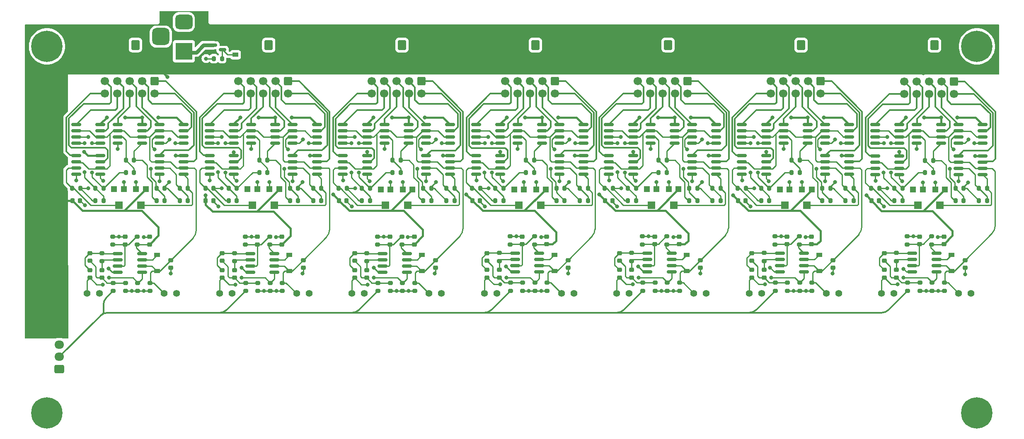
<source format=gtl>
G04 #@! TF.GenerationSoftware,KiCad,Pcbnew,(6.0.0)*
G04 #@! TF.CreationDate,2022-10-10T14:03:21+02:00*
G04 #@! TF.ProjectId,sonus7_rev1,736f6e75-7337-45f7-9265-76312e6b6963,rev?*
G04 #@! TF.SameCoordinates,Original*
G04 #@! TF.FileFunction,Copper,L1,Top*
G04 #@! TF.FilePolarity,Positive*
%FSLAX46Y46*%
G04 Gerber Fmt 4.6, Leading zero omitted, Abs format (unit mm)*
G04 Created by KiCad (PCBNEW (6.0.0)) date 2022-10-10 14:03:21*
%MOMM*%
%LPD*%
G01*
G04 APERTURE LIST*
G04 Aperture macros list*
%AMRoundRect*
0 Rectangle with rounded corners*
0 $1 Rounding radius*
0 $2 $3 $4 $5 $6 $7 $8 $9 X,Y pos of 4 corners*
0 Add a 4 corners polygon primitive as box body*
4,1,4,$2,$3,$4,$5,$6,$7,$8,$9,$2,$3,0*
0 Add four circle primitives for the rounded corners*
1,1,$1+$1,$2,$3*
1,1,$1+$1,$4,$5*
1,1,$1+$1,$6,$7*
1,1,$1+$1,$8,$9*
0 Add four rect primitives between the rounded corners*
20,1,$1+$1,$2,$3,$4,$5,0*
20,1,$1+$1,$4,$5,$6,$7,0*
20,1,$1+$1,$6,$7,$8,$9,0*
20,1,$1+$1,$8,$9,$2,$3,0*%
G04 Aperture macros list end*
G04 #@! TA.AperFunction,SMDPad,CuDef*
%ADD10RoundRect,0.200000X-0.275000X0.200000X-0.275000X-0.200000X0.275000X-0.200000X0.275000X0.200000X0*%
G04 #@! TD*
G04 #@! TA.AperFunction,SMDPad,CuDef*
%ADD11RoundRect,0.150000X-0.825000X-0.150000X0.825000X-0.150000X0.825000X0.150000X-0.825000X0.150000X0*%
G04 #@! TD*
G04 #@! TA.AperFunction,SMDPad,CuDef*
%ADD12RoundRect,0.200000X0.275000X-0.200000X0.275000X0.200000X-0.275000X0.200000X-0.275000X-0.200000X0*%
G04 #@! TD*
G04 #@! TA.AperFunction,SMDPad,CuDef*
%ADD13RoundRect,0.200000X-0.200000X-0.275000X0.200000X-0.275000X0.200000X0.275000X-0.200000X0.275000X0*%
G04 #@! TD*
G04 #@! TA.AperFunction,SMDPad,CuDef*
%ADD14RoundRect,0.225000X-0.250000X0.225000X-0.250000X-0.225000X0.250000X-0.225000X0.250000X0.225000X0*%
G04 #@! TD*
G04 #@! TA.AperFunction,SMDPad,CuDef*
%ADD15RoundRect,0.225000X0.250000X-0.225000X0.250000X0.225000X-0.250000X0.225000X-0.250000X-0.225000X0*%
G04 #@! TD*
G04 #@! TA.AperFunction,SMDPad,CuDef*
%ADD16R,1.200000X0.900000*%
G04 #@! TD*
G04 #@! TA.AperFunction,ComponentPad*
%ADD17C,6.400000*%
G04 #@! TD*
G04 #@! TA.AperFunction,ComponentPad*
%ADD18C,1.400000*%
G04 #@! TD*
G04 #@! TA.AperFunction,ComponentPad*
%ADD19RoundRect,0.250000X-0.600000X0.600000X-0.600000X-0.600000X0.600000X-0.600000X0.600000X0.600000X0*%
G04 #@! TD*
G04 #@! TA.AperFunction,ComponentPad*
%ADD20C,1.700000*%
G04 #@! TD*
G04 #@! TA.AperFunction,ComponentPad*
%ADD21RoundRect,0.250000X0.725000X-0.600000X0.725000X0.600000X-0.725000X0.600000X-0.725000X-0.600000X0*%
G04 #@! TD*
G04 #@! TA.AperFunction,ComponentPad*
%ADD22O,1.950000X1.700000*%
G04 #@! TD*
G04 #@! TA.AperFunction,SMDPad,CuDef*
%ADD23R,1.200000X1.200000*%
G04 #@! TD*
G04 #@! TA.AperFunction,SMDPad,CuDef*
%ADD24R,1.600000X1.500000*%
G04 #@! TD*
G04 #@! TA.AperFunction,SMDPad,CuDef*
%ADD25RoundRect,0.150000X0.587500X0.150000X-0.587500X0.150000X-0.587500X-0.150000X0.587500X-0.150000X0*%
G04 #@! TD*
G04 #@! TA.AperFunction,ComponentPad*
%ADD26RoundRect,0.250000X0.600000X0.750000X-0.600000X0.750000X-0.600000X-0.750000X0.600000X-0.750000X0*%
G04 #@! TD*
G04 #@! TA.AperFunction,ComponentPad*
%ADD27O,1.700000X2.000000*%
G04 #@! TD*
G04 #@! TA.AperFunction,SMDPad,CuDef*
%ADD28RoundRect,0.200000X0.200000X0.275000X-0.200000X0.275000X-0.200000X-0.275000X0.200000X-0.275000X0*%
G04 #@! TD*
G04 #@! TA.AperFunction,SMDPad,CuDef*
%ADD29RoundRect,0.225000X-0.225000X-0.250000X0.225000X-0.250000X0.225000X0.250000X-0.225000X0.250000X0*%
G04 #@! TD*
G04 #@! TA.AperFunction,ComponentPad*
%ADD30R,3.500000X3.500000*%
G04 #@! TD*
G04 #@! TA.AperFunction,ComponentPad*
%ADD31RoundRect,0.750000X-1.000000X0.750000X-1.000000X-0.750000X1.000000X-0.750000X1.000000X0.750000X0*%
G04 #@! TD*
G04 #@! TA.AperFunction,ComponentPad*
%ADD32RoundRect,0.875000X-0.875000X0.875000X-0.875000X-0.875000X0.875000X-0.875000X0.875000X0.875000X0*%
G04 #@! TD*
G04 #@! TA.AperFunction,ViaPad*
%ADD33C,0.800000*%
G04 #@! TD*
G04 #@! TA.AperFunction,Conductor*
%ADD34C,0.381000*%
G04 #@! TD*
G04 #@! TA.AperFunction,Conductor*
%ADD35C,0.250000*%
G04 #@! TD*
G04 #@! TA.AperFunction,Conductor*
%ADD36C,0.726000*%
G04 #@! TD*
G04 #@! TA.AperFunction,Conductor*
%ADD37C,0.304800*%
G04 #@! TD*
G04 #@! TA.AperFunction,Conductor*
%ADD38C,0.762000*%
G04 #@! TD*
G04 APERTURE END LIST*
D10*
X207350000Y-101850000D03*
X207350000Y-103500000D03*
D11*
X187972500Y-75877500D03*
X187972500Y-77147500D03*
X187972500Y-78417500D03*
X187972500Y-79687500D03*
X192922500Y-79687500D03*
X192922500Y-78417500D03*
X192922500Y-77147500D03*
X192922500Y-75877500D03*
X62212500Y-75857500D03*
X62212500Y-77127500D03*
X62212500Y-78397500D03*
X62212500Y-79667500D03*
X67162500Y-79667500D03*
X67162500Y-78397500D03*
X67162500Y-77127500D03*
X67162500Y-75857500D03*
D12*
X47537500Y-103532500D03*
X47537500Y-101882500D03*
D13*
X110607500Y-82542500D03*
X112257500Y-82542500D03*
D11*
X143787500Y-75857500D03*
X143787500Y-77127500D03*
X143787500Y-78397500D03*
X143787500Y-79667500D03*
X148737500Y-79667500D03*
X148737500Y-78397500D03*
X148737500Y-77127500D03*
X148737500Y-75857500D03*
D14*
X145950000Y-99250000D03*
X145950000Y-100800000D03*
D12*
X42437500Y-94057500D03*
X42437500Y-92407500D03*
D13*
X214637500Y-85072500D03*
X216287500Y-85072500D03*
D12*
X96637500Y-103532500D03*
X96637500Y-101882500D03*
D14*
X64787500Y-99282500D03*
X64787500Y-100832500D03*
D13*
X147712500Y-85032500D03*
X149362500Y-85032500D03*
X66137500Y-85032500D03*
X67787500Y-85032500D03*
X137857500Y-85052500D03*
X139507500Y-85052500D03*
D15*
X121400000Y-100800000D03*
X121400000Y-99250000D03*
D12*
X128700000Y-103500000D03*
X128700000Y-101850000D03*
D13*
X105857500Y-82552500D03*
X107507500Y-82552500D03*
D12*
X202550000Y-97400000D03*
X202550000Y-95750000D03*
D11*
X51962500Y-75857500D03*
X51962500Y-77127500D03*
X51962500Y-78397500D03*
X51962500Y-79667500D03*
X56912500Y-79667500D03*
X56912500Y-78397500D03*
X56912500Y-77127500D03*
X56912500Y-75857500D03*
D16*
X159700000Y-99450000D03*
X159700000Y-96150000D03*
D11*
X198212500Y-75897500D03*
X198212500Y-77167500D03*
X198212500Y-78437500D03*
X198212500Y-79707500D03*
X203162500Y-79707500D03*
X203162500Y-78437500D03*
X203162500Y-77167500D03*
X203162500Y-75897500D03*
X143787500Y-69472500D03*
X143787500Y-70742500D03*
X143787500Y-72012500D03*
X143787500Y-73282500D03*
X148737500Y-73282500D03*
X148737500Y-72012500D03*
X148737500Y-70742500D03*
X148737500Y-69472500D03*
D13*
X153962500Y-76782500D03*
X155612500Y-76782500D03*
D16*
X78537500Y-99482500D03*
X78537500Y-96182500D03*
D12*
X177700000Y-94025000D03*
X177700000Y-92375000D03*
X155650000Y-94025000D03*
X155650000Y-92375000D03*
D13*
X187397500Y-82552500D03*
X189047500Y-82552500D03*
D15*
X126100000Y-93975000D03*
X126100000Y-92425000D03*
D11*
X178725000Y-95845000D03*
X178725000Y-97115000D03*
X178725000Y-98385000D03*
X178725000Y-99655000D03*
X183675000Y-99655000D03*
X183675000Y-98385000D03*
X183675000Y-97115000D03*
X183675000Y-95845000D03*
D13*
X174897500Y-85052500D03*
X176547500Y-85052500D03*
D17*
X29000000Y-53500000D03*
D10*
X126200000Y-101850000D03*
X126200000Y-103500000D03*
D11*
X106432500Y-69492500D03*
X106432500Y-70762500D03*
X106432500Y-72032500D03*
X106432500Y-73302500D03*
X111382500Y-73302500D03*
X111382500Y-72032500D03*
X111382500Y-70762500D03*
X111382500Y-69492500D03*
D18*
X52937500Y-104032500D03*
X55477500Y-104032500D03*
D13*
X197387500Y-82572500D03*
X199037500Y-82572500D03*
D12*
X155750000Y-103500000D03*
X155750000Y-101850000D03*
D11*
X152287500Y-69472500D03*
X152287500Y-70742500D03*
X152287500Y-72012500D03*
X152287500Y-73282500D03*
X157237500Y-73282500D03*
X157237500Y-72012500D03*
X157237500Y-70742500D03*
X157237500Y-69472500D03*
D13*
X120607500Y-82552500D03*
X122257500Y-82552500D03*
X120607500Y-85052500D03*
X122257500Y-85052500D03*
D10*
X158250000Y-101850000D03*
X158250000Y-103500000D03*
D13*
X153962500Y-79282500D03*
X155612500Y-79282500D03*
D19*
X78267500Y-60625000D03*
D20*
X78267500Y-63165000D03*
X75727500Y-60625000D03*
X75727500Y-63165000D03*
X73187500Y-60625000D03*
X73187500Y-63165000D03*
X70647500Y-60625000D03*
X70647500Y-63165000D03*
X68107500Y-60625000D03*
X68107500Y-63165000D03*
D15*
X145950000Y-97350000D03*
X145950000Y-95800000D03*
D13*
X83387500Y-85032500D03*
X85037500Y-85032500D03*
X214637500Y-82572500D03*
X216287500Y-82572500D03*
X105857500Y-85052500D03*
X107507500Y-85052500D03*
X93357500Y-82552500D03*
X95007500Y-82552500D03*
X66137500Y-82532500D03*
X67787500Y-82532500D03*
X72387500Y-79282500D03*
X74037500Y-79282500D03*
D15*
X180200000Y-93975000D03*
X180200000Y-92425000D03*
D18*
X134100000Y-104000000D03*
X136640000Y-104000000D03*
D13*
X51387500Y-82532500D03*
X53037500Y-82532500D03*
D11*
X116682500Y-75877500D03*
X116682500Y-77147500D03*
X116682500Y-78417500D03*
X116682500Y-79687500D03*
X121632500Y-79687500D03*
X121632500Y-78417500D03*
X121632500Y-77147500D03*
X121632500Y-75877500D03*
X125182500Y-69492500D03*
X125182500Y-70762500D03*
X125182500Y-72032500D03*
X125182500Y-73302500D03*
X130132500Y-73302500D03*
X130132500Y-72032500D03*
X130132500Y-70762500D03*
X130132500Y-69492500D03*
D10*
X104137500Y-101882500D03*
X104137500Y-103532500D03*
D21*
X31532500Y-119500000D03*
D22*
X31532500Y-117000000D03*
X31532500Y-114500000D03*
X31532500Y-112000000D03*
D23*
X130932500Y-82752500D03*
D24*
X129932500Y-86002500D03*
D23*
X128932500Y-82752500D03*
D15*
X200050000Y-97350000D03*
X200050000Y-95800000D03*
D10*
X180300000Y-101850000D03*
X180300000Y-103500000D03*
D13*
X51387500Y-85032500D03*
X53037500Y-85032500D03*
D11*
X133682500Y-69492500D03*
X133682500Y-70762500D03*
X133682500Y-72032500D03*
X133682500Y-73302500D03*
X138632500Y-73302500D03*
X138632500Y-72032500D03*
X138632500Y-70762500D03*
X138632500Y-69492500D03*
D13*
X93357500Y-85052500D03*
X95007500Y-85052500D03*
X181147500Y-76802500D03*
X182797500Y-76802500D03*
D12*
X47437500Y-94057500D03*
X47437500Y-92407500D03*
D15*
X91837500Y-97382500D03*
X91837500Y-95832500D03*
D13*
X208387500Y-79322500D03*
X210037500Y-79322500D03*
D11*
X51962500Y-69472500D03*
X51962500Y-70742500D03*
X51962500Y-72012500D03*
X51962500Y-73282500D03*
X56912500Y-73282500D03*
X56912500Y-72012500D03*
X56912500Y-70742500D03*
X56912500Y-69472500D03*
D13*
X181147500Y-79302500D03*
X182797500Y-79302500D03*
D10*
X45037500Y-101882500D03*
X45037500Y-103532500D03*
D12*
X69487500Y-94057500D03*
X69487500Y-92407500D03*
D13*
X56137500Y-85032500D03*
X57787500Y-85032500D03*
D10*
X72087500Y-101882500D03*
X72087500Y-103532500D03*
D11*
X97562500Y-95877500D03*
X97562500Y-97147500D03*
X97562500Y-98417500D03*
X97562500Y-99687500D03*
X102512500Y-99687500D03*
X102512500Y-98417500D03*
X102512500Y-97147500D03*
X102512500Y-95877500D03*
D13*
X61387500Y-82532500D03*
X63037500Y-82532500D03*
D15*
X76987500Y-94007500D03*
X76987500Y-92457500D03*
D25*
X64875000Y-54200000D03*
X64875000Y-52300000D03*
X63000000Y-53250000D03*
D10*
X212350000Y-101850000D03*
X212350000Y-103500000D03*
D11*
X198212500Y-69512500D03*
X198212500Y-70782500D03*
X198212500Y-72052500D03*
X198212500Y-73322500D03*
X203162500Y-73322500D03*
X203162500Y-72052500D03*
X203162500Y-70782500D03*
X203162500Y-69512500D03*
D23*
X44712500Y-82732500D03*
D24*
X43712500Y-85982500D03*
D23*
X42712500Y-82732500D03*
D13*
X110607500Y-85052500D03*
X112257500Y-85052500D03*
D15*
X207250000Y-93975000D03*
X207250000Y-92425000D03*
D13*
X78637500Y-82532500D03*
X80287500Y-82532500D03*
D18*
X37187500Y-104032500D03*
X39727500Y-104032500D03*
D12*
X67287500Y-97432500D03*
X67287500Y-95782500D03*
D26*
X155877500Y-53212500D03*
D27*
X153377500Y-53212500D03*
D15*
X40237500Y-100832500D03*
X40237500Y-99282500D03*
D18*
X199500000Y-104000000D03*
X202040000Y-104000000D03*
D12*
X74587500Y-103532500D03*
X74587500Y-101882500D03*
D13*
X45137500Y-76782500D03*
X46787500Y-76782500D03*
D12*
X96537500Y-94057500D03*
X96537500Y-92407500D03*
D28*
X64762500Y-56000000D03*
X63112500Y-56000000D03*
D23*
X99182500Y-82752500D03*
D24*
X98182500Y-86002500D03*
D23*
X97182500Y-82752500D03*
X126432500Y-82752500D03*
D24*
X125432500Y-86002500D03*
D23*
X124432500Y-82752500D03*
D15*
X71987500Y-94007500D03*
X71987500Y-92457500D03*
D13*
X78637500Y-85032500D03*
X80287500Y-85032500D03*
D14*
X37737500Y-99282500D03*
X37737500Y-100832500D03*
D13*
X164962500Y-82522500D03*
X166612500Y-82522500D03*
D18*
X215250000Y-104000000D03*
X217790000Y-104000000D03*
D15*
X104037500Y-94007500D03*
X104037500Y-92457500D03*
D13*
X142962500Y-82532500D03*
X144612500Y-82532500D03*
X99607500Y-79302500D03*
X101257500Y-79302500D03*
D15*
X158150000Y-93975000D03*
X158150000Y-92425000D03*
X189550000Y-98775000D03*
X189550000Y-97225000D03*
D12*
X101637500Y-103532500D03*
X101637500Y-101882500D03*
D13*
X219387500Y-85072500D03*
X221037500Y-85072500D03*
D11*
X89432500Y-69492500D03*
X89432500Y-70762500D03*
X89432500Y-72032500D03*
X89432500Y-73302500D03*
X94382500Y-73302500D03*
X94382500Y-72032500D03*
X94382500Y-70762500D03*
X94382500Y-69492500D03*
D19*
X132737500Y-60645000D03*
D20*
X132737500Y-63185000D03*
X130197500Y-60645000D03*
X130197500Y-63185000D03*
X127657500Y-60645000D03*
X127657500Y-63185000D03*
X125117500Y-60645000D03*
X125117500Y-63185000D03*
X122577500Y-60645000D03*
X122577500Y-63185000D03*
D11*
X215212500Y-69512500D03*
X215212500Y-70782500D03*
X215212500Y-72052500D03*
X215212500Y-73322500D03*
X220162500Y-73322500D03*
X220162500Y-72052500D03*
X220162500Y-70782500D03*
X220162500Y-69512500D03*
D29*
X61437500Y-85032500D03*
X62987500Y-85032500D03*
D12*
X209850000Y-103500000D03*
X209850000Y-101850000D03*
X204850000Y-103500000D03*
X204850000Y-101850000D03*
D13*
X45137500Y-79282500D03*
X46787500Y-79282500D03*
X170147500Y-82552500D03*
X171797500Y-82552500D03*
D15*
X173000000Y-97350000D03*
X173000000Y-95800000D03*
D13*
X83387500Y-82522500D03*
X85037500Y-82522500D03*
D10*
X185300000Y-101850000D03*
X185300000Y-103500000D03*
D15*
X108387500Y-98807500D03*
X108387500Y-97257500D03*
D12*
X121400000Y-97400000D03*
X121400000Y-95750000D03*
D23*
X153537500Y-82732500D03*
D24*
X152537500Y-85982500D03*
D23*
X151537500Y-82732500D03*
D14*
X118900000Y-99250000D03*
X118900000Y-100800000D03*
D16*
X105587500Y-99482500D03*
X105587500Y-96182500D03*
D12*
X150750000Y-103500000D03*
X150750000Y-101850000D03*
X94337500Y-97432500D03*
X94337500Y-95782500D03*
D13*
X192147500Y-82542500D03*
X193797500Y-82542500D03*
D17*
X29000000Y-128500000D03*
D16*
X132650000Y-99450000D03*
X132650000Y-96150000D03*
D13*
X137857500Y-82542500D03*
X139507500Y-82542500D03*
D15*
X54287500Y-98807500D03*
X54287500Y-97257500D03*
D11*
X206712500Y-69512500D03*
X206712500Y-70782500D03*
X206712500Y-72052500D03*
X206712500Y-73322500D03*
X211662500Y-73322500D03*
X211662500Y-72052500D03*
X211662500Y-70782500D03*
X211662500Y-69512500D03*
X133682500Y-75877500D03*
X133682500Y-77147500D03*
X133682500Y-78417500D03*
X133682500Y-79687500D03*
X138632500Y-79687500D03*
X138632500Y-78417500D03*
X138632500Y-77147500D03*
X138632500Y-75877500D03*
D12*
X175500000Y-97400000D03*
X175500000Y-95750000D03*
D18*
X172450000Y-104000000D03*
X174990000Y-104000000D03*
D15*
X99037500Y-94007500D03*
X99037500Y-92457500D03*
D17*
X219000000Y-53500000D03*
D13*
X38887500Y-82532500D03*
X40537500Y-82532500D03*
D12*
X101537500Y-94057500D03*
X101537500Y-92407500D03*
D11*
X160787500Y-75857500D03*
X160787500Y-77127500D03*
X160787500Y-78397500D03*
X160787500Y-79667500D03*
X165737500Y-79667500D03*
X165737500Y-78397500D03*
X165737500Y-77127500D03*
X165737500Y-75857500D03*
D13*
X133107500Y-82552500D03*
X134757500Y-82552500D03*
D12*
X148450000Y-97400000D03*
X148450000Y-95750000D03*
D10*
X153250000Y-101850000D03*
X153250000Y-103500000D03*
D19*
X159842500Y-60625000D03*
D20*
X159842500Y-63165000D03*
X157302500Y-60625000D03*
X157302500Y-63165000D03*
X154762500Y-60625000D03*
X154762500Y-63165000D03*
X152222500Y-60625000D03*
X152222500Y-63165000D03*
X149682500Y-60625000D03*
X149682500Y-63165000D03*
D11*
X62212500Y-69472500D03*
X62212500Y-70742500D03*
X62212500Y-72012500D03*
X62212500Y-73282500D03*
X67162500Y-73282500D03*
X67162500Y-72012500D03*
X67162500Y-70742500D03*
X67162500Y-69472500D03*
X160787500Y-69472500D03*
X160787500Y-70742500D03*
X160787500Y-72012500D03*
X160787500Y-73282500D03*
X165737500Y-73282500D03*
X165737500Y-72012500D03*
X165737500Y-70742500D03*
X165737500Y-69472500D03*
X97932500Y-69492500D03*
X97932500Y-70762500D03*
X97932500Y-72032500D03*
X97932500Y-73302500D03*
X102882500Y-73302500D03*
X102882500Y-72032500D03*
X102882500Y-70762500D03*
X102882500Y-69492500D03*
D13*
X72387500Y-76782500D03*
X74037500Y-76782500D03*
D15*
X94337500Y-100832500D03*
X94337500Y-99282500D03*
D12*
X177800000Y-103500000D03*
X177800000Y-101850000D03*
D26*
X101522500Y-53232500D03*
D27*
X99022500Y-53232500D03*
D19*
X214267500Y-60665000D03*
D20*
X214267500Y-63205000D03*
X211727500Y-60665000D03*
X211727500Y-63205000D03*
X209187500Y-60665000D03*
X209187500Y-63205000D03*
X206647500Y-60665000D03*
X206647500Y-63205000D03*
X204107500Y-60665000D03*
X204107500Y-63205000D03*
D15*
X212250000Y-93975000D03*
X212250000Y-92425000D03*
D23*
X185222500Y-82752500D03*
D24*
X184222500Y-86002500D03*
D23*
X183222500Y-82752500D03*
D11*
X124625000Y-95845000D03*
X124625000Y-97115000D03*
X124625000Y-98385000D03*
X124625000Y-99655000D03*
X129575000Y-99655000D03*
X129575000Y-98385000D03*
X129575000Y-97115000D03*
X129575000Y-95845000D03*
D12*
X150650000Y-94025000D03*
X150650000Y-92375000D03*
D13*
X38887500Y-85032500D03*
X40537500Y-85032500D03*
D23*
X212462500Y-82772500D03*
D24*
X211462500Y-86022500D03*
D23*
X210462500Y-82772500D03*
D13*
X208387500Y-76822500D03*
X210037500Y-76822500D03*
D15*
X49937500Y-94007500D03*
X49937500Y-92457500D03*
D11*
X79212500Y-69472500D03*
X79212500Y-70742500D03*
X79212500Y-72012500D03*
X79212500Y-73282500D03*
X84162500Y-73282500D03*
X84162500Y-72012500D03*
X84162500Y-70742500D03*
X84162500Y-69472500D03*
D12*
X182700000Y-94025000D03*
X182700000Y-92375000D03*
D18*
X79987500Y-104032500D03*
X82527500Y-104032500D03*
D11*
X151675000Y-95845000D03*
X151675000Y-97115000D03*
X151675000Y-98385000D03*
X151675000Y-99655000D03*
X156625000Y-99655000D03*
X156625000Y-98385000D03*
X156625000Y-97115000D03*
X156625000Y-95845000D03*
D13*
X160212500Y-85032500D03*
X161862500Y-85032500D03*
D16*
X51487500Y-99482500D03*
X51487500Y-96182500D03*
D30*
X56957500Y-54500000D03*
D31*
X56957500Y-48500000D03*
D32*
X52257500Y-51500000D03*
D12*
X209750000Y-94025000D03*
X209750000Y-92375000D03*
D14*
X200050000Y-99250000D03*
X200050000Y-100800000D03*
D11*
X70512500Y-95877500D03*
X70512500Y-97147500D03*
X70512500Y-98417500D03*
X70512500Y-99687500D03*
X75462500Y-99687500D03*
X75462500Y-98417500D03*
X75462500Y-97147500D03*
X75462500Y-95877500D03*
D23*
X49212500Y-82732500D03*
D24*
X48212500Y-85982500D03*
D23*
X47212500Y-82732500D03*
D11*
X70712500Y-69472500D03*
X70712500Y-70742500D03*
X70712500Y-72012500D03*
X70712500Y-73282500D03*
X75662500Y-73282500D03*
X75662500Y-72012500D03*
X75662500Y-70742500D03*
X75662500Y-69472500D03*
X43462500Y-69472500D03*
X43462500Y-70742500D03*
X43462500Y-72012500D03*
X43462500Y-73282500D03*
X48412500Y-73282500D03*
X48412500Y-72012500D03*
X48412500Y-70742500D03*
X48412500Y-69472500D03*
D13*
X133107500Y-85052500D03*
X134757500Y-85052500D03*
X202137500Y-85072500D03*
X203787500Y-85072500D03*
D14*
X173000000Y-99250000D03*
X173000000Y-100800000D03*
D15*
X162500000Y-98775000D03*
X162500000Y-97225000D03*
D18*
X118350000Y-104000000D03*
X120890000Y-104000000D03*
D23*
X71962500Y-82732500D03*
D24*
X70962500Y-85982500D03*
D23*
X69962500Y-82732500D03*
D26*
X183062500Y-53232500D03*
D27*
X180562500Y-53232500D03*
D13*
X202137500Y-82572500D03*
X203787500Y-82572500D03*
D29*
X34187500Y-85032500D03*
X35737500Y-85032500D03*
D13*
X187397500Y-85052500D03*
X189047500Y-85052500D03*
D29*
X143012500Y-85032500D03*
X144562500Y-85032500D03*
D12*
X40237500Y-97432500D03*
X40237500Y-95782500D03*
D11*
X215212500Y-75897500D03*
X215212500Y-77167500D03*
X215212500Y-78437500D03*
X215212500Y-79707500D03*
X220162500Y-79707500D03*
X220162500Y-78437500D03*
X220162500Y-77167500D03*
X220162500Y-75897500D03*
D18*
X91287500Y-104032500D03*
X93827500Y-104032500D03*
D29*
X170197500Y-85052500D03*
X171747500Y-85052500D03*
D12*
X74487500Y-94057500D03*
X74487500Y-92407500D03*
D17*
X219000000Y-128500000D03*
D26*
X47052500Y-53212500D03*
D27*
X44552500Y-53212500D03*
D15*
X216600000Y-98775000D03*
X216600000Y-97225000D03*
D11*
X116682500Y-69492500D03*
X116682500Y-70762500D03*
X116682500Y-72032500D03*
X116682500Y-73302500D03*
X121632500Y-73302500D03*
X121632500Y-72032500D03*
X121632500Y-70762500D03*
X121632500Y-69492500D03*
X34962500Y-69472500D03*
X34962500Y-70742500D03*
X34962500Y-72012500D03*
X34962500Y-73282500D03*
X39912500Y-73282500D03*
X39912500Y-72012500D03*
X39912500Y-70742500D03*
X39912500Y-69472500D03*
D15*
X153150000Y-93975000D03*
X153150000Y-92425000D03*
D23*
X180722500Y-82752500D03*
D24*
X179722500Y-86002500D03*
D23*
X178722500Y-82752500D03*
D15*
X175500000Y-100800000D03*
X175500000Y-99250000D03*
D12*
X128600000Y-94025000D03*
X128600000Y-92375000D03*
D15*
X64787500Y-97382500D03*
X64787500Y-95832500D03*
D13*
X160212500Y-82532500D03*
X161862500Y-82532500D03*
D12*
X204750000Y-94025000D03*
X204750000Y-92375000D03*
X42537500Y-103532500D03*
X42537500Y-101882500D03*
D10*
X131200000Y-101850000D03*
X131200000Y-103500000D03*
D15*
X135450000Y-98775000D03*
X135450000Y-97225000D03*
D18*
X64237500Y-104032500D03*
X66777500Y-104032500D03*
D15*
X37737500Y-97382500D03*
X37737500Y-95832500D03*
D13*
X99607500Y-76802500D03*
X101257500Y-76802500D03*
D11*
X106432500Y-75877500D03*
X106432500Y-77147500D03*
X106432500Y-78417500D03*
X106432500Y-79687500D03*
X111382500Y-79687500D03*
X111382500Y-78417500D03*
X111382500Y-77147500D03*
X111382500Y-75877500D03*
D29*
X88657500Y-85052500D03*
X90207500Y-85052500D03*
D15*
X118900000Y-97350000D03*
X118900000Y-95800000D03*
D11*
X170972500Y-75877500D03*
X170972500Y-77147500D03*
X170972500Y-78417500D03*
X170972500Y-79687500D03*
X175922500Y-79687500D03*
X175922500Y-78417500D03*
X175922500Y-77147500D03*
X175922500Y-75877500D03*
D12*
X182800000Y-103500000D03*
X182800000Y-101850000D03*
D16*
X67500000Y-51900000D03*
X67500000Y-55200000D03*
D13*
X56137500Y-82522500D03*
X57787500Y-82522500D03*
D19*
X187027500Y-60645000D03*
D20*
X187027500Y-63185000D03*
X184487500Y-60645000D03*
X184487500Y-63185000D03*
X181947500Y-60645000D03*
X181947500Y-63185000D03*
X179407500Y-60645000D03*
X179407500Y-63185000D03*
X176867500Y-60645000D03*
X176867500Y-63185000D03*
D13*
X147712500Y-82532500D03*
X149362500Y-82532500D03*
D11*
X43462500Y-95877500D03*
X43462500Y-97147500D03*
X43462500Y-98417500D03*
X43462500Y-99687500D03*
X48412500Y-99687500D03*
X48412500Y-98417500D03*
X48412500Y-97147500D03*
X48412500Y-95877500D03*
X170972500Y-69492500D03*
X170972500Y-70762500D03*
X170972500Y-72032500D03*
X170972500Y-73302500D03*
X175922500Y-73302500D03*
X175922500Y-72032500D03*
X175922500Y-70762500D03*
X175922500Y-69492500D03*
X34962500Y-75857500D03*
X34962500Y-77127500D03*
X34962500Y-78397500D03*
X34962500Y-79667500D03*
X39912500Y-79667500D03*
X39912500Y-78397500D03*
X39912500Y-77127500D03*
X39912500Y-75857500D03*
D26*
X210302500Y-53252500D03*
D27*
X207802500Y-53252500D03*
D16*
X213800000Y-99450000D03*
X213800000Y-96150000D03*
D10*
X77087500Y-101882500D03*
X77087500Y-103532500D03*
D18*
X145400000Y-104000000D03*
X147940000Y-104000000D03*
D19*
X51017500Y-60625000D03*
D20*
X51017500Y-63165000D03*
X48477500Y-60625000D03*
X48477500Y-63165000D03*
X45937500Y-60625000D03*
X45937500Y-63165000D03*
X43397500Y-60625000D03*
X43397500Y-63165000D03*
X40857500Y-60625000D03*
X40857500Y-63165000D03*
D11*
X79212500Y-75857500D03*
X79212500Y-77127500D03*
X79212500Y-78397500D03*
X79212500Y-79667500D03*
X84162500Y-79667500D03*
X84162500Y-78397500D03*
X84162500Y-77127500D03*
X84162500Y-75857500D03*
D18*
X188200000Y-104000000D03*
X190740000Y-104000000D03*
D15*
X67287500Y-100832500D03*
X67287500Y-99282500D03*
D11*
X89432500Y-75877500D03*
X89432500Y-77147500D03*
X89432500Y-78417500D03*
X89432500Y-79687500D03*
X94382500Y-79687500D03*
X94382500Y-78417500D03*
X94382500Y-77147500D03*
X94382500Y-75877500D03*
D14*
X91837500Y-99282500D03*
X91837500Y-100832500D03*
D18*
X161150000Y-104000000D03*
X163690000Y-104000000D03*
D23*
X207962500Y-82772500D03*
D24*
X206962500Y-86022500D03*
D23*
X205962500Y-82772500D03*
D13*
X164962500Y-85032500D03*
X166612500Y-85032500D03*
D29*
X115907500Y-85052500D03*
X117457500Y-85052500D03*
D13*
X126857500Y-76802500D03*
X128507500Y-76802500D03*
D23*
X76462500Y-82732500D03*
D24*
X75462500Y-85982500D03*
D23*
X74462500Y-82732500D03*
D13*
X126857500Y-79302500D03*
X128507500Y-79302500D03*
D10*
X99137500Y-101882500D03*
X99137500Y-103532500D03*
D26*
X128772500Y-53232500D03*
D27*
X126272500Y-53232500D03*
D13*
X219387500Y-82562500D03*
X221037500Y-82562500D03*
X174897500Y-82552500D03*
X176547500Y-82552500D03*
D15*
X44937500Y-94007500D03*
X44937500Y-92457500D03*
D13*
X88607500Y-82552500D03*
X90257500Y-82552500D03*
D12*
X123700000Y-103500000D03*
X123700000Y-101850000D03*
D15*
X81337500Y-98807500D03*
X81337500Y-97257500D03*
D29*
X197437500Y-85072500D03*
X198987500Y-85072500D03*
D15*
X185200000Y-93975000D03*
X185200000Y-92425000D03*
D11*
X205775000Y-95845000D03*
X205775000Y-97115000D03*
X205775000Y-98385000D03*
X205775000Y-99655000D03*
X210725000Y-99655000D03*
X210725000Y-98385000D03*
X210725000Y-97115000D03*
X210725000Y-95845000D03*
D13*
X34137500Y-82532500D03*
X35787500Y-82532500D03*
D10*
X50037500Y-101882500D03*
X50037500Y-103532500D03*
D16*
X186750000Y-99450000D03*
X186750000Y-96150000D03*
D19*
X105487500Y-60645000D03*
D20*
X105487500Y-63185000D03*
X102947500Y-60645000D03*
X102947500Y-63185000D03*
X100407500Y-60645000D03*
X100407500Y-63185000D03*
X97867500Y-60645000D03*
X97867500Y-63185000D03*
X95327500Y-60645000D03*
X95327500Y-63185000D03*
D23*
X158037500Y-82732500D03*
D24*
X157037500Y-85982500D03*
D23*
X156037500Y-82732500D03*
D12*
X69587500Y-103532500D03*
X69587500Y-101882500D03*
D15*
X202550000Y-100800000D03*
X202550000Y-99250000D03*
D26*
X74302500Y-53212500D03*
D27*
X71802500Y-53212500D03*
D13*
X192147500Y-85052500D03*
X193797500Y-85052500D03*
D15*
X131100000Y-93975000D03*
X131100000Y-92425000D03*
D18*
X107037500Y-104032500D03*
X109577500Y-104032500D03*
D23*
X103682500Y-82752500D03*
D24*
X102682500Y-86002500D03*
D23*
X101682500Y-82752500D03*
D11*
X179472500Y-69492500D03*
X179472500Y-70762500D03*
X179472500Y-72032500D03*
X179472500Y-73302500D03*
X184422500Y-73302500D03*
X184422500Y-72032500D03*
X184422500Y-70762500D03*
X184422500Y-69492500D03*
D13*
X115857500Y-82552500D03*
X117507500Y-82552500D03*
D11*
X187972500Y-69492500D03*
X187972500Y-70762500D03*
X187972500Y-72032500D03*
X187972500Y-73302500D03*
X192922500Y-73302500D03*
X192922500Y-72032500D03*
X192922500Y-70762500D03*
X192922500Y-69492500D03*
D12*
X123600000Y-94025000D03*
X123600000Y-92375000D03*
D15*
X148450000Y-100800000D03*
X148450000Y-99250000D03*
D33*
X101682500Y-81302500D03*
X151925000Y-92375000D03*
X181550000Y-103500000D03*
X81250000Y-100000000D03*
X48750000Y-92500000D03*
X207962500Y-81322500D03*
X36750000Y-86000000D03*
X73337500Y-103532500D03*
X208600000Y-103500000D03*
X124875000Y-92375000D03*
X157000000Y-103500000D03*
X135500000Y-100000000D03*
X126432500Y-81302500D03*
X157000000Y-92500000D03*
X176750000Y-98750000D03*
X99182500Y-81302500D03*
X130000000Y-92500000D03*
X156037500Y-81282500D03*
X128932500Y-81302500D03*
X54287500Y-100007500D03*
X149750000Y-98500000D03*
X204000000Y-99000000D03*
X183222500Y-81302500D03*
X178975000Y-92375000D03*
X43712500Y-92407500D03*
X100387500Y-103532500D03*
X47212500Y-81282500D03*
X70762500Y-92407500D03*
X153537500Y-81282500D03*
X102887500Y-103532500D03*
X154500000Y-103500000D03*
X97812500Y-92407500D03*
X48787500Y-103532500D03*
X44712500Y-81282500D03*
X71962500Y-81282500D03*
X184000000Y-92500000D03*
X74462500Y-81282500D03*
X211000000Y-92500000D03*
X95750000Y-98750000D03*
X145500000Y-86250000D03*
X75837500Y-103532500D03*
X172750000Y-86250000D03*
X162500000Y-100000000D03*
X108250000Y-100000000D03*
X75750000Y-92500000D03*
X184050000Y-103500000D03*
X122750000Y-98500000D03*
X61500000Y-56000000D03*
X118500000Y-86250000D03*
X216600000Y-100145000D03*
X127450000Y-103500000D03*
X189500000Y-100000000D03*
X41612500Y-98932500D03*
X68750000Y-98750000D03*
X102750000Y-92500000D03*
X180722500Y-81302500D03*
X210462500Y-81322500D03*
X211100000Y-103500000D03*
X91250000Y-86250000D03*
X129950000Y-103500000D03*
X206025000Y-92375000D03*
X46287500Y-103532500D03*
X64000000Y-86250000D03*
X200000000Y-86250000D03*
X211662500Y-68052500D03*
X102882500Y-68032500D03*
X208000000Y-59000000D03*
X180750000Y-59250000D03*
X136872500Y-75877500D03*
X121632500Y-75117500D03*
X153817500Y-68012500D03*
X95712500Y-68032500D03*
X148800000Y-75040000D03*
X99000000Y-58750000D03*
X187752500Y-68032500D03*
X72242500Y-68012500D03*
X218602500Y-75897500D03*
X157237500Y-68012500D03*
X126500000Y-58750000D03*
X106212500Y-68032500D03*
X122962500Y-68032500D03*
X160567500Y-68012500D03*
X67162500Y-75137500D03*
X208242500Y-68052500D03*
X109872500Y-75877500D03*
X196400000Y-84000000D03*
X78992500Y-68012500D03*
X31500000Y-75100000D03*
X68492500Y-68012500D03*
X181002500Y-68032500D03*
X175922500Y-75077500D03*
X133462500Y-68032500D03*
X164142500Y-75857500D03*
X41242500Y-68012500D03*
X51742500Y-68012500D03*
X204492500Y-68052500D03*
X94382500Y-75117500D03*
X61437500Y-83962500D03*
X169200000Y-84000000D03*
X126712500Y-68032500D03*
X36600000Y-75100000D03*
X53600000Y-59750000D03*
X214992500Y-68052500D03*
X177252500Y-68032500D03*
X153500000Y-58750000D03*
X191377500Y-75877500D03*
X55342500Y-75857500D03*
X48412500Y-68012500D03*
X141800000Y-83800000D03*
X203162500Y-75087500D03*
X130132500Y-68032500D03*
X150067500Y-68012500D03*
X114687000Y-83800000D03*
X71750000Y-58750000D03*
X82750000Y-75857500D03*
X44992500Y-68012500D03*
X87437000Y-83800000D03*
X184422500Y-68032500D03*
X99462500Y-68032500D03*
X75662500Y-68012500D03*
X41687500Y-100832500D03*
X40437500Y-102232500D03*
X68737500Y-100832500D03*
X67487500Y-102232500D03*
X95787500Y-100832500D03*
X94537500Y-102232500D03*
X121600000Y-102200000D03*
X122850000Y-100800000D03*
X148650000Y-102200000D03*
X149900000Y-100800000D03*
X175700000Y-102200000D03*
X176950000Y-100800000D03*
X204000000Y-100800000D03*
X202750000Y-102200000D03*
X55212500Y-73282500D03*
X53962500Y-81282500D03*
X50962500Y-74532500D03*
X50212500Y-78532500D03*
X38212500Y-79282500D03*
X38212500Y-73282500D03*
X36692500Y-79262500D03*
X37442500Y-72012500D03*
X37462500Y-82532500D03*
X40462500Y-81032500D03*
X82462500Y-73282500D03*
X81212500Y-81282500D03*
X77462500Y-78532500D03*
X78212500Y-74532500D03*
X65462500Y-73282500D03*
X65462500Y-79282500D03*
X63942500Y-79262500D03*
X64692500Y-72012500D03*
X64712500Y-82532500D03*
X67712500Y-81032500D03*
X109682500Y-73302500D03*
X108432500Y-81302500D03*
X104682500Y-78552500D03*
X105432500Y-74552500D03*
X92682500Y-79302500D03*
X92682500Y-73302500D03*
X91162500Y-79282500D03*
X91912500Y-72032500D03*
X94932500Y-81052500D03*
X91932500Y-82552500D03*
X135682500Y-81302500D03*
X136932500Y-73302500D03*
X132682500Y-74552500D03*
X131932500Y-78552500D03*
X119932500Y-73302500D03*
X119932500Y-79302500D03*
X118412500Y-79282500D03*
X119162500Y-72032500D03*
X119182500Y-82552500D03*
X122182500Y-81052500D03*
X162787500Y-81282500D03*
X164037500Y-73282500D03*
X159037500Y-78532500D03*
X159787500Y-74532500D03*
X147037500Y-73282500D03*
X147037500Y-79282500D03*
X145517500Y-79262500D03*
X146267500Y-72012500D03*
X149287500Y-81032500D03*
X146287500Y-82532500D03*
X189972500Y-81302500D03*
X191222500Y-73302500D03*
X186972500Y-74552500D03*
X186222500Y-78552500D03*
X174222500Y-79302500D03*
X174222500Y-73302500D03*
X173452500Y-72032500D03*
X172702500Y-79282500D03*
X173472500Y-82552500D03*
X176472500Y-81052500D03*
X218462500Y-73322500D03*
X217212500Y-81322500D03*
X214212500Y-74572500D03*
X213462500Y-78572500D03*
X201462500Y-79322500D03*
X201462500Y-73322500D03*
X200692500Y-72052500D03*
X199942500Y-79302500D03*
X200712500Y-82572500D03*
X203712500Y-81072500D03*
X51962500Y-81082500D03*
X54012500Y-72532500D03*
X43462500Y-74482500D03*
X36712500Y-73282500D03*
X35012500Y-80932500D03*
X79212500Y-81082500D03*
X81262500Y-72532500D03*
X70712500Y-74482500D03*
X63962500Y-73282500D03*
X62262500Y-80932500D03*
X106432500Y-81102500D03*
X108482500Y-72552500D03*
X97932500Y-74502500D03*
X91182500Y-73302500D03*
X89482500Y-80952500D03*
X133682500Y-81102500D03*
X135732500Y-72552500D03*
X125182500Y-74502500D03*
X118432500Y-73302500D03*
X116732500Y-80952500D03*
X160787500Y-81082500D03*
X162837500Y-72532500D03*
X152287500Y-74482500D03*
X145537500Y-73282500D03*
X143837500Y-80932500D03*
X187972500Y-81102500D03*
X190022500Y-72552500D03*
X179472500Y-74502500D03*
X172722500Y-73302500D03*
X171022500Y-80952500D03*
X215212500Y-81122500D03*
X217262500Y-72572500D03*
X206712500Y-74522500D03*
X199962500Y-73322500D03*
X198262500Y-80972500D03*
D34*
X50050000Y-56200000D02*
X53600000Y-59750000D01*
X44552500Y-54752500D02*
X46000000Y-56200000D01*
X44552500Y-53212500D02*
X44552500Y-54752500D01*
X46000000Y-56200000D02*
X50050000Y-56200000D01*
D35*
X38937500Y-100532500D02*
X39237500Y-100832500D01*
X40237500Y-100832500D02*
X41287500Y-101882500D01*
X37737500Y-97382500D02*
X38937500Y-98582500D01*
X39237500Y-100832500D02*
X40237500Y-100832500D01*
X41287500Y-101882500D02*
X42937500Y-101882500D01*
X38937500Y-98582500D02*
X38937500Y-100532500D01*
X42537500Y-101882500D02*
X45037500Y-101882500D01*
X43462500Y-97147500D02*
X40522500Y-97147500D01*
X40522500Y-97147500D02*
X40237500Y-97432500D01*
X40237500Y-99282500D02*
X40237500Y-97432500D01*
X37787500Y-95782500D02*
X37737500Y-95832500D01*
X43462500Y-95877500D02*
X40332500Y-95877500D01*
X37737500Y-99282500D02*
X36737500Y-98282500D01*
X37687500Y-95832500D02*
X37737500Y-95832500D01*
X36737500Y-98282500D02*
X36737500Y-96782500D01*
X40237500Y-95782500D02*
X37787500Y-95782500D01*
X40332500Y-95877500D02*
X40237500Y-95782500D01*
X36737500Y-96782500D02*
X37687500Y-95832500D01*
X44887500Y-94007500D02*
X42537500Y-94007500D01*
X44887500Y-94007500D02*
X44887500Y-98232500D01*
X45687500Y-94007500D02*
X47287500Y-92407500D01*
X44887500Y-94007500D02*
X45687500Y-94007500D01*
X44702500Y-98417500D02*
X43462500Y-98417500D01*
X44887500Y-98232500D02*
X44702500Y-98417500D01*
X181550000Y-103500000D02*
X182850000Y-103500000D01*
X206025000Y-92375000D02*
X207150000Y-92375000D01*
X126200000Y-103500000D02*
X128750000Y-103500000D01*
X101682500Y-82752500D02*
X101682500Y-81302500D01*
X99137500Y-103532500D02*
X101687500Y-103532500D01*
X126432500Y-82752500D02*
X126432500Y-81302500D01*
X100387500Y-103532500D02*
X101687500Y-103532500D01*
X131100000Y-92425000D02*
X130075000Y-92425000D01*
X131325000Y-103500000D02*
X128750000Y-103500000D01*
X178725000Y-99655000D02*
X177655000Y-99655000D01*
X204800000Y-92375000D02*
X207150000Y-92375000D01*
X42367500Y-99687500D02*
X41612500Y-98932500D01*
X72087500Y-103532500D02*
X73337500Y-103532500D01*
X45037500Y-103532500D02*
X46287500Y-103532500D01*
X108387500Y-98807500D02*
X108387500Y-99862500D01*
X99137500Y-103532500D02*
X100387500Y-103532500D01*
X212475000Y-103500000D02*
X211100000Y-103500000D01*
X153250000Y-103500000D02*
X154500000Y-103500000D01*
X62987500Y-85237500D02*
X64000000Y-86250000D01*
X63112500Y-56000000D02*
X61500000Y-56000000D01*
X158375000Y-103500000D02*
X155800000Y-103500000D01*
X72087500Y-103532500D02*
X74637500Y-103532500D01*
X151925000Y-92375000D02*
X153050000Y-92375000D01*
X90207500Y-85052500D02*
X90207500Y-85207500D01*
X69537500Y-92407500D02*
X71887500Y-92407500D01*
X153250000Y-103500000D02*
X155800000Y-103500000D01*
X207962500Y-82772500D02*
X207962500Y-81322500D01*
X180300000Y-103500000D02*
X181550000Y-103500000D01*
X47212500Y-82732500D02*
X47212500Y-81282500D01*
X150700000Y-92375000D02*
X153050000Y-92375000D01*
X77212500Y-103532500D02*
X75837500Y-103532500D01*
X69537500Y-92407500D02*
X70762500Y-92407500D01*
X198987500Y-85072500D02*
X198987500Y-85237500D01*
X62987500Y-85032500D02*
X62987500Y-85237500D01*
X204800000Y-92375000D02*
X206025000Y-92375000D01*
X74462500Y-82732500D02*
X74462500Y-81282500D01*
X185425000Y-103500000D02*
X184050000Y-103500000D01*
X184075000Y-92425000D02*
X184000000Y-92500000D01*
X35782500Y-85032500D02*
X36750000Y-86000000D01*
X130075000Y-92425000D02*
X130000000Y-92500000D01*
X135450000Y-99950000D02*
X135500000Y-100000000D01*
X189550000Y-99950000D02*
X189500000Y-100000000D01*
X208600000Y-103500000D02*
X209900000Y-103500000D01*
X129950000Y-103500000D02*
X128750000Y-103500000D01*
X158375000Y-103500000D02*
X157000000Y-103500000D01*
X158150000Y-92425000D02*
X157075000Y-92425000D01*
X131250000Y-103575000D02*
X131325000Y-103500000D01*
X70762500Y-92407500D02*
X71887500Y-92407500D01*
X204655000Y-99655000D02*
X204000000Y-99000000D01*
X171747500Y-85247500D02*
X172750000Y-86250000D01*
X54287500Y-98807500D02*
X54287500Y-100007500D01*
X185200000Y-92425000D02*
X184075000Y-92425000D01*
X124875000Y-92375000D02*
X126000000Y-92375000D01*
X50087500Y-103607500D02*
X50162500Y-103532500D01*
X177750000Y-92375000D02*
X178975000Y-92375000D01*
X177750000Y-92375000D02*
X180100000Y-92375000D01*
X150700000Y-92375000D02*
X151925000Y-92375000D01*
X210462500Y-82772500D02*
X210462500Y-81322500D01*
X211075000Y-92425000D02*
X211000000Y-92500000D01*
X156037500Y-82732500D02*
X156037500Y-81282500D01*
X207350000Y-103500000D02*
X209900000Y-103500000D01*
X150905000Y-99655000D02*
X149750000Y-98500000D01*
X154500000Y-103500000D02*
X155800000Y-103500000D01*
X104262500Y-103532500D02*
X101687500Y-103532500D01*
X42487500Y-92407500D02*
X43712500Y-92407500D01*
X212475000Y-103500000D02*
X209900000Y-103500000D01*
X48787500Y-103532500D02*
X47587500Y-103532500D01*
X108387500Y-99862500D02*
X108250000Y-100000000D01*
X81337500Y-99912500D02*
X81250000Y-100000000D01*
X96587500Y-92407500D02*
X97812500Y-92407500D01*
X185425000Y-103500000D02*
X182850000Y-103500000D01*
X123650000Y-92375000D02*
X126000000Y-92375000D01*
X96687500Y-99687500D02*
X95750000Y-98750000D01*
X35737500Y-85032500D02*
X35782500Y-85032500D01*
X44712500Y-82732500D02*
X44712500Y-81282500D01*
X205775000Y-99655000D02*
X204655000Y-99655000D01*
X135450000Y-98775000D02*
X135450000Y-99950000D01*
X104187500Y-103607500D02*
X104262500Y-103532500D01*
X157000000Y-103500000D02*
X155800000Y-103500000D01*
X117457500Y-85207500D02*
X118500000Y-86250000D01*
X50162500Y-103532500D02*
X48787500Y-103532500D01*
X198987500Y-85237500D02*
X200000000Y-86250000D01*
X102887500Y-103532500D02*
X101687500Y-103532500D01*
X43462500Y-99687500D02*
X42367500Y-99687500D01*
X180722500Y-82752500D02*
X180722500Y-81302500D01*
X158300000Y-103575000D02*
X158375000Y-103500000D01*
X189550000Y-98775000D02*
X189550000Y-99950000D01*
X70512500Y-99687500D02*
X69687500Y-99687500D01*
X48650000Y-92500000D02*
X49850000Y-92500000D01*
X126200000Y-103500000D02*
X127450000Y-103500000D01*
X153537500Y-82732500D02*
X153537500Y-81282500D01*
X124625000Y-99655000D02*
X123905000Y-99655000D01*
X211100000Y-103500000D02*
X209900000Y-103500000D01*
X99182500Y-82752500D02*
X99182500Y-81302500D01*
X171747500Y-85052500D02*
X171747500Y-85247500D01*
X144562500Y-85032500D02*
X144562500Y-85312500D01*
X71962500Y-82732500D02*
X71962500Y-81282500D01*
X90207500Y-85207500D02*
X91250000Y-86250000D01*
X77137500Y-103607500D02*
X77212500Y-103532500D01*
X69687500Y-99687500D02*
X68750000Y-98750000D01*
X128932500Y-82752500D02*
X128932500Y-81302500D01*
X97812500Y-92407500D02*
X98937500Y-92407500D01*
X43712500Y-92407500D02*
X44837500Y-92407500D01*
X183222500Y-82752500D02*
X183222500Y-81302500D01*
X123650000Y-92375000D02*
X124875000Y-92375000D01*
X162500000Y-98775000D02*
X162500000Y-100000000D01*
X151675000Y-99655000D02*
X150905000Y-99655000D01*
X96587500Y-92407500D02*
X98937500Y-92407500D01*
X127450000Y-103500000D02*
X128750000Y-103500000D01*
X102792500Y-92457500D02*
X102750000Y-92500000D01*
X212400000Y-103575000D02*
X212475000Y-103500000D01*
X75837500Y-103532500D02*
X74637500Y-103532500D01*
X77212500Y-103532500D02*
X74637500Y-103532500D01*
X104037500Y-92457500D02*
X102792500Y-92457500D01*
X46287500Y-103532500D02*
X47587500Y-103532500D01*
X81337500Y-98807500D02*
X81337500Y-99912500D01*
X157075000Y-92425000D02*
X157000000Y-92500000D01*
X117457500Y-85052500D02*
X117457500Y-85207500D01*
X131325000Y-103500000D02*
X129950000Y-103500000D01*
X180300000Y-103500000D02*
X182850000Y-103500000D01*
X123905000Y-99655000D02*
X122750000Y-98500000D01*
X212250000Y-92425000D02*
X211075000Y-92425000D01*
X207350000Y-103500000D02*
X208600000Y-103500000D01*
X75792500Y-92457500D02*
X75750000Y-92500000D01*
X177655000Y-99655000D02*
X176750000Y-98750000D01*
X97562500Y-99687500D02*
X96687500Y-99687500D01*
X184050000Y-103500000D02*
X182850000Y-103500000D01*
X104262500Y-103532500D02*
X102887500Y-103532500D01*
X144562500Y-85312500D02*
X145500000Y-86250000D01*
X76987500Y-92457500D02*
X75792500Y-92457500D01*
X73337500Y-103532500D02*
X74637500Y-103532500D01*
X216600000Y-98775000D02*
X216600000Y-100145000D01*
X178975000Y-92375000D02*
X180100000Y-92375000D01*
X185350000Y-103575000D02*
X185425000Y-103500000D01*
D34*
X84162500Y-75857500D02*
X82750000Y-75857500D01*
X55452500Y-68012500D02*
X51742500Y-68012500D01*
X211662500Y-69512500D02*
X211662500Y-68382500D01*
X199527511Y-87162511D02*
X208072489Y-87162511D01*
X115907500Y-85052500D02*
X117997511Y-87142511D01*
X121632500Y-75877500D02*
X121632500Y-75117500D01*
X121632500Y-69492500D02*
X121632500Y-69362500D01*
X88657500Y-85052500D02*
X88657500Y-85020500D01*
X197437500Y-85037500D02*
X196400000Y-84000000D01*
X186250000Y-94000000D02*
X185225000Y-94000000D01*
X143012500Y-85032500D02*
X145102511Y-87122511D01*
X165737500Y-75857500D02*
X164142500Y-75857500D01*
X211662500Y-68052500D02*
X208242500Y-68052500D01*
D35*
X76687500Y-94057500D02*
X76737500Y-94007500D01*
D34*
X185225000Y-94000000D02*
X185200000Y-93975000D01*
X160000000Y-93250000D02*
X159250000Y-94000000D01*
X128642511Y-87142511D02*
X133000000Y-91500000D01*
X126272500Y-53232500D02*
X126272500Y-58522500D01*
X99292489Y-87142511D02*
X103682500Y-82752500D01*
X184422500Y-69492500D02*
X184422500Y-68362500D01*
X208072489Y-87162511D02*
X209912511Y-87162511D01*
X88657500Y-85052500D02*
X90747511Y-87142511D01*
X75300000Y-87300000D02*
X78750000Y-90750000D01*
X71895000Y-87300000D02*
X76462500Y-82732500D01*
D35*
X49637500Y-94057500D02*
X49687500Y-94007500D01*
D34*
X145102511Y-87122511D02*
X153647489Y-87122511D01*
X180942478Y-87142511D02*
X182892511Y-87142511D01*
X143012500Y-85012500D02*
X141800000Y-83800000D01*
X153647489Y-87122511D02*
X158037500Y-82732500D01*
X165737500Y-69472500D02*
X164277500Y-68012500D01*
X126542489Y-87142511D02*
X130932500Y-82752500D01*
X203162500Y-69382500D02*
X204492500Y-68052500D01*
X170197500Y-85052500D02*
X170197500Y-84997500D01*
X130132500Y-69492500D02*
X130132500Y-68362500D01*
X170197500Y-84997500D02*
X169200000Y-84000000D01*
D35*
X209600000Y-94720000D02*
X210725000Y-95845000D01*
D34*
X31500000Y-75100000D02*
X31500000Y-83500000D01*
X218702500Y-68052500D02*
X214992500Y-68052500D01*
D35*
X101387500Y-94057500D02*
X103737500Y-94057500D01*
D34*
X99292489Y-87142511D02*
X101892511Y-87142511D01*
X180562500Y-53232500D02*
X180562500Y-59062500D01*
X44372511Y-87122511D02*
X48372511Y-87122511D01*
X94382500Y-69362500D02*
X95712500Y-68032500D01*
X51750000Y-90500000D02*
X51750000Y-92195000D01*
X138632500Y-69492500D02*
X137172500Y-68032500D01*
X158175000Y-94000000D02*
X158150000Y-93975000D01*
X207802500Y-53252500D02*
X207802500Y-58802500D01*
X214000000Y-92225000D02*
X212250000Y-93975000D01*
X220162500Y-69512500D02*
X218702500Y-68052500D01*
X138632500Y-75877500D02*
X136872500Y-75877500D01*
X148737500Y-69342500D02*
X150067500Y-68012500D01*
X164277500Y-68012500D02*
X160567500Y-68012500D01*
X51750000Y-92195000D02*
X49937500Y-94007500D01*
X90747511Y-87142511D02*
X99292489Y-87142511D01*
D35*
X74337500Y-94057500D02*
X74337500Y-94752500D01*
D34*
X67162500Y-75857500D02*
X67162500Y-75137500D01*
X153647489Y-87122511D02*
X155372511Y-87122511D01*
D35*
X128450000Y-94720000D02*
X129575000Y-95845000D01*
X209600000Y-94025000D02*
X211950000Y-94025000D01*
D34*
X157237500Y-69472500D02*
X157237500Y-68342500D01*
X48412500Y-69472500D02*
X48412500Y-68342500D01*
X220162500Y-75897500D02*
X218602500Y-75897500D01*
X44372511Y-87122511D02*
X44822489Y-87122511D01*
D35*
X182550000Y-94025000D02*
X184900000Y-94025000D01*
X182550000Y-94720000D02*
X183675000Y-95845000D01*
D34*
X126542489Y-87142511D02*
X128642511Y-87142511D01*
X78750000Y-90750000D02*
X78750000Y-92245000D01*
X82702500Y-68012500D02*
X78992500Y-68012500D01*
X175922500Y-75877500D02*
X175922500Y-75077500D01*
X133000000Y-93250000D02*
X132250000Y-94000000D01*
X78750000Y-92245000D02*
X76987500Y-94007500D01*
X56912500Y-75857500D02*
X55342500Y-75857500D01*
X84162500Y-69472500D02*
X82702500Y-68012500D01*
X180562500Y-59062500D02*
X180750000Y-59250000D01*
X148737500Y-69472500D02*
X148737500Y-69342500D01*
X111382500Y-75877500D02*
X109872500Y-75877500D01*
X133000000Y-91500000D02*
X133000000Y-93250000D01*
X197437500Y-85072500D02*
X199527511Y-87162511D01*
D35*
X157850000Y-94025000D02*
X157900000Y-93975000D01*
D34*
X71802500Y-53212500D02*
X71802500Y-58697500D01*
X172287511Y-87142511D02*
X180942478Y-87142511D01*
X130132500Y-68032500D02*
X126712500Y-68032500D01*
X126272500Y-58522500D02*
X126500000Y-58750000D01*
X105750000Y-91000000D02*
X105750000Y-92295000D01*
D36*
X64875000Y-52300000D02*
X67100000Y-52300000D01*
D34*
X153377500Y-58627500D02*
X153500000Y-58750000D01*
X153377500Y-53212500D02*
X153377500Y-58627500D01*
X209912511Y-87162511D02*
X214000000Y-91250000D01*
X88657500Y-85020500D02*
X87437000Y-83800000D01*
X192922500Y-69492500D02*
X191462500Y-68032500D01*
X187000000Y-91250000D02*
X187000000Y-93250000D01*
X109922500Y-68032500D02*
X106212500Y-68032500D01*
X185222500Y-82862489D02*
X185222500Y-82752500D01*
X208072489Y-87162511D02*
X212462500Y-82772500D01*
D35*
X101387500Y-94057500D02*
X101387500Y-94752500D01*
D34*
X187000000Y-93250000D02*
X186250000Y-94000000D01*
X157237500Y-68012500D02*
X153817500Y-68012500D01*
D35*
X47287500Y-94057500D02*
X47287500Y-94752500D01*
D34*
X61437500Y-85032500D02*
X61437500Y-85937500D01*
D35*
X155500000Y-94025000D02*
X155500000Y-94720000D01*
D34*
X67162500Y-69342500D02*
X68492500Y-68012500D01*
X180942478Y-87142511D02*
X185222500Y-82862489D01*
X111382500Y-69492500D02*
X109922500Y-68032500D01*
X175922500Y-69492500D02*
X175922500Y-69362500D01*
X48412500Y-68012500D02*
X44992500Y-68012500D01*
X170197500Y-85052500D02*
X172287511Y-87142511D01*
X61437500Y-85937500D02*
X62800000Y-87300000D01*
X56912500Y-69472500D02*
X55452500Y-68012500D01*
D35*
X155500000Y-94720000D02*
X156625000Y-95845000D01*
X47287500Y-94752500D02*
X48412500Y-95877500D01*
D34*
X61437500Y-85032500D02*
X61437500Y-83962500D01*
D35*
X155500000Y-94025000D02*
X157850000Y-94025000D01*
D34*
X105750000Y-92295000D02*
X104037500Y-94007500D01*
X39912500Y-69342500D02*
X41242500Y-68012500D01*
D35*
X211950000Y-94025000D02*
X212000000Y-93975000D01*
D34*
X101892511Y-87142511D02*
X105750000Y-91000000D01*
X115907500Y-85020500D02*
X114687000Y-83800000D01*
D35*
X74337500Y-94752500D02*
X75462500Y-95877500D01*
D34*
X34187500Y-85032500D02*
X36277511Y-87122511D01*
X71550000Y-87300000D02*
X75300000Y-87300000D01*
X36277511Y-87122511D02*
X44372511Y-87122511D01*
X184422500Y-68032500D02*
X181002500Y-68032500D01*
X207802500Y-58802500D02*
X208000000Y-59000000D01*
D36*
X67100000Y-52300000D02*
X67500000Y-51900000D01*
D34*
X94382500Y-69492500D02*
X94382500Y-69362500D01*
X39912500Y-75857500D02*
X37357500Y-75857500D01*
D35*
X209600000Y-94025000D02*
X209600000Y-94720000D01*
D34*
X99022500Y-53232500D02*
X99022500Y-58727500D01*
X132250000Y-94000000D02*
X131125000Y-94000000D01*
X131125000Y-94000000D02*
X131100000Y-93975000D01*
X117997511Y-87142511D02*
X126542489Y-87142511D01*
X99022500Y-58727500D02*
X99000000Y-58750000D01*
D35*
X47287500Y-94057500D02*
X49637500Y-94057500D01*
D34*
X75662500Y-69472500D02*
X75662500Y-68342500D01*
X192922500Y-75877500D02*
X191377500Y-75877500D01*
X71802500Y-58697500D02*
X71750000Y-58750000D01*
X197437500Y-85072500D02*
X197437500Y-85037500D01*
X75662500Y-68012500D02*
X72242500Y-68012500D01*
D35*
X101387500Y-94752500D02*
X102512500Y-95877500D01*
D34*
X148800000Y-75800000D02*
X148800000Y-75040000D01*
X155372511Y-87122511D02*
X160000000Y-91750000D01*
X48372511Y-87122511D02*
X51750000Y-90500000D01*
X191462500Y-68032500D02*
X187752500Y-68032500D01*
X37357500Y-75857500D02*
X36600000Y-75100000D01*
X71550000Y-87300000D02*
X71895000Y-87300000D01*
X34120000Y-85100000D02*
X34187500Y-85032500D01*
X31500000Y-83500000D02*
X33100000Y-85100000D01*
X175922500Y-69362500D02*
X177252500Y-68032500D01*
X102882500Y-69492500D02*
X102882500Y-68362500D01*
X33100000Y-85100000D02*
X34120000Y-85100000D01*
X159250000Y-94000000D02*
X158175000Y-94000000D01*
D35*
X103737500Y-94057500D02*
X103787500Y-94007500D01*
D34*
X44822489Y-87122511D02*
X49212500Y-82732500D01*
X102882500Y-68032500D02*
X99462500Y-68032500D01*
X203162500Y-69512500D02*
X203162500Y-69382500D01*
D35*
X184900000Y-94025000D02*
X184950000Y-93975000D01*
D34*
X160000000Y-91750000D02*
X160000000Y-93250000D01*
X143012500Y-85032500D02*
X143012500Y-85012500D01*
D35*
X128450000Y-94025000D02*
X130800000Y-94025000D01*
D34*
X94382500Y-75877500D02*
X94382500Y-75117500D01*
X214000000Y-91250000D02*
X214000000Y-92225000D01*
X137172500Y-68032500D02*
X133462500Y-68032500D01*
D35*
X182550000Y-94025000D02*
X182550000Y-94720000D01*
D34*
X121632500Y-69362500D02*
X122962500Y-68032500D01*
D35*
X74337500Y-94057500D02*
X76687500Y-94057500D01*
D34*
X115907500Y-85052500D02*
X115907500Y-85020500D01*
D35*
X128450000Y-94025000D02*
X128450000Y-94720000D01*
X130800000Y-94025000D02*
X130850000Y-93975000D01*
D34*
X182892511Y-87142511D02*
X187000000Y-91250000D01*
X62800000Y-87300000D02*
X71550000Y-87300000D01*
X203162500Y-75897500D02*
X203162500Y-75087500D01*
D35*
X48412500Y-101057500D02*
X48412500Y-99687500D01*
X37187500Y-101382500D02*
X37737500Y-100832500D01*
X37187500Y-104032500D02*
X37187500Y-101382500D01*
X40437500Y-102232500D02*
X39137500Y-102232500D01*
X47587500Y-101882500D02*
X48412500Y-101057500D01*
X41687500Y-100832500D02*
X46537500Y-100832500D01*
X46537500Y-100832500D02*
X47587500Y-101882500D01*
X39137500Y-102232500D02*
X37737500Y-100832500D01*
X52062500Y-99482500D02*
X54287500Y-97257500D01*
X50162500Y-101882500D02*
X50162500Y-99807500D01*
X34962500Y-77242500D02*
X36222500Y-77242500D01*
X50422500Y-98417500D02*
X51487500Y-99482500D01*
X42512500Y-70742500D02*
X41867500Y-71387500D01*
X45992500Y-72012500D02*
X48412500Y-72012500D01*
X59077500Y-78397500D02*
X59462500Y-78782500D01*
X36222500Y-77242500D02*
X37492500Y-78512500D01*
X39912500Y-72012500D02*
X41242500Y-72012500D01*
X41242500Y-72012500D02*
X41867500Y-71387500D01*
X37672500Y-70742500D02*
X38962500Y-72032500D01*
X56912500Y-72012500D02*
X55692500Y-72012500D01*
X50487500Y-99482500D02*
X51487500Y-99482500D01*
X58876713Y-92668287D02*
X54287500Y-97257500D01*
X41867500Y-77887500D02*
X41242500Y-78512500D01*
X41867500Y-71387500D02*
X41867500Y-77887500D01*
X50357500Y-77127500D02*
X51962500Y-77127500D01*
X51262500Y-70742500D02*
X49992500Y-72012500D01*
X51487500Y-99482500D02*
X52062500Y-99482500D01*
X50162500Y-99807500D02*
X50487500Y-99482500D01*
X59462500Y-78782500D02*
X59462500Y-91254073D01*
X44722500Y-70742500D02*
X43462500Y-70742500D01*
X55492500Y-78397500D02*
X54222500Y-77127500D01*
X49992500Y-72012500D02*
X48412500Y-72012500D01*
X56912500Y-78397500D02*
X55492500Y-78397500D01*
X55692500Y-72012500D02*
X54462500Y-70782500D01*
X40027500Y-78512500D02*
X39912500Y-78397500D01*
X37492500Y-78512500D02*
X39912500Y-78512500D01*
X50787500Y-101882500D02*
X50162500Y-101882500D01*
X34962500Y-70742500D02*
X37672500Y-70742500D01*
X52937500Y-104032500D02*
X50787500Y-101882500D01*
X52002500Y-70782500D02*
X51962500Y-70742500D01*
X51962500Y-70742500D02*
X51262500Y-70742500D01*
X44722500Y-70742500D02*
X45992500Y-72012500D01*
X48412500Y-98417500D02*
X50422500Y-98417500D01*
X54222500Y-77127500D02*
X51962500Y-77127500D01*
X54462500Y-70782500D02*
X52002500Y-70782500D01*
X49992500Y-76762500D02*
X50357500Y-77127500D01*
X41242500Y-78512500D02*
X40027500Y-78512500D01*
X56912500Y-78397500D02*
X59077500Y-78397500D01*
X49992500Y-72012500D02*
X49992500Y-76762500D01*
X59462499Y-91254073D02*
G75*
G02*
X58876712Y-92668286I-1999999J0D01*
G01*
X66287500Y-100832500D02*
X67287500Y-100832500D01*
X65987500Y-98582500D02*
X65987500Y-100532500D01*
X68337500Y-101882500D02*
X69987500Y-101882500D01*
X69587500Y-101882500D02*
X72087500Y-101882500D01*
X64787500Y-97382500D02*
X65987500Y-98582500D01*
X65987500Y-100532500D02*
X66287500Y-100832500D01*
X67287500Y-100832500D02*
X68337500Y-101882500D01*
X70512500Y-97147500D02*
X67572500Y-97147500D01*
X67572500Y-97147500D02*
X67287500Y-97432500D01*
X67287500Y-99282500D02*
X67287500Y-97432500D01*
X63787500Y-96782500D02*
X64737500Y-95832500D01*
X64737500Y-95832500D02*
X64787500Y-95832500D01*
X64837500Y-95782500D02*
X64787500Y-95832500D01*
X67287500Y-95782500D02*
X64837500Y-95782500D01*
X67382500Y-95877500D02*
X67287500Y-95782500D01*
X70512500Y-95877500D02*
X67382500Y-95877500D01*
X63787500Y-98282500D02*
X63787500Y-96782500D01*
X64787500Y-99282500D02*
X63787500Y-98282500D01*
X71937500Y-98232500D02*
X71752500Y-98417500D01*
X71752500Y-98417500D02*
X70512500Y-98417500D01*
X72737500Y-94007500D02*
X74337500Y-92407500D01*
X71937500Y-94007500D02*
X72737500Y-94007500D01*
X71937500Y-94007500D02*
X69587500Y-94007500D01*
X71937500Y-94007500D02*
X71937500Y-98232500D01*
X75462500Y-101057500D02*
X75462500Y-99687500D01*
X74637500Y-101882500D02*
X75462500Y-101057500D01*
X64237500Y-104032500D02*
X64237500Y-101382500D01*
X73587500Y-100832500D02*
X74637500Y-101882500D01*
X68737500Y-100832500D02*
X73587500Y-100832500D01*
X66187500Y-102232500D02*
X64787500Y-100832500D01*
X64237500Y-101382500D02*
X64787500Y-100832500D01*
X67487500Y-102232500D02*
X66187500Y-102232500D01*
X71972500Y-70742500D02*
X73242500Y-72012500D01*
X64922500Y-70742500D02*
X66212500Y-72032500D01*
X69117500Y-71387500D02*
X69117500Y-77887500D01*
X67162500Y-72012500D02*
X68492500Y-72012500D01*
X75462500Y-98417500D02*
X77472500Y-98417500D01*
X78512500Y-70742500D02*
X77242500Y-72012500D01*
X68492500Y-78512500D02*
X67277500Y-78512500D01*
X77242500Y-76762500D02*
X77607500Y-77127500D01*
X77242500Y-72012500D02*
X77242500Y-76762500D01*
X84162500Y-72012500D02*
X82942500Y-72012500D01*
X84162500Y-78397500D02*
X82742500Y-78397500D01*
X79252500Y-70782500D02*
X79212500Y-70742500D01*
X70712500Y-70742500D02*
X71972500Y-70742500D01*
X79112500Y-99482500D02*
X81337500Y-97257500D01*
X68492500Y-72012500D02*
X69117500Y-71387500D01*
X73242500Y-72012500D02*
X75662500Y-72012500D01*
X81337500Y-97257500D02*
X86126714Y-92468286D01*
X62212500Y-77242500D02*
X63472500Y-77242500D01*
X77212500Y-101882500D02*
X77212500Y-99807500D01*
X82742500Y-78397500D02*
X81472500Y-77127500D01*
X78537500Y-99482500D02*
X79112500Y-99482500D01*
X86712500Y-78532500D02*
X86577500Y-78397500D01*
X62212500Y-70742500D02*
X64922500Y-70742500D01*
X77537500Y-99482500D02*
X78537500Y-99482500D01*
X67277500Y-78512500D02*
X67162500Y-78397500D01*
X69117500Y-77887500D02*
X68492500Y-78512500D01*
X79987500Y-104032500D02*
X77837500Y-101882500D01*
X81472500Y-77127500D02*
X79212500Y-77127500D01*
X63472500Y-77242500D02*
X64742500Y-78512500D01*
X69117500Y-71387500D02*
X69742500Y-70762500D01*
X79212500Y-70742500D02*
X78512500Y-70742500D01*
X77837500Y-101882500D02*
X77212500Y-101882500D01*
X86577500Y-78397500D02*
X84162500Y-78397500D01*
X64742500Y-78512500D02*
X67162500Y-78512500D01*
X77607500Y-77127500D02*
X79212500Y-77127500D01*
X69742500Y-70762500D02*
X70692500Y-70762500D01*
X77472500Y-98417500D02*
X78537500Y-99482500D01*
X82942500Y-72012500D02*
X81712500Y-70782500D01*
X77212500Y-99807500D02*
X77537500Y-99482500D01*
X77242500Y-72012500D02*
X75662500Y-72012500D01*
X86712500Y-91054073D02*
X86712500Y-78532500D01*
X81712500Y-70782500D02*
X79252500Y-70782500D01*
X86712499Y-91054073D02*
G75*
G02*
X86126713Y-92468285I-1999999J0D01*
G01*
X94337500Y-100832500D02*
X95387500Y-101882500D01*
X91837500Y-97382500D02*
X93037500Y-98582500D01*
X93337500Y-100832500D02*
X94337500Y-100832500D01*
X93037500Y-100532500D02*
X93337500Y-100832500D01*
X96637500Y-101882500D02*
X99137500Y-101882500D01*
X93037500Y-98582500D02*
X93037500Y-100532500D01*
X95387500Y-101882500D02*
X97037500Y-101882500D01*
X97562500Y-97147500D02*
X94622500Y-97147500D01*
X94337500Y-99282500D02*
X94337500Y-97432500D01*
X94622500Y-97147500D02*
X94337500Y-97432500D01*
X94432500Y-95877500D02*
X94337500Y-95782500D01*
X91837500Y-99282500D02*
X90837500Y-98282500D01*
X90837500Y-98282500D02*
X90837500Y-96782500D01*
X91787500Y-95832500D02*
X91837500Y-95832500D01*
X91887500Y-95782500D02*
X91837500Y-95832500D01*
X90837500Y-96782500D02*
X91787500Y-95832500D01*
X97562500Y-95877500D02*
X94432500Y-95877500D01*
X94337500Y-95782500D02*
X91887500Y-95782500D01*
X98987500Y-94007500D02*
X96637500Y-94007500D01*
X99787500Y-94007500D02*
X101387500Y-92407500D01*
X98987500Y-94007500D02*
X99787500Y-94007500D01*
X98802500Y-98417500D02*
X97562500Y-98417500D01*
X98987500Y-94007500D02*
X98987500Y-98232500D01*
X98987500Y-98232500D02*
X98802500Y-98417500D01*
X101687500Y-101882500D02*
X102512500Y-101057500D01*
X91287500Y-101382500D02*
X91837500Y-100832500D01*
X93237500Y-102232500D02*
X91837500Y-100832500D01*
X91287500Y-104032500D02*
X91287500Y-101382500D01*
X94537500Y-102232500D02*
X93237500Y-102232500D01*
X102512500Y-101057500D02*
X102512500Y-99687500D01*
X95787500Y-100832500D02*
X100637500Y-100832500D01*
X100637500Y-100832500D02*
X101687500Y-101882500D01*
X109962500Y-78417500D02*
X108692500Y-77147500D01*
X99192500Y-70762500D02*
X100462500Y-72032500D01*
X95712500Y-72032500D02*
X96337500Y-71407500D01*
X108692500Y-77147500D02*
X106432500Y-77147500D01*
X92142500Y-70762500D02*
X93432500Y-72052500D01*
X111382500Y-78417500D02*
X109962500Y-78417500D01*
X105587500Y-99482500D02*
X106162500Y-99482500D01*
X96337500Y-71407500D02*
X96337500Y-77907500D01*
X113597500Y-78417500D02*
X111382500Y-78417500D01*
X111382500Y-72032500D02*
X110162500Y-72032500D01*
X108932500Y-70802500D02*
X106472500Y-70802500D01*
X113962500Y-90854073D02*
X113962500Y-78782500D01*
X91962500Y-78532500D02*
X94382500Y-78532500D01*
X105732500Y-70762500D02*
X104462500Y-72032500D01*
X107037500Y-104032500D02*
X104887500Y-101882500D01*
X104262500Y-99807500D02*
X104587500Y-99482500D01*
X106472500Y-70802500D02*
X106432500Y-70762500D01*
X95712500Y-78532500D02*
X94497500Y-78532500D01*
X104827500Y-77147500D02*
X106432500Y-77147500D01*
X89432500Y-77262500D02*
X90692500Y-77262500D01*
X104262500Y-101882500D02*
X104262500Y-99807500D01*
X96337500Y-71407500D02*
X96962500Y-70782500D01*
X104522500Y-98417500D02*
X105587500Y-99482500D01*
X104462500Y-72032500D02*
X104462500Y-76782500D01*
X104587500Y-99482500D02*
X105587500Y-99482500D01*
X104887500Y-101882500D02*
X104262500Y-101882500D01*
X106162500Y-99482500D02*
X108387500Y-97257500D01*
X90692500Y-77262500D02*
X91962500Y-78532500D01*
X94497500Y-78532500D02*
X94382500Y-78417500D01*
X100462500Y-72032500D02*
X102882500Y-72032500D01*
X104462500Y-76782500D02*
X104827500Y-77147500D01*
X97932500Y-70762500D02*
X99192500Y-70762500D01*
X106432500Y-70762500D02*
X105732500Y-70762500D01*
X96337500Y-77907500D02*
X95712500Y-78532500D01*
X89432500Y-70762500D02*
X92142500Y-70762500D01*
X113962500Y-78782500D02*
X113597500Y-78417500D01*
X110162500Y-72032500D02*
X108932500Y-70802500D01*
X94382500Y-72032500D02*
X95712500Y-72032500D01*
X102512500Y-98417500D02*
X104522500Y-98417500D01*
X104462500Y-72032500D02*
X102882500Y-72032500D01*
X108387500Y-97257500D02*
X113376714Y-92268286D01*
X113962499Y-90854073D02*
G75*
G02*
X113376713Y-92268285I-1999999J0D01*
G01*
X121400000Y-100800000D02*
X122450000Y-101850000D01*
X120400000Y-100800000D02*
X121400000Y-100800000D01*
X120100000Y-100500000D02*
X120400000Y-100800000D01*
X122450000Y-101850000D02*
X124100000Y-101850000D01*
X120100000Y-98550000D02*
X120100000Y-100500000D01*
X123700000Y-101850000D02*
X126200000Y-101850000D01*
X118900000Y-97350000D02*
X120100000Y-98550000D01*
X121685000Y-97115000D02*
X121400000Y-97400000D01*
X124625000Y-97115000D02*
X121685000Y-97115000D01*
X121400000Y-99250000D02*
X121400000Y-97400000D01*
X117900000Y-98250000D02*
X117900000Y-96750000D01*
X121400000Y-95750000D02*
X118950000Y-95750000D01*
X118950000Y-95750000D02*
X118900000Y-95800000D01*
X118900000Y-99250000D02*
X117900000Y-98250000D01*
X118850000Y-95800000D02*
X118900000Y-95800000D01*
X121495000Y-95845000D02*
X121400000Y-95750000D01*
X117900000Y-96750000D02*
X118850000Y-95800000D01*
X124625000Y-95845000D02*
X121495000Y-95845000D01*
X126050000Y-93975000D02*
X123700000Y-93975000D01*
X126050000Y-98200000D02*
X125865000Y-98385000D01*
X125865000Y-98385000D02*
X124625000Y-98385000D01*
X126850000Y-93975000D02*
X128450000Y-92375000D01*
X126050000Y-93975000D02*
X126050000Y-98200000D01*
X126050000Y-93975000D02*
X126850000Y-93975000D01*
X118350000Y-104000000D02*
X118350000Y-101350000D01*
X127700000Y-100800000D02*
X128750000Y-101850000D01*
X128750000Y-101850000D02*
X129575000Y-101025000D01*
X121600000Y-102200000D02*
X120300000Y-102200000D01*
X129575000Y-101025000D02*
X129575000Y-99655000D01*
X122850000Y-100800000D02*
X127700000Y-100800000D01*
X120300000Y-102200000D02*
X118900000Y-100800000D01*
X118350000Y-101350000D02*
X118900000Y-100800000D01*
X121747500Y-78532500D02*
X121632500Y-78417500D01*
X133225000Y-99450000D02*
X135450000Y-97225000D01*
X119212500Y-78532500D02*
X121632500Y-78532500D01*
X125182500Y-70762500D02*
X126442500Y-70762500D01*
X140962500Y-78782500D02*
X140597500Y-78417500D01*
X122962500Y-78532500D02*
X121747500Y-78532500D01*
X138632500Y-78417500D02*
X137212500Y-78417500D01*
X123587500Y-77907500D02*
X122962500Y-78532500D01*
X131712500Y-72032500D02*
X131712500Y-76782500D01*
X133722500Y-70802500D02*
X133682500Y-70762500D01*
X137412500Y-72032500D02*
X136182500Y-70802500D01*
X136182500Y-70802500D02*
X133722500Y-70802500D01*
X132982500Y-70762500D02*
X131712500Y-72032500D01*
X121632500Y-72032500D02*
X122962500Y-72032500D01*
X129575000Y-98385000D02*
X131585000Y-98385000D01*
X135450000Y-97225000D02*
X140376714Y-92298286D01*
X131325000Y-101850000D02*
X131325000Y-99775000D01*
X123587500Y-71407500D02*
X123587500Y-77907500D01*
X137212500Y-78417500D02*
X135942500Y-77147500D01*
X132650000Y-99450000D02*
X133225000Y-99450000D01*
X131325000Y-99775000D02*
X131650000Y-99450000D01*
X116682500Y-77262500D02*
X117942500Y-77262500D01*
X122962500Y-72032500D02*
X123587500Y-71407500D01*
X131712500Y-72032500D02*
X130132500Y-72032500D01*
X131712500Y-76782500D02*
X132077500Y-77147500D01*
X140597500Y-78417500D02*
X138632500Y-78417500D01*
X119392500Y-70762500D02*
X120682500Y-72052500D01*
X117942500Y-77262500D02*
X119212500Y-78532500D01*
X131950000Y-101850000D02*
X131325000Y-101850000D01*
X138632500Y-72032500D02*
X137412500Y-72032500D01*
X123587500Y-71407500D02*
X124212500Y-70782500D01*
X140962500Y-90884073D02*
X140962500Y-78782500D01*
X126442500Y-70762500D02*
X127712500Y-72032500D01*
X132077500Y-77147500D02*
X133682500Y-77147500D01*
X131585000Y-98385000D02*
X132650000Y-99450000D01*
X124212500Y-70782500D02*
X125162500Y-70782500D01*
X116682500Y-70762500D02*
X119392500Y-70762500D01*
X127712500Y-72032500D02*
X130132500Y-72032500D01*
X135942500Y-77147500D02*
X133682500Y-77147500D01*
X134100000Y-104000000D02*
X131950000Y-101850000D01*
X131650000Y-99450000D02*
X132650000Y-99450000D01*
X133682500Y-70762500D02*
X132982500Y-70762500D01*
X140962499Y-90884073D02*
G75*
G02*
X140376713Y-92298285I-1999999J0D01*
G01*
X148450000Y-100800000D02*
X149500000Y-101850000D01*
X147450000Y-100800000D02*
X148450000Y-100800000D01*
X147150000Y-98550000D02*
X147150000Y-100500000D01*
X145950000Y-97350000D02*
X147150000Y-98550000D01*
X147150000Y-100500000D02*
X147450000Y-100800000D01*
X150750000Y-101850000D02*
X153250000Y-101850000D01*
X149500000Y-101850000D02*
X151150000Y-101850000D01*
X148735000Y-97115000D02*
X148450000Y-97400000D01*
X151675000Y-97115000D02*
X148735000Y-97115000D01*
X148450000Y-99250000D02*
X148450000Y-97400000D01*
X144950000Y-98250000D02*
X144950000Y-96750000D01*
X145950000Y-99250000D02*
X144950000Y-98250000D01*
X146000000Y-95750000D02*
X145950000Y-95800000D01*
X151675000Y-95845000D02*
X148545000Y-95845000D01*
X148545000Y-95845000D02*
X148450000Y-95750000D01*
X148450000Y-95750000D02*
X146000000Y-95750000D01*
X145900000Y-95800000D02*
X145950000Y-95800000D01*
X144950000Y-96750000D02*
X145900000Y-95800000D01*
X153100000Y-93975000D02*
X150750000Y-93975000D01*
X153100000Y-93975000D02*
X153100000Y-98200000D01*
X153100000Y-98200000D02*
X152915000Y-98385000D01*
X153100000Y-93975000D02*
X153900000Y-93975000D01*
X153900000Y-93975000D02*
X155500000Y-92375000D01*
X152915000Y-98385000D02*
X151675000Y-98385000D01*
X149900000Y-100800000D02*
X154750000Y-100800000D01*
X147350000Y-102200000D02*
X145950000Y-100800000D01*
X145400000Y-101350000D02*
X145950000Y-100800000D01*
X156625000Y-101025000D02*
X156625000Y-99655000D01*
X148650000Y-102200000D02*
X147350000Y-102200000D01*
X154750000Y-100800000D02*
X155800000Y-101850000D01*
X145400000Y-104000000D02*
X145400000Y-101350000D01*
X155800000Y-101850000D02*
X156625000Y-101025000D01*
X160087500Y-70742500D02*
X158817500Y-72012500D01*
X168212500Y-78782500D02*
X167902500Y-78472500D01*
X163287500Y-70782500D02*
X160827500Y-70782500D01*
X154817500Y-72012500D02*
X157237500Y-72012500D01*
X159700000Y-99450000D02*
X160275000Y-99450000D01*
X165737500Y-78397500D02*
X164317500Y-78397500D01*
X165812500Y-78472500D02*
X165737500Y-78397500D01*
X150692500Y-77887500D02*
X150067500Y-78512500D01*
X164517500Y-72012500D02*
X163287500Y-70782500D01*
X143787500Y-77242500D02*
X145047500Y-77242500D01*
X168212500Y-90684073D02*
X168212500Y-78782500D01*
X153547500Y-70742500D02*
X154817500Y-72012500D01*
X163047500Y-77127500D02*
X160787500Y-77127500D01*
X158817500Y-76762500D02*
X159182500Y-77127500D01*
X158817500Y-72012500D02*
X158817500Y-76762500D01*
X160275000Y-99450000D02*
X162500000Y-97225000D01*
X159000000Y-101850000D02*
X158375000Y-101850000D01*
X152287500Y-70742500D02*
X153547500Y-70742500D01*
X143787500Y-70742500D02*
X146497500Y-70742500D01*
X164317500Y-78397500D02*
X163047500Y-77127500D01*
X160827500Y-70782500D02*
X160787500Y-70742500D01*
X158817500Y-72012500D02*
X157237500Y-72012500D01*
X156625000Y-98385000D02*
X158635000Y-98385000D01*
X150692500Y-71387500D02*
X151317500Y-70762500D01*
X165737500Y-72012500D02*
X164517500Y-72012500D01*
X148852500Y-78512500D02*
X148737500Y-78397500D01*
X158635000Y-98385000D02*
X159700000Y-99450000D01*
X146497500Y-70742500D02*
X147787500Y-72032500D01*
X161150000Y-104000000D02*
X159000000Y-101850000D01*
X158700000Y-99450000D02*
X159700000Y-99450000D01*
X148737500Y-72012500D02*
X150067500Y-72012500D01*
X150692500Y-71387500D02*
X150692500Y-77887500D01*
X167902500Y-78472500D02*
X165812500Y-78472500D01*
X151317500Y-70762500D02*
X152267500Y-70762500D01*
X150067500Y-78512500D02*
X148852500Y-78512500D01*
X145047500Y-77242500D02*
X146317500Y-78512500D01*
X146317500Y-78512500D02*
X148737500Y-78512500D01*
X159182500Y-77127500D02*
X160787500Y-77127500D01*
X158375000Y-101850000D02*
X158375000Y-99775000D01*
X158375000Y-99775000D02*
X158700000Y-99450000D01*
X162500000Y-97225000D02*
X167626714Y-92098286D01*
X160787500Y-70742500D02*
X160087500Y-70742500D01*
X150067500Y-72012500D02*
X150692500Y-71387500D01*
X168212499Y-90684073D02*
G75*
G02*
X167626713Y-92098285I-1999999J0D01*
G01*
X177800000Y-101850000D02*
X180300000Y-101850000D01*
X173000000Y-97350000D02*
X174200000Y-98550000D01*
X174200000Y-98550000D02*
X174200000Y-100500000D01*
X174500000Y-100800000D02*
X175500000Y-100800000D01*
X175500000Y-100800000D02*
X176550000Y-101850000D01*
X176550000Y-101850000D02*
X178200000Y-101850000D01*
X174200000Y-100500000D02*
X174500000Y-100800000D01*
X178725000Y-97115000D02*
X175785000Y-97115000D01*
X175785000Y-97115000D02*
X175500000Y-97400000D01*
X175500000Y-99250000D02*
X175500000Y-97400000D01*
X175595000Y-95845000D02*
X175500000Y-95750000D01*
X172950000Y-95800000D02*
X173000000Y-95800000D01*
X178725000Y-95845000D02*
X175595000Y-95845000D01*
X172000000Y-98250000D02*
X172000000Y-96750000D01*
X175500000Y-95750000D02*
X173050000Y-95750000D01*
X173050000Y-95750000D02*
X173000000Y-95800000D01*
X173000000Y-99250000D02*
X172000000Y-98250000D01*
X172000000Y-96750000D02*
X172950000Y-95800000D01*
X180950000Y-93975000D02*
X182550000Y-92375000D01*
X179965000Y-98385000D02*
X178725000Y-98385000D01*
X180150000Y-93975000D02*
X180150000Y-98200000D01*
X180150000Y-98200000D02*
X179965000Y-98385000D01*
X180150000Y-93975000D02*
X177800000Y-93975000D01*
X180150000Y-93975000D02*
X180950000Y-93975000D01*
X176950000Y-100800000D02*
X181800000Y-100800000D01*
X174400000Y-102200000D02*
X173000000Y-100800000D01*
X182850000Y-101850000D02*
X183675000Y-101025000D01*
X175700000Y-102200000D02*
X174400000Y-102200000D01*
X181800000Y-100800000D02*
X182850000Y-101850000D01*
X172450000Y-104000000D02*
X172450000Y-101350000D01*
X183675000Y-101025000D02*
X183675000Y-99655000D01*
X172450000Y-101350000D02*
X173000000Y-100800000D01*
X175922500Y-72032500D02*
X177252500Y-72032500D01*
X185685000Y-98385000D02*
X186750000Y-99450000D01*
X180732500Y-70762500D02*
X182002500Y-72032500D01*
X177252500Y-78532500D02*
X176037500Y-78532500D01*
X178502500Y-70782500D02*
X179452500Y-70782500D01*
X177877500Y-71407500D02*
X178502500Y-70782500D01*
X191502500Y-78417500D02*
X190232500Y-77147500D01*
X195462500Y-78782500D02*
X195097500Y-78417500D01*
X192922500Y-78417500D02*
X191502500Y-78417500D01*
X187272500Y-70762500D02*
X186002500Y-72032500D01*
X187325000Y-99450000D02*
X189550000Y-97225000D01*
X189550000Y-97225000D02*
X194876714Y-91898286D01*
X176037500Y-78532500D02*
X175922500Y-78417500D01*
X172232500Y-77262500D02*
X173502500Y-78532500D01*
X188012500Y-70802500D02*
X187972500Y-70762500D01*
X170972500Y-70762500D02*
X173682500Y-70762500D01*
X186002500Y-76782500D02*
X186367500Y-77147500D01*
X185750000Y-99450000D02*
X186750000Y-99450000D01*
X179472500Y-70762500D02*
X180732500Y-70762500D01*
X182002500Y-72032500D02*
X184422500Y-72032500D01*
X186367500Y-77147500D02*
X187972500Y-77147500D01*
X185425000Y-99775000D02*
X185750000Y-99450000D01*
X177877500Y-77907500D02*
X177252500Y-78532500D01*
X190472500Y-70802500D02*
X188012500Y-70802500D01*
X191702500Y-72032500D02*
X190472500Y-70802500D01*
X177252500Y-72032500D02*
X177877500Y-71407500D01*
X188200000Y-104000000D02*
X186050000Y-101850000D01*
X195462500Y-90484073D02*
X195462500Y-78782500D01*
X177877500Y-71407500D02*
X177877500Y-77907500D01*
X186002500Y-72032500D02*
X184422500Y-72032500D01*
X186750000Y-99450000D02*
X187325000Y-99450000D01*
X185425000Y-101850000D02*
X185425000Y-99775000D01*
X170972500Y-77262500D02*
X172232500Y-77262500D01*
X187972500Y-70762500D02*
X187272500Y-70762500D01*
X173682500Y-70762500D02*
X174972500Y-72052500D01*
X195097500Y-78417500D02*
X192922500Y-78417500D01*
X183675000Y-98385000D02*
X185685000Y-98385000D01*
X186002500Y-72032500D02*
X186002500Y-76782500D01*
X190232500Y-77147500D02*
X187972500Y-77147500D01*
X192922500Y-72032500D02*
X191702500Y-72032500D01*
X173502500Y-78532500D02*
X175922500Y-78532500D01*
X186050000Y-101850000D02*
X185425000Y-101850000D01*
X195462499Y-90484073D02*
G75*
G02*
X194876713Y-91898285I-1999999J0D01*
G01*
X201550000Y-100800000D02*
X202550000Y-100800000D01*
X204850000Y-101850000D02*
X207350000Y-101850000D01*
X200050000Y-97350000D02*
X201250000Y-98550000D01*
X201250000Y-100500000D02*
X201550000Y-100800000D01*
X201250000Y-98550000D02*
X201250000Y-100500000D01*
X202550000Y-100800000D02*
X203600000Y-101850000D01*
X203600000Y-101850000D02*
X205250000Y-101850000D01*
X202835000Y-97115000D02*
X202550000Y-97400000D01*
X205775000Y-97115000D02*
X202835000Y-97115000D01*
X202550000Y-99250000D02*
X202550000Y-97400000D01*
X202550000Y-95750000D02*
X200100000Y-95750000D01*
X200100000Y-95750000D02*
X200050000Y-95800000D01*
X205775000Y-95845000D02*
X202645000Y-95845000D01*
X199050000Y-96750000D02*
X199050000Y-98250000D01*
X199050000Y-96750000D02*
X200000000Y-95800000D01*
X202645000Y-95845000D02*
X202550000Y-95750000D01*
X200050000Y-99250000D02*
X199050000Y-98250000D01*
X200000000Y-95800000D02*
X200050000Y-95800000D01*
X208000000Y-93975000D02*
X209600000Y-92375000D01*
X207015000Y-98385000D02*
X205775000Y-98385000D01*
X207200000Y-93975000D02*
X207200000Y-98200000D01*
X207200000Y-93975000D02*
X204850000Y-93975000D01*
X207200000Y-98200000D02*
X207015000Y-98385000D01*
X207200000Y-93975000D02*
X208000000Y-93975000D01*
X204000000Y-100800000D02*
X208850000Y-100800000D01*
X202750000Y-102200000D02*
X201450000Y-102200000D01*
X199500000Y-101350000D02*
X199500000Y-104000000D01*
X201450000Y-102200000D02*
X200050000Y-100800000D01*
X208850000Y-100800000D02*
X209900000Y-101850000D01*
X199500000Y-101350000D02*
X200050000Y-100800000D01*
X209900000Y-101850000D02*
X210725000Y-101025000D01*
X210725000Y-101025000D02*
X210725000Y-99655000D01*
X220162500Y-78437500D02*
X221367500Y-78437500D01*
X217472500Y-77167500D02*
X215212500Y-77167500D01*
X203162500Y-72052500D02*
X204492500Y-72052500D01*
X215252500Y-70822500D02*
X215212500Y-70782500D01*
X216600000Y-97225000D02*
X222126714Y-91698286D01*
X220162500Y-78437500D02*
X218742500Y-78437500D01*
X213800000Y-99450000D02*
X214375000Y-99450000D01*
X213242500Y-72052500D02*
X213242500Y-76802500D01*
X217712500Y-70822500D02*
X215252500Y-70822500D01*
X198212500Y-77282500D02*
X199472500Y-77282500D01*
X220162500Y-72052500D02*
X218942500Y-72052500D01*
X214375000Y-99450000D02*
X216600000Y-97225000D01*
X205762500Y-70782500D02*
X205117500Y-71427500D01*
X215212500Y-70782500D02*
X214512500Y-70782500D01*
X205117500Y-71427500D02*
X205117500Y-77927500D01*
X209242500Y-72052500D02*
X211662500Y-72052500D01*
X210725000Y-98385000D02*
X212735000Y-98385000D01*
X213100000Y-101850000D02*
X212475000Y-101850000D01*
X222712500Y-79032500D02*
X222117500Y-78437500D01*
X200922500Y-70782500D02*
X202212500Y-72072500D01*
X218742500Y-78437500D02*
X217472500Y-77167500D01*
X199472500Y-77282500D02*
X200742500Y-78552500D01*
X200742500Y-78552500D02*
X203162500Y-78552500D01*
X207972500Y-70782500D02*
X206712500Y-70782500D01*
X212475000Y-99775000D02*
X212800000Y-99450000D01*
X207972500Y-70782500D02*
X209242500Y-72052500D01*
X205117500Y-77927500D02*
X204492500Y-78552500D01*
X203277500Y-78552500D02*
X203162500Y-78437500D01*
X213242500Y-72052500D02*
X211662500Y-72052500D01*
X198212500Y-70782500D02*
X200922500Y-70782500D01*
X204492500Y-78552500D02*
X203277500Y-78552500D01*
X212735000Y-98385000D02*
X213800000Y-99450000D01*
X222712500Y-90284073D02*
X222712500Y-79032500D01*
X206712500Y-70782500D02*
X205762500Y-70782500D01*
X212800000Y-99450000D02*
X213800000Y-99450000D01*
X213607500Y-77167500D02*
X215212500Y-77167500D01*
X218942500Y-72052500D02*
X217712500Y-70822500D01*
X215250000Y-104000000D02*
X213100000Y-101850000D01*
X222117500Y-78437500D02*
X221367500Y-78437500D01*
X204492500Y-72052500D02*
X205117500Y-71427500D01*
X212475000Y-101850000D02*
X212475000Y-99775000D01*
X214512500Y-70782500D02*
X213242500Y-72052500D01*
X213242500Y-76802500D02*
X213607500Y-77167500D01*
X222712499Y-90284073D02*
G75*
G02*
X222126713Y-91698285I-1999999J0D01*
G01*
X48412500Y-97147500D02*
X50522500Y-97147500D01*
X50522500Y-97147500D02*
X51487500Y-96182500D01*
X75462500Y-97147500D02*
X77572500Y-97147500D01*
X77572500Y-97147500D02*
X78537500Y-96182500D01*
X102512500Y-97147500D02*
X104622500Y-97147500D01*
X104622500Y-97147500D02*
X105587500Y-96182500D01*
X131685000Y-97115000D02*
X132650000Y-96150000D01*
X129575000Y-97115000D02*
X131685000Y-97115000D01*
X158735000Y-97115000D02*
X159700000Y-96150000D01*
X156625000Y-97115000D02*
X158735000Y-97115000D01*
X185785000Y-97115000D02*
X186750000Y-96150000D01*
X183675000Y-97115000D02*
X185785000Y-97115000D01*
X210725000Y-97115000D02*
X212835000Y-97115000D01*
X212835000Y-97115000D02*
X213800000Y-96150000D01*
D37*
X172471573Y-108000000D02*
X199521573Y-108000000D01*
X173885787Y-107414213D02*
X177800000Y-103500000D01*
X91341573Y-108000000D02*
X118371573Y-108000000D01*
X40532500Y-106365927D02*
X40532500Y-108000000D01*
X64291573Y-108000000D02*
X41360927Y-108000000D01*
X118371573Y-108000000D02*
X145421573Y-108000000D01*
X92755787Y-107414213D02*
X96637500Y-103532500D01*
X41118287Y-104951713D02*
X42537500Y-103532500D01*
X64291573Y-108000000D02*
X91341573Y-108000000D01*
X119785787Y-107414213D02*
X123700000Y-103500000D01*
X146835787Y-107414213D02*
X150750000Y-103500000D01*
X145421573Y-108000000D02*
X172471573Y-108000000D01*
X200935787Y-107414213D02*
X204850000Y-103500000D01*
X40532500Y-108000000D02*
X39946713Y-108585787D01*
X39946713Y-108585787D02*
X31532500Y-117000000D01*
X65705787Y-107414213D02*
X69587500Y-103532500D01*
X119785787Y-107414213D02*
G75*
G02*
X118371573Y-108000000I-1414214J1414213D01*
G01*
X65705787Y-107414213D02*
G75*
G02*
X64291573Y-108000000I-1414214J1414213D01*
G01*
X41360927Y-108000001D02*
G75*
G03*
X39946714Y-108585788I0J-1999999D01*
G01*
X92755787Y-107414213D02*
G75*
G02*
X91341573Y-108000000I-1414214J1414213D01*
G01*
X199521573Y-107999999D02*
G75*
G03*
X200935786Y-107414212I0J1999999D01*
G01*
X145421573Y-107999999D02*
G75*
G03*
X146835786Y-107414212I0J1999999D01*
G01*
X40532501Y-106365927D02*
G75*
G02*
X41118288Y-104951714I1999999J0D01*
G01*
X172471573Y-107999999D02*
G75*
G03*
X173885786Y-107414212I0J1999999D01*
G01*
X40857500Y-63165000D02*
X37876784Y-63165000D01*
X32988180Y-68053604D02*
X32988180Y-75008180D01*
X37876784Y-63165000D02*
X32988180Y-68053604D01*
X33742500Y-75762500D02*
X34867500Y-75762500D01*
X32988180Y-75008180D02*
X33742500Y-75762500D01*
X33992500Y-74262500D02*
X33492500Y-73762500D01*
X40890580Y-74262500D02*
X33992500Y-74262500D01*
X40627500Y-77127500D02*
X41390580Y-76364420D01*
X41390580Y-74762500D02*
X40890580Y-74262500D01*
X39912500Y-77127500D02*
X40627500Y-77127500D01*
X33492500Y-73762500D02*
X33492500Y-68262500D01*
X41742500Y-65262500D02*
X42059411Y-64945589D01*
X42059411Y-61826911D02*
X40857500Y-60625000D01*
X33492500Y-68262500D02*
X36492500Y-65262500D01*
X36492500Y-65262500D02*
X41742500Y-65262500D01*
X41390580Y-76364420D02*
X41390580Y-74762500D01*
X42059411Y-64945589D02*
X42059411Y-61826911D01*
X37922500Y-66512500D02*
X42992500Y-66512500D01*
X42992500Y-66512500D02*
X43397500Y-66107500D01*
X34962500Y-69472500D02*
X37922500Y-66512500D01*
X43397500Y-66107500D02*
X43397500Y-63165000D01*
X41492500Y-70262500D02*
X41012500Y-70742500D01*
X44599411Y-61826911D02*
X44599411Y-66155589D01*
X43397500Y-60625000D02*
X44599411Y-61826911D01*
X41492500Y-69262500D02*
X41492500Y-70262500D01*
X44599411Y-66155589D02*
X41492500Y-69262500D01*
X41012500Y-70742500D02*
X39912500Y-70742500D01*
X43492500Y-69442500D02*
X43462500Y-69472500D01*
X45937500Y-65817500D02*
X43492500Y-68262500D01*
X43492500Y-68262500D02*
X43492500Y-69442500D01*
X45937500Y-63165000D02*
X45937500Y-65817500D01*
X45937500Y-60625000D02*
X47275589Y-61963089D01*
X47275589Y-65795589D02*
X50242500Y-68762500D01*
X50242500Y-68762500D02*
X50242500Y-70012500D01*
X49512500Y-70742500D02*
X48412500Y-70742500D01*
X50242500Y-70012500D02*
X49512500Y-70742500D01*
X47275589Y-61963089D02*
X47275589Y-65795589D01*
X48477500Y-65987500D02*
X51962500Y-69472500D01*
X48477500Y-63165000D02*
X48477500Y-65987500D01*
X58492500Y-70012500D02*
X58492500Y-67262500D01*
X56492500Y-65262500D02*
X50492500Y-65262500D01*
X57762500Y-70742500D02*
X58492500Y-70012500D01*
X56912500Y-70742500D02*
X57762500Y-70742500D01*
X50492500Y-65262500D02*
X49679411Y-64449411D01*
X49679411Y-64449411D02*
X49679411Y-61826911D01*
X58492500Y-67262500D02*
X56492500Y-65262500D01*
X49679411Y-61826911D02*
X48477500Y-60625000D01*
X58996820Y-73748180D02*
X57962500Y-74782500D01*
X51017500Y-63165000D02*
X55108216Y-63165000D01*
X58996820Y-67053604D02*
X58996820Y-73748180D01*
X57962500Y-74782500D02*
X53037500Y-74782500D01*
X55108216Y-63165000D02*
X58996820Y-67053604D01*
X53037500Y-74782500D02*
X51962500Y-75857500D01*
X59501140Y-76503860D02*
X58992500Y-77012500D01*
X58992500Y-77012500D02*
X57027500Y-77012500D01*
X59501140Y-66844708D02*
X59501140Y-76503860D01*
X53281432Y-60625000D02*
X59501140Y-66844708D01*
X51017500Y-60625000D02*
X53281432Y-60625000D01*
X57027500Y-77012500D02*
X56912500Y-77127500D01*
X65126784Y-63165000D02*
X60238180Y-68053604D01*
X60238180Y-75008180D02*
X60238180Y-68053604D01*
X68107500Y-63165000D02*
X65126784Y-63165000D01*
X60238180Y-75008180D02*
X60992500Y-75762500D01*
X60992500Y-75762500D02*
X62117500Y-75762500D01*
X68992500Y-65262500D02*
X69309411Y-64945589D01*
X60742500Y-68262500D02*
X63742500Y-65262500D01*
X67877500Y-77127500D02*
X68640580Y-76364420D01*
X63742500Y-65262500D02*
X68992500Y-65262500D01*
X68640580Y-76364420D02*
X68640580Y-74762500D01*
X68140580Y-74262500D02*
X61242500Y-74262500D01*
X60742500Y-73762500D02*
X60742500Y-68262500D01*
X61242500Y-74262500D02*
X60742500Y-73762500D01*
X69309411Y-64945589D02*
X69309411Y-61826911D01*
X68640580Y-74762500D02*
X68140580Y-74262500D01*
X69309411Y-61826911D02*
X68107500Y-60625000D01*
X67162500Y-77127500D02*
X67877500Y-77127500D01*
X65172500Y-66512500D02*
X70242500Y-66512500D01*
X62212500Y-69472500D02*
X65172500Y-66512500D01*
X70647500Y-66107500D02*
X70647500Y-63165000D01*
X70242500Y-66512500D02*
X70647500Y-66107500D01*
X71849411Y-61826911D02*
X71849411Y-66155589D01*
X71849411Y-66155589D02*
X68742500Y-69262500D01*
X68742500Y-70262500D02*
X68262500Y-70742500D01*
X68262500Y-70742500D02*
X67162500Y-70742500D01*
X68742500Y-69262500D02*
X68742500Y-70262500D01*
X70647500Y-60625000D02*
X71849411Y-61826911D01*
X70742500Y-68262500D02*
X70742500Y-69442500D01*
X70742500Y-69442500D02*
X70712500Y-69472500D01*
X73187500Y-65817500D02*
X70742500Y-68262500D01*
X73187500Y-63165000D02*
X73187500Y-65817500D01*
X74525589Y-65795589D02*
X77492500Y-68762500D01*
X74525589Y-61963089D02*
X74525589Y-65795589D01*
X76762500Y-70742500D02*
X75662500Y-70742500D01*
X73187500Y-60625000D02*
X74525589Y-61963089D01*
X77492500Y-68762500D02*
X77492500Y-70012500D01*
X77492500Y-70012500D02*
X76762500Y-70742500D01*
X75727500Y-65987500D02*
X79212500Y-69472500D01*
X75727500Y-63165000D02*
X75727500Y-65987500D01*
X83742500Y-65262500D02*
X77742500Y-65262500D01*
X84162500Y-70742500D02*
X85012500Y-70742500D01*
X85012500Y-70742500D02*
X85742500Y-70012500D01*
X85742500Y-67262500D02*
X83742500Y-65262500D01*
X76929411Y-61826911D02*
X75727500Y-60625000D01*
X77742500Y-65262500D02*
X76929411Y-64449411D01*
X76929411Y-64449411D02*
X76929411Y-61826911D01*
X85742500Y-70012500D02*
X85742500Y-67262500D01*
X78267500Y-63165000D02*
X82358216Y-63165000D01*
X82358216Y-63165000D02*
X86246820Y-67053604D01*
X80287500Y-74782500D02*
X79212500Y-75857500D01*
X86246820Y-73748180D02*
X86246820Y-67053604D01*
X86246820Y-73748180D02*
X85212500Y-74782500D01*
X85212500Y-74782500D02*
X80287500Y-74782500D01*
X80531432Y-60625000D02*
X86751140Y-66844708D01*
X86751140Y-76503860D02*
X86242500Y-77012500D01*
X78267500Y-60625000D02*
X80531432Y-60625000D01*
X86242500Y-77012500D02*
X84277500Y-77012500D01*
X84277500Y-77012500D02*
X84162500Y-77127500D01*
X86751140Y-66844708D02*
X86751140Y-76503860D01*
X113971140Y-66864708D02*
X113971140Y-76523860D01*
X105487500Y-60645000D02*
X107751432Y-60645000D01*
X113971140Y-76523860D02*
X113462500Y-77032500D01*
X107751432Y-60645000D02*
X113971140Y-66864708D01*
X111497500Y-77032500D02*
X111382500Y-77147500D01*
X113462500Y-77032500D02*
X111497500Y-77032500D01*
X112432500Y-74802500D02*
X107507500Y-74802500D01*
X113466820Y-67073604D02*
X113466820Y-73768180D01*
X109578216Y-63185000D02*
X113466820Y-67073604D01*
X113466820Y-73768180D02*
X112432500Y-74802500D01*
X107507500Y-74802500D02*
X106432500Y-75877500D01*
X105487500Y-63185000D02*
X109578216Y-63185000D01*
X112232500Y-70762500D02*
X112962500Y-70032500D01*
X111382500Y-70762500D02*
X112232500Y-70762500D01*
X104149411Y-64469411D02*
X104149411Y-61846911D01*
X104149411Y-61846911D02*
X102947500Y-60645000D01*
X112962500Y-67282500D02*
X110962500Y-65282500D01*
X112962500Y-70032500D02*
X112962500Y-67282500D01*
X110962500Y-65282500D02*
X104962500Y-65282500D01*
X104962500Y-65282500D02*
X104149411Y-64469411D01*
X102947500Y-63185000D02*
X102947500Y-66007500D01*
X102947500Y-66007500D02*
X106432500Y-69492500D01*
X100407500Y-60645000D02*
X101745589Y-61983089D01*
X103982500Y-70762500D02*
X102882500Y-70762500D01*
X104712500Y-70032500D02*
X103982500Y-70762500D01*
X101745589Y-61983089D02*
X101745589Y-65815589D01*
X104712500Y-68782500D02*
X104712500Y-70032500D01*
X101745589Y-65815589D02*
X104712500Y-68782500D01*
X97962500Y-68282500D02*
X97962500Y-69462500D01*
X100407500Y-63185000D02*
X100407500Y-65837500D01*
X100407500Y-65837500D02*
X97962500Y-68282500D01*
X97962500Y-69462500D02*
X97932500Y-69492500D01*
X97867500Y-60645000D02*
X99069411Y-61846911D01*
X99069411Y-66175589D02*
X95962500Y-69282500D01*
X95962500Y-69282500D02*
X95962500Y-70282500D01*
X95482500Y-70762500D02*
X94382500Y-70762500D01*
X95962500Y-70282500D02*
X95482500Y-70762500D01*
X99069411Y-61846911D02*
X99069411Y-66175589D01*
X89432500Y-69492500D02*
X92392500Y-66532500D01*
X97462500Y-66532500D02*
X97867500Y-66127500D01*
X97867500Y-66127500D02*
X97867500Y-63185000D01*
X92392500Y-66532500D02*
X97462500Y-66532500D01*
X90962500Y-65282500D02*
X96212500Y-65282500D01*
X87962500Y-68282500D02*
X90962500Y-65282500D01*
X95360580Y-74282500D02*
X88462500Y-74282500D01*
X96529411Y-61846911D02*
X95327500Y-60645000D01*
X96529411Y-64965589D02*
X96529411Y-61846911D01*
X95097500Y-77147500D02*
X95860580Y-76384420D01*
X87962500Y-73782500D02*
X87962500Y-68282500D01*
X96212500Y-65282500D02*
X96529411Y-64965589D01*
X95860580Y-76384420D02*
X95860580Y-74782500D01*
X95860580Y-74782500D02*
X95360580Y-74282500D01*
X88462500Y-74282500D02*
X87962500Y-73782500D01*
X94382500Y-77147500D02*
X95097500Y-77147500D01*
X92346784Y-63185000D02*
X87458180Y-68073604D01*
X88212500Y-75782500D02*
X89337500Y-75782500D01*
X95327500Y-63185000D02*
X92346784Y-63185000D01*
X87458180Y-68073604D02*
X87458180Y-75028180D01*
X87458180Y-75028180D02*
X88212500Y-75782500D01*
X140712500Y-77032500D02*
X138747500Y-77032500D01*
X132737500Y-60645000D02*
X135001432Y-60645000D01*
X135001432Y-60645000D02*
X141221140Y-66864708D01*
X138747500Y-77032500D02*
X138632500Y-77147500D01*
X141221140Y-76523860D02*
X140712500Y-77032500D01*
X141221140Y-66864708D02*
X141221140Y-76523860D01*
X136828216Y-63185000D02*
X140716820Y-67073604D01*
X140716820Y-67073604D02*
X140716820Y-73768180D01*
X134757500Y-74802500D02*
X133682500Y-75877500D01*
X132737500Y-63185000D02*
X136828216Y-63185000D01*
X140716820Y-73768180D02*
X139682500Y-74802500D01*
X139682500Y-74802500D02*
X134757500Y-74802500D01*
X131399411Y-61846911D02*
X130197500Y-60645000D01*
X131399411Y-64469411D02*
X131399411Y-61846911D01*
X132212500Y-65282500D02*
X131399411Y-64469411D01*
X140212500Y-70032500D02*
X140212500Y-67282500D01*
X138212500Y-65282500D02*
X132212500Y-65282500D01*
X140212500Y-67282500D02*
X138212500Y-65282500D01*
X139482500Y-70762500D02*
X140212500Y-70032500D01*
X138632500Y-70762500D02*
X139482500Y-70762500D01*
X130197500Y-63185000D02*
X130197500Y-66007500D01*
X130197500Y-66007500D02*
X133682500Y-69492500D01*
X128995589Y-65815589D02*
X131962500Y-68782500D01*
X131232500Y-70762500D02*
X130132500Y-70762500D01*
X131962500Y-70032500D02*
X131232500Y-70762500D01*
X127657500Y-60645000D02*
X128995589Y-61983089D01*
X131962500Y-68782500D02*
X131962500Y-70032500D01*
X128995589Y-61983089D02*
X128995589Y-65815589D01*
X127657500Y-63185000D02*
X127657500Y-65837500D01*
X125212500Y-69462500D02*
X125182500Y-69492500D01*
X125212500Y-68282500D02*
X125212500Y-69462500D01*
X127657500Y-65837500D02*
X125212500Y-68282500D01*
X126319411Y-66175589D02*
X123212500Y-69282500D01*
X123212500Y-70282500D02*
X122732500Y-70762500D01*
X123212500Y-69282500D02*
X123212500Y-70282500D01*
X126319411Y-61846911D02*
X126319411Y-66175589D01*
X122732500Y-70762500D02*
X121632500Y-70762500D01*
X125117500Y-60645000D02*
X126319411Y-61846911D01*
X125117500Y-66127500D02*
X125117500Y-63185000D01*
X119642500Y-66532500D02*
X124712500Y-66532500D01*
X116682500Y-69492500D02*
X119642500Y-66532500D01*
X124712500Y-66532500D02*
X125117500Y-66127500D01*
X122610580Y-74282500D02*
X115712500Y-74282500D01*
X118212500Y-65282500D02*
X123462500Y-65282500D01*
X115212500Y-73782500D02*
X115212500Y-68282500D01*
X123110580Y-76384420D02*
X123110580Y-74782500D01*
X115712500Y-74282500D02*
X115212500Y-73782500D01*
X121632500Y-77147500D02*
X122347500Y-77147500D01*
X122347500Y-77147500D02*
X123110580Y-76384420D01*
X123779411Y-64965589D02*
X123779411Y-61846911D01*
X123110580Y-74782500D02*
X122610580Y-74282500D01*
X115212500Y-68282500D02*
X118212500Y-65282500D01*
X123779411Y-61846911D02*
X122577500Y-60645000D01*
X123462500Y-65282500D02*
X123779411Y-64965589D01*
X114708180Y-75028180D02*
X114708180Y-68073604D01*
X115462500Y-75782500D02*
X116587500Y-75782500D01*
X122577500Y-63185000D02*
X119596784Y-63185000D01*
X114708180Y-75028180D02*
X115462500Y-75782500D01*
X119596784Y-63185000D02*
X114708180Y-68073604D01*
X167817500Y-77012500D02*
X165852500Y-77012500D01*
X168326140Y-66844708D02*
X168326140Y-76503860D01*
X162106432Y-60625000D02*
X168326140Y-66844708D01*
X159842500Y-60625000D02*
X162106432Y-60625000D01*
X165852500Y-77012500D02*
X165737500Y-77127500D01*
X168326140Y-76503860D02*
X167817500Y-77012500D01*
X167821820Y-73748180D02*
X166787500Y-74782500D01*
X163933216Y-63165000D02*
X167821820Y-67053604D01*
X167821820Y-67053604D02*
X167821820Y-73748180D01*
X159842500Y-63165000D02*
X163933216Y-63165000D01*
X161862500Y-74782500D02*
X160787500Y-75857500D01*
X166787500Y-74782500D02*
X161862500Y-74782500D01*
X166587500Y-70742500D02*
X167317500Y-70012500D01*
X167317500Y-67262500D02*
X165317500Y-65262500D01*
X165737500Y-70742500D02*
X166587500Y-70742500D01*
X167317500Y-70012500D02*
X167317500Y-67262500D01*
X165317500Y-65262500D02*
X159317500Y-65262500D01*
X158504411Y-61826911D02*
X157302500Y-60625000D01*
X159317500Y-65262500D02*
X158504411Y-64449411D01*
X158504411Y-64449411D02*
X158504411Y-61826911D01*
X157302500Y-65987500D02*
X160787500Y-69472500D01*
X157302500Y-63165000D02*
X157302500Y-65987500D01*
X159067500Y-68762500D02*
X159067500Y-70012500D01*
X156100589Y-65795589D02*
X159067500Y-68762500D01*
X154762500Y-60625000D02*
X156100589Y-61963089D01*
X158337500Y-70742500D02*
X157237500Y-70742500D01*
X156100589Y-61963089D02*
X156100589Y-65795589D01*
X159067500Y-70012500D02*
X158337500Y-70742500D01*
X152317500Y-68262500D02*
X152317500Y-69442500D01*
X154762500Y-63165000D02*
X154762500Y-65817500D01*
X154762500Y-65817500D02*
X152317500Y-68262500D01*
X152317500Y-69442500D02*
X152287500Y-69472500D01*
X150317500Y-70262500D02*
X149837500Y-70742500D01*
X150317500Y-69262500D02*
X150317500Y-70262500D01*
X153424411Y-66155589D02*
X150317500Y-69262500D01*
X149837500Y-70742500D02*
X148737500Y-70742500D01*
X153424411Y-61826911D02*
X153424411Y-66155589D01*
X152222500Y-60625000D02*
X153424411Y-61826911D01*
X146747500Y-66512500D02*
X151817500Y-66512500D01*
X151817500Y-66512500D02*
X152222500Y-66107500D01*
X143787500Y-69472500D02*
X146747500Y-66512500D01*
X152222500Y-66107500D02*
X152222500Y-63165000D01*
X142317500Y-68262500D02*
X145317500Y-65262500D01*
X149452500Y-77127500D02*
X150215580Y-76364420D01*
X145317500Y-65262500D02*
X150567500Y-65262500D01*
X150215580Y-76364420D02*
X150215580Y-74762500D01*
X142317500Y-73762500D02*
X142317500Y-68262500D01*
X149715580Y-74262500D02*
X142817500Y-74262500D01*
X142817500Y-74262500D02*
X142317500Y-73762500D01*
X150884411Y-64945589D02*
X150884411Y-61826911D01*
X150567500Y-65262500D02*
X150884411Y-64945589D01*
X148737500Y-77127500D02*
X149452500Y-77127500D01*
X150884411Y-61826911D02*
X149682500Y-60625000D01*
X150215580Y-74762500D02*
X149715580Y-74262500D01*
X142567500Y-75762500D02*
X143692500Y-75762500D01*
X146701784Y-63165000D02*
X141813180Y-68053604D01*
X141813180Y-75008180D02*
X142567500Y-75762500D01*
X149682500Y-63165000D02*
X146701784Y-63165000D01*
X141813180Y-68053604D02*
X141813180Y-75008180D01*
X193037500Y-77032500D02*
X192922500Y-77147500D01*
X195002500Y-77032500D02*
X193037500Y-77032500D01*
X195511140Y-66864708D02*
X195511140Y-76523860D01*
X195511140Y-76523860D02*
X195002500Y-77032500D01*
X187027500Y-60645000D02*
X189291432Y-60645000D01*
X189291432Y-60645000D02*
X195511140Y-66864708D01*
X191118216Y-63185000D02*
X195006820Y-67073604D01*
X195006820Y-73768180D02*
X193972500Y-74802500D01*
X189047500Y-74802500D02*
X187972500Y-75877500D01*
X195006820Y-67073604D02*
X195006820Y-73768180D01*
X193972500Y-74802500D02*
X189047500Y-74802500D01*
X187027500Y-63185000D02*
X191118216Y-63185000D01*
X193772500Y-70762500D02*
X194502500Y-70032500D01*
X192502500Y-65282500D02*
X186502500Y-65282500D01*
X185689411Y-61846911D02*
X184487500Y-60645000D01*
X194502500Y-70032500D02*
X194502500Y-67282500D01*
X192922500Y-70762500D02*
X193772500Y-70762500D01*
X185689411Y-64469411D02*
X185689411Y-61846911D01*
X194502500Y-67282500D02*
X192502500Y-65282500D01*
X186502500Y-65282500D02*
X185689411Y-64469411D01*
X184487500Y-66007500D02*
X187972500Y-69492500D01*
X184487500Y-63185000D02*
X184487500Y-66007500D01*
X186252500Y-68782500D02*
X186252500Y-70032500D01*
X181947500Y-60645000D02*
X183285589Y-61983089D01*
X186252500Y-70032500D02*
X185522500Y-70762500D01*
X183285589Y-65815589D02*
X186252500Y-68782500D01*
X185522500Y-70762500D02*
X184422500Y-70762500D01*
X183285589Y-61983089D02*
X183285589Y-65815589D01*
X179502500Y-68282500D02*
X179502500Y-69462500D01*
X179502500Y-69462500D02*
X179472500Y-69492500D01*
X181947500Y-65837500D02*
X179502500Y-68282500D01*
X181947500Y-63185000D02*
X181947500Y-65837500D01*
X177022500Y-70762500D02*
X175922500Y-70762500D01*
X180609411Y-66175589D02*
X177502500Y-69282500D01*
X180609411Y-61846911D02*
X180609411Y-66175589D01*
X179407500Y-60645000D02*
X180609411Y-61846911D01*
X177502500Y-70282500D02*
X177022500Y-70762500D01*
X177502500Y-69282500D02*
X177502500Y-70282500D01*
X179002500Y-66532500D02*
X179407500Y-66127500D01*
X173932500Y-66532500D02*
X179002500Y-66532500D01*
X179407500Y-66127500D02*
X179407500Y-63185000D01*
X170972500Y-69492500D02*
X173932500Y-66532500D01*
X177752500Y-65282500D02*
X178069411Y-64965589D01*
X170002500Y-74282500D02*
X169502500Y-73782500D01*
X169502500Y-73782500D02*
X169502500Y-68282500D01*
X175922500Y-77147500D02*
X176637500Y-77147500D01*
X169502500Y-68282500D02*
X172502500Y-65282500D01*
X177400580Y-76384420D02*
X177400580Y-74782500D01*
X172502500Y-65282500D02*
X177752500Y-65282500D01*
X176900580Y-74282500D02*
X170002500Y-74282500D01*
X178069411Y-61846911D02*
X176867500Y-60645000D01*
X176637500Y-77147500D02*
X177400580Y-76384420D01*
X177400580Y-74782500D02*
X176900580Y-74282500D01*
X178069411Y-64965589D02*
X178069411Y-61846911D01*
X173886784Y-63185000D02*
X168998180Y-68073604D01*
X176867500Y-63185000D02*
X173886784Y-63185000D01*
X168998180Y-75028180D02*
X168998180Y-68073604D01*
X169752500Y-75782500D02*
X170877500Y-75782500D01*
X168998180Y-75028180D02*
X169752500Y-75782500D01*
X222242500Y-77052500D02*
X220277500Y-77052500D01*
X216531432Y-60665000D02*
X222751140Y-66884708D01*
X222751140Y-66884708D02*
X222751140Y-76543860D01*
X220277500Y-77052500D02*
X220162500Y-77167500D01*
X214267500Y-60665000D02*
X216531432Y-60665000D01*
X222751140Y-76543860D02*
X222242500Y-77052500D01*
X218358216Y-63205000D02*
X222246820Y-67093604D01*
X222246820Y-67093604D02*
X222246820Y-73788180D01*
X214267500Y-63205000D02*
X218358216Y-63205000D01*
X221212500Y-74822500D02*
X216287500Y-74822500D01*
X222246820Y-73788180D02*
X221212500Y-74822500D01*
X216287500Y-74822500D02*
X215212500Y-75897500D01*
X219742500Y-65302500D02*
X213742500Y-65302500D01*
X221742500Y-70052500D02*
X221742500Y-67302500D01*
X221012500Y-70782500D02*
X221742500Y-70052500D01*
X212929411Y-64489411D02*
X212929411Y-61866911D01*
X212929411Y-61866911D02*
X211727500Y-60665000D01*
X213742500Y-65302500D02*
X212929411Y-64489411D01*
X221742500Y-67302500D02*
X219742500Y-65302500D01*
X220162500Y-70782500D02*
X221012500Y-70782500D01*
X211727500Y-63205000D02*
X211727500Y-66027500D01*
X211727500Y-66027500D02*
X215212500Y-69512500D01*
X210525589Y-65835589D02*
X213492500Y-68802500D01*
X209187500Y-60665000D02*
X210525589Y-62003089D01*
X210525589Y-62003089D02*
X210525589Y-65835589D01*
X212762500Y-70782500D02*
X211662500Y-70782500D01*
X213492500Y-68802500D02*
X213492500Y-70052500D01*
X213492500Y-70052500D02*
X212762500Y-70782500D01*
X206742500Y-69482500D02*
X206712500Y-69512500D01*
X209187500Y-65857500D02*
X206742500Y-68302500D01*
X209187500Y-63205000D02*
X209187500Y-65857500D01*
X206742500Y-68302500D02*
X206742500Y-69482500D01*
X206647500Y-60665000D02*
X207849411Y-61866911D01*
X207849411Y-61866911D02*
X207849411Y-66195589D01*
X204262500Y-70782500D02*
X203162500Y-70782500D01*
X204742500Y-69302500D02*
X204742500Y-70302500D01*
X207849411Y-66195589D02*
X204742500Y-69302500D01*
X204742500Y-70302500D02*
X204262500Y-70782500D01*
X206647500Y-66147500D02*
X206647500Y-63205000D01*
X198212500Y-69512500D02*
X201172500Y-66552500D01*
X206242500Y-66552500D02*
X206647500Y-66147500D01*
X201172500Y-66552500D02*
X206242500Y-66552500D01*
X205309411Y-61866911D02*
X204107500Y-60665000D01*
X203162500Y-77167500D02*
X203877500Y-77167500D01*
X196742500Y-73802500D02*
X196742500Y-68302500D01*
X197242500Y-74302500D02*
X196742500Y-73802500D01*
X205309411Y-64985589D02*
X205309411Y-61866911D01*
X204992500Y-65302500D02*
X205309411Y-64985589D01*
X204640580Y-74802500D02*
X204140580Y-74302500D01*
X204140580Y-74302500D02*
X197242500Y-74302500D01*
X196742500Y-68302500D02*
X199742500Y-65302500D01*
X203877500Y-77167500D02*
X204640580Y-76404420D01*
X199742500Y-65302500D02*
X204992500Y-65302500D01*
X204640580Y-76404420D02*
X204640580Y-74802500D01*
X204107500Y-63205000D02*
X201126784Y-63205000D01*
X196238180Y-75048180D02*
X196238180Y-68093604D01*
X196238180Y-75048180D02*
X196992500Y-75802500D01*
X201126784Y-63205000D02*
X196238180Y-68093604D01*
X196992500Y-75802500D02*
X198117500Y-75802500D01*
D35*
X55412500Y-81797500D02*
X56137500Y-82522500D01*
X57787500Y-85032500D02*
X57787500Y-84172500D01*
X51962500Y-78397500D02*
X54077500Y-78397500D01*
X55412500Y-79732500D02*
X55412500Y-81797500D01*
X54077500Y-78397500D02*
X55412500Y-79732500D01*
X57787500Y-84172500D02*
X56137500Y-82522500D01*
X57787500Y-82522500D02*
X57787500Y-80542500D01*
X58712500Y-83447500D02*
X57787500Y-82522500D01*
X48212500Y-85982500D02*
X58512500Y-85982500D01*
X58512500Y-85982500D02*
X58712500Y-85782500D01*
X57787500Y-80542500D02*
X56912500Y-79667500D01*
X58712500Y-85782500D02*
X58712500Y-83447500D01*
X56912500Y-73282500D02*
X55212500Y-73282500D01*
X53037500Y-82207500D02*
X53962500Y-81282500D01*
X53037500Y-82532500D02*
X53637500Y-82532500D01*
X53037500Y-82532500D02*
X53037500Y-82207500D01*
X53637500Y-82532500D02*
X56137500Y-85032500D01*
X50962500Y-72032500D02*
X50462500Y-72532500D01*
X51586428Y-72012500D02*
X51566428Y-72032500D01*
X50212500Y-78532500D02*
X50212500Y-80257011D01*
X51566428Y-72032500D02*
X50962500Y-72032500D01*
X51237989Y-81282500D02*
X51237989Y-82382989D01*
X50462500Y-72532500D02*
X50462500Y-74032500D01*
X50462500Y-74032500D02*
X50962500Y-74532500D01*
X51962500Y-72012500D02*
X51586428Y-72012500D01*
X51237989Y-82382989D02*
X51387500Y-82532500D01*
X53037500Y-85032500D02*
X53037500Y-84182500D01*
X53037500Y-84182500D02*
X51387500Y-82532500D01*
X50212500Y-80257011D02*
X51237989Y-81282500D01*
X51387500Y-85032500D02*
X51212500Y-85032500D01*
X49462500Y-80282500D02*
X49462500Y-77782500D01*
X50462500Y-81282500D02*
X49462500Y-80282500D01*
X46787500Y-76782500D02*
X46787500Y-74907500D01*
X46787500Y-74907500D02*
X48412500Y-73282500D01*
X48462500Y-76782500D02*
X46787500Y-76782500D01*
X50462500Y-84282500D02*
X50462500Y-81282500D01*
X49462500Y-77782500D02*
X48462500Y-76782500D01*
X51212500Y-85032500D02*
X50462500Y-84282500D01*
X46787500Y-78432500D02*
X45137500Y-76782500D01*
X45137500Y-76782500D02*
X45137500Y-72707500D01*
X46787500Y-79282500D02*
X46787500Y-78432500D01*
X45137500Y-72707500D02*
X44462500Y-72032500D01*
X43787500Y-79282500D02*
X40537500Y-82532500D01*
X38212500Y-80207500D02*
X40537500Y-82532500D01*
X45137500Y-79282500D02*
X43787500Y-79282500D01*
X38212500Y-79282500D02*
X38212500Y-80207500D01*
X39912500Y-73282500D02*
X38212500Y-73282500D01*
X40537500Y-85032500D02*
X40537500Y-84182500D01*
X36692500Y-79262500D02*
X36692500Y-80337500D01*
X36692500Y-80337500D02*
X38887500Y-82532500D01*
X40537500Y-84182500D02*
X38887500Y-82532500D01*
X34962500Y-72012500D02*
X37442500Y-72012500D01*
X39912500Y-79667500D02*
X39912500Y-80482500D01*
X39912500Y-80482500D02*
X40462500Y-81032500D01*
X38287500Y-85032500D02*
X35787500Y-82532500D01*
X38887500Y-85032500D02*
X38287500Y-85032500D01*
X35787500Y-82532500D02*
X37462500Y-82532500D01*
X32962500Y-81357500D02*
X32962500Y-78782500D01*
X34489638Y-82532500D02*
X34137500Y-82532500D01*
X37939638Y-85982500D02*
X34489638Y-82532500D01*
X33347500Y-78397500D02*
X34962500Y-78397500D01*
X43712500Y-85982500D02*
X37939638Y-85982500D01*
X34137500Y-82532500D02*
X32962500Y-81357500D01*
X32962500Y-78782500D02*
X33347500Y-78397500D01*
X82662500Y-79732500D02*
X82662500Y-81797500D01*
X81327500Y-78397500D02*
X82662500Y-79732500D01*
X85037500Y-85032500D02*
X85037500Y-84172500D01*
X79212500Y-78397500D02*
X81327500Y-78397500D01*
X82662500Y-81797500D02*
X83387500Y-82522500D01*
X85037500Y-84172500D02*
X83387500Y-82522500D01*
X85037500Y-80542500D02*
X84162500Y-79667500D01*
X85962500Y-83447500D02*
X85037500Y-82522500D01*
X75462500Y-85982500D02*
X85762500Y-85982500D01*
X85762500Y-85982500D02*
X85962500Y-85782500D01*
X85962500Y-83447500D02*
X85962500Y-85782500D01*
X85037500Y-82522500D02*
X85037500Y-80542500D01*
X80287500Y-82207500D02*
X81212500Y-81282500D01*
X80287500Y-82532500D02*
X80887500Y-82532500D01*
X80287500Y-82532500D02*
X80287500Y-82207500D01*
X80887500Y-82532500D02*
X83387500Y-85032500D01*
X84162500Y-73282500D02*
X82462500Y-73282500D01*
X77712500Y-74032500D02*
X78212500Y-74532500D01*
X78487989Y-81282500D02*
X78487989Y-82382989D01*
X78487989Y-82382989D02*
X78637500Y-82532500D01*
X77712500Y-72532500D02*
X77712500Y-74032500D01*
X77462500Y-80257011D02*
X78487989Y-81282500D01*
X78816428Y-72032500D02*
X78212500Y-72032500D01*
X78212500Y-72032500D02*
X77712500Y-72532500D01*
X80287500Y-84182500D02*
X78637500Y-82532500D01*
X78836428Y-72012500D02*
X78816428Y-72032500D01*
X77462500Y-78532500D02*
X77462500Y-80257011D01*
X80287500Y-85032500D02*
X80287500Y-84182500D01*
X79212500Y-72012500D02*
X78836428Y-72012500D01*
X74037500Y-74907500D02*
X75662500Y-73282500D01*
X77712500Y-84282500D02*
X77712500Y-81282500D01*
X78462500Y-85032500D02*
X77712500Y-84282500D01*
X75712500Y-76782500D02*
X74037500Y-76782500D01*
X76712500Y-80282500D02*
X76712500Y-77782500D01*
X78637500Y-85032500D02*
X78462500Y-85032500D01*
X76712500Y-77782500D02*
X75712500Y-76782500D01*
X77712500Y-81282500D02*
X76712500Y-80282500D01*
X74037500Y-76782500D02*
X74037500Y-74907500D01*
X72387500Y-76782500D02*
X72387500Y-72707500D01*
X74037500Y-78432500D02*
X72387500Y-76782500D01*
X72387500Y-72707500D02*
X71712500Y-72032500D01*
X74037500Y-79282500D02*
X74037500Y-78432500D01*
X67162500Y-73282500D02*
X65462500Y-73282500D01*
X71037500Y-79282500D02*
X67787500Y-82532500D01*
X65462500Y-79282500D02*
X65462500Y-80207500D01*
X72387500Y-79282500D02*
X71037500Y-79282500D01*
X65462500Y-80207500D02*
X67787500Y-82532500D01*
X67787500Y-84182500D02*
X66137500Y-82532500D01*
X63942500Y-80337500D02*
X66137500Y-82532500D01*
X63942500Y-79262500D02*
X63942500Y-80337500D01*
X67787500Y-85032500D02*
X67787500Y-84182500D01*
X62212500Y-72012500D02*
X64692500Y-72012500D01*
X63037500Y-82532500D02*
X64712500Y-82532500D01*
X65537500Y-85032500D02*
X63037500Y-82532500D01*
X67162500Y-79667500D02*
X67162500Y-80482500D01*
X67162500Y-80482500D02*
X67712500Y-81032500D01*
X66137500Y-85032500D02*
X65537500Y-85032500D01*
X61387500Y-82532500D02*
X60212500Y-81357500D01*
X60212500Y-78782500D02*
X60212500Y-81357500D01*
X65189638Y-85982500D02*
X61739638Y-82532500D01*
X61739638Y-82532500D02*
X61387500Y-82532500D01*
X60597500Y-78397500D02*
X62212500Y-78397500D01*
X60212500Y-78782500D02*
X60597500Y-78397500D01*
X70962500Y-85982500D02*
X65189638Y-85982500D01*
X106432500Y-78417500D02*
X108547500Y-78417500D01*
X112257500Y-85052500D02*
X112257500Y-84192500D01*
X109882500Y-79752500D02*
X109882500Y-81817500D01*
X108547500Y-78417500D02*
X109882500Y-79752500D01*
X109882500Y-81817500D02*
X110607500Y-82542500D01*
X112257500Y-84192500D02*
X110607500Y-82542500D01*
X113182500Y-83467500D02*
X112257500Y-82542500D01*
X102682500Y-86002500D02*
X112982500Y-86002500D01*
X112257500Y-80562500D02*
X111382500Y-79687500D01*
X113182500Y-83467500D02*
X113182500Y-85802500D01*
X112982500Y-86002500D02*
X113182500Y-85802500D01*
X112257500Y-82542500D02*
X112257500Y-80562500D01*
X107507500Y-82552500D02*
X108107500Y-82552500D01*
X107507500Y-82552500D02*
X107507500Y-82227500D01*
X111382500Y-73302500D02*
X109682500Y-73302500D01*
X108107500Y-82552500D02*
X110607500Y-85052500D01*
X107507500Y-82227500D02*
X108432500Y-81302500D01*
X106036428Y-72052500D02*
X105432500Y-72052500D01*
X105432500Y-72052500D02*
X104932500Y-72552500D01*
X104932500Y-74052500D02*
X105432500Y-74552500D01*
X106432500Y-72032500D02*
X106056428Y-72032500D01*
X104682500Y-80277011D02*
X105707989Y-81302500D01*
X107507500Y-85052500D02*
X107507500Y-84202500D01*
X107507500Y-84202500D02*
X105857500Y-82552500D01*
X106056428Y-72032500D02*
X106036428Y-72052500D01*
X105707989Y-82402989D02*
X105857500Y-82552500D01*
X104932500Y-72552500D02*
X104932500Y-74052500D01*
X104682500Y-78552500D02*
X104682500Y-80277011D01*
X105707989Y-81302500D02*
X105707989Y-82402989D01*
X105682500Y-85052500D02*
X104932500Y-84302500D01*
X104932500Y-84302500D02*
X104932500Y-81302500D01*
X101257500Y-74927500D02*
X102882500Y-73302500D01*
X103932500Y-80302500D02*
X103932500Y-77802500D01*
X101257500Y-76802500D02*
X101257500Y-74927500D01*
X105857500Y-85052500D02*
X105682500Y-85052500D01*
X104932500Y-81302500D02*
X103932500Y-80302500D01*
X102932500Y-76802500D02*
X101257500Y-76802500D01*
X103932500Y-77802500D02*
X102932500Y-76802500D01*
X101257500Y-79302500D02*
X101257500Y-78452500D01*
X101257500Y-78452500D02*
X99607500Y-76802500D01*
X99607500Y-76802500D02*
X99607500Y-72727500D01*
X99607500Y-72727500D02*
X98932500Y-72052500D01*
X92682500Y-80227500D02*
X95007500Y-82552500D01*
X99607500Y-79302500D02*
X98257500Y-79302500D01*
X92682500Y-79302500D02*
X92682500Y-80227500D01*
X98257500Y-79302500D02*
X95007500Y-82552500D01*
X94382500Y-73302500D02*
X92682500Y-73302500D01*
X91162500Y-80357500D02*
X93357500Y-82552500D01*
X89432500Y-72032500D02*
X91912500Y-72032500D01*
X91162500Y-79282500D02*
X91162500Y-80357500D01*
X95007500Y-85052500D02*
X95007500Y-84202500D01*
X95007500Y-84202500D02*
X93357500Y-82552500D01*
X94382500Y-79687500D02*
X94382500Y-80502500D01*
X94382500Y-80502500D02*
X94932500Y-81052500D01*
X93357500Y-85052500D02*
X92757500Y-85052500D01*
X90257500Y-82552500D02*
X91932500Y-82552500D01*
X92757500Y-85052500D02*
X90257500Y-82552500D01*
X92409638Y-86002500D02*
X88959638Y-82552500D01*
X87432500Y-81377500D02*
X88607500Y-82552500D01*
X87817500Y-78417500D02*
X87432500Y-78802500D01*
X89432500Y-78417500D02*
X87817500Y-78417500D01*
X87432500Y-78802500D02*
X87432500Y-81377500D01*
X88959638Y-82552500D02*
X88607500Y-82552500D01*
X98182500Y-86002500D02*
X92409638Y-86002500D01*
X139507500Y-85052500D02*
X139507500Y-84192500D01*
X137132500Y-81817500D02*
X137857500Y-82542500D01*
X133682500Y-78417500D02*
X135797500Y-78417500D01*
X137132500Y-79752500D02*
X137132500Y-81817500D01*
X139507500Y-84192500D02*
X137857500Y-82542500D01*
X135797500Y-78417500D02*
X137132500Y-79752500D01*
X140232500Y-86002500D02*
X140432500Y-85802500D01*
X129932500Y-86002500D02*
X140232500Y-86002500D01*
X140432500Y-83467500D02*
X139507500Y-82542500D01*
X139507500Y-82542500D02*
X139507500Y-80562500D01*
X140432500Y-83467500D02*
X140432500Y-85802500D01*
X139507500Y-80562500D02*
X138632500Y-79687500D01*
X134757500Y-82552500D02*
X134757500Y-82227500D01*
X134757500Y-82227500D02*
X135682500Y-81302500D01*
X138632500Y-73302500D02*
X136932500Y-73302500D01*
X135357500Y-82552500D02*
X137857500Y-85052500D01*
X134757500Y-82552500D02*
X135357500Y-82552500D01*
X133107500Y-82552500D02*
X133107500Y-83402500D01*
X132182500Y-72552500D02*
X132182500Y-74052500D01*
X132957989Y-81302500D02*
X132957989Y-82402989D01*
X132682500Y-72052500D02*
X132182500Y-72552500D01*
X131932500Y-78552500D02*
X131932500Y-80277011D01*
X133306428Y-72032500D02*
X133286428Y-72052500D01*
X133682500Y-72032500D02*
X133306428Y-72032500D01*
X133286428Y-72052500D02*
X132682500Y-72052500D01*
X132957989Y-82402989D02*
X133107500Y-82552500D01*
X133107500Y-83402500D02*
X134757500Y-85052500D01*
X132182500Y-74052500D02*
X132682500Y-74552500D01*
X131932500Y-80277011D02*
X132957989Y-81302500D01*
X133107500Y-85052500D02*
X132932500Y-85052500D01*
X130182500Y-76802500D02*
X128507500Y-76802500D01*
X128507500Y-74927500D02*
X130132500Y-73302500D01*
X128507500Y-76802500D02*
X128507500Y-74927500D01*
X132932500Y-85052500D02*
X132182500Y-84302500D01*
X131182500Y-77802500D02*
X130182500Y-76802500D01*
X131182500Y-80302500D02*
X131182500Y-77802500D01*
X132182500Y-84302500D02*
X132182500Y-81302500D01*
X132182500Y-81302500D02*
X131182500Y-80302500D01*
X128507500Y-78452500D02*
X126857500Y-76802500D01*
X126857500Y-72727500D02*
X126182500Y-72052500D01*
X128507500Y-79302500D02*
X128507500Y-78452500D01*
X126857500Y-76802500D02*
X126857500Y-72727500D01*
X119932500Y-80227500D02*
X122257500Y-82552500D01*
X121632500Y-73302500D02*
X119932500Y-73302500D01*
X119932500Y-79302500D02*
X119932500Y-80227500D01*
X125507500Y-79302500D02*
X122257500Y-82552500D01*
X126857500Y-79302500D02*
X125507500Y-79302500D01*
X122257500Y-84202500D02*
X120607500Y-82552500D01*
X116682500Y-72032500D02*
X119162500Y-72032500D01*
X118412500Y-80357500D02*
X120607500Y-82552500D01*
X122257500Y-85052500D02*
X122257500Y-84202500D01*
X118412500Y-79282500D02*
X118412500Y-80357500D01*
X121632500Y-79687500D02*
X121632500Y-80502500D01*
X121632500Y-80502500D02*
X122182500Y-81052500D01*
X120607500Y-85052500D02*
X120007500Y-85052500D01*
X117507500Y-82552500D02*
X119182500Y-82552500D01*
X120007500Y-85052500D02*
X117507500Y-82552500D01*
X114682500Y-78802500D02*
X114682500Y-81377500D01*
X115857500Y-82552500D02*
X114682500Y-81377500D01*
X125432500Y-86002500D02*
X119659638Y-86002500D01*
X114682500Y-78802500D02*
X115067500Y-78417500D01*
X119659638Y-86002500D02*
X116209638Y-82552500D01*
X116209638Y-82552500D02*
X115857500Y-82552500D01*
X115067500Y-78417500D02*
X116682500Y-78417500D01*
X162902500Y-78397500D02*
X164237500Y-79732500D01*
X166612500Y-84172500D02*
X164962500Y-82522500D01*
X164237500Y-81797500D02*
X164962500Y-82522500D01*
X160787500Y-78397500D02*
X162902500Y-78397500D01*
X164237500Y-79732500D02*
X164237500Y-81797500D01*
X166612500Y-85032500D02*
X166612500Y-84172500D01*
X157037500Y-85982500D02*
X167337500Y-85982500D01*
X167537500Y-83447500D02*
X166612500Y-82522500D01*
X166612500Y-80542500D02*
X165737500Y-79667500D01*
X166612500Y-82522500D02*
X166612500Y-80542500D01*
X167337500Y-85982500D02*
X167537500Y-85782500D01*
X167537500Y-83447500D02*
X167537500Y-85782500D01*
X161862500Y-82532500D02*
X161862500Y-82207500D01*
X161862500Y-82532500D02*
X162462500Y-82532500D01*
X165737500Y-73282500D02*
X164037500Y-73282500D01*
X162462500Y-82532500D02*
X164962500Y-85032500D01*
X161862500Y-82207500D02*
X162787500Y-81282500D01*
X160062989Y-81282500D02*
X160062989Y-82382989D01*
X160212500Y-82532500D02*
X160212500Y-83382500D01*
X160411428Y-72012500D02*
X160391428Y-72032500D01*
X160212500Y-83382500D02*
X161862500Y-85032500D01*
X159037500Y-78532500D02*
X159037500Y-80257011D01*
X160787500Y-72012500D02*
X160411428Y-72012500D01*
X159287500Y-72532500D02*
X159287500Y-74032500D01*
X159287500Y-74032500D02*
X159787500Y-74532500D01*
X159787500Y-72032500D02*
X159287500Y-72532500D01*
X160391428Y-72032500D02*
X159787500Y-72032500D01*
X159037500Y-80257011D02*
X160062989Y-81282500D01*
X160062989Y-82382989D02*
X160212500Y-82532500D01*
X160212500Y-85032500D02*
X160037500Y-85032500D01*
X159287500Y-84282500D02*
X159287500Y-81282500D01*
X158287500Y-77782500D02*
X157287500Y-76782500D01*
X160037500Y-85032500D02*
X159287500Y-84282500D01*
X157287500Y-76782500D02*
X155612500Y-76782500D01*
X158287500Y-80282500D02*
X158287500Y-77782500D01*
X159287500Y-81282500D02*
X158287500Y-80282500D01*
X155612500Y-74907500D02*
X157237500Y-73282500D01*
X155612500Y-76782500D02*
X155612500Y-74907500D01*
X153962500Y-72707500D02*
X153287500Y-72032500D01*
X153962500Y-76782500D02*
X153962500Y-72707500D01*
X155612500Y-79282500D02*
X155612500Y-78432500D01*
X155612500Y-78432500D02*
X153962500Y-76782500D01*
X153962500Y-79282500D02*
X152612500Y-79282500D01*
X147037500Y-80207500D02*
X149362500Y-82532500D01*
X147037500Y-79282500D02*
X147037500Y-80207500D01*
X152612500Y-79282500D02*
X149362500Y-82532500D01*
X148737500Y-73282500D02*
X147037500Y-73282500D01*
X149362500Y-84182500D02*
X147712500Y-82532500D01*
X145517500Y-80337500D02*
X147712500Y-82532500D01*
X143787500Y-72012500D02*
X146267500Y-72012500D01*
X149362500Y-85032500D02*
X149362500Y-84182500D01*
X145517500Y-79262500D02*
X145517500Y-80337500D01*
X144612500Y-82532500D02*
X146287500Y-82532500D01*
X147112500Y-85032500D02*
X144612500Y-82532500D01*
X148737500Y-79667500D02*
X148737500Y-80482500D01*
X147712500Y-85032500D02*
X147112500Y-85032500D01*
X148737500Y-80482500D02*
X149287500Y-81032500D01*
X141787500Y-81357500D02*
X142962500Y-82532500D01*
X141787500Y-78782500D02*
X141787500Y-81357500D01*
X143787500Y-78397500D02*
X142172500Y-78397500D01*
X152537500Y-85982500D02*
X146764638Y-85982500D01*
X142172500Y-78397500D02*
X141787500Y-78782500D01*
X146764638Y-85982500D02*
X143314638Y-82532500D01*
X143314638Y-82532500D02*
X142962500Y-82532500D01*
X190087500Y-78417500D02*
X191422500Y-79752500D01*
X191422500Y-81817500D02*
X192147500Y-82542500D01*
X191422500Y-79752500D02*
X191422500Y-81817500D01*
X187972500Y-78417500D02*
X190087500Y-78417500D01*
X193797500Y-85052500D02*
X193797500Y-84192500D01*
X193797500Y-84192500D02*
X192147500Y-82542500D01*
X193797500Y-82542500D02*
X193797500Y-80562500D01*
X193797500Y-80562500D02*
X192922500Y-79687500D01*
X184222500Y-86002500D02*
X194522500Y-86002500D01*
X194722500Y-83467500D02*
X193797500Y-82542500D01*
X194522500Y-86002500D02*
X194722500Y-85802500D01*
X194722500Y-85802500D02*
X194722500Y-83467500D01*
X189047500Y-82227500D02*
X189972500Y-81302500D01*
X189047500Y-82552500D02*
X189647500Y-82552500D01*
X192922500Y-73302500D02*
X191222500Y-73302500D01*
X189047500Y-82552500D02*
X189047500Y-82227500D01*
X189647500Y-82552500D02*
X192147500Y-85052500D01*
X187397500Y-83402500D02*
X189047500Y-85052500D01*
X186222500Y-78552500D02*
X186222500Y-80277011D01*
X186472500Y-72552500D02*
X186472500Y-74052500D01*
X187972500Y-72032500D02*
X187596428Y-72032500D01*
X186472500Y-74052500D02*
X186972500Y-74552500D01*
X186222500Y-80277011D02*
X187247989Y-81302500D01*
X186972500Y-72052500D02*
X186472500Y-72552500D01*
X187247989Y-82402989D02*
X187397500Y-82552500D01*
X187596428Y-72032500D02*
X187576428Y-72052500D01*
X187397500Y-82552500D02*
X187397500Y-83402500D01*
X187247989Y-81302500D02*
X187247989Y-82402989D01*
X187576428Y-72052500D02*
X186972500Y-72052500D01*
X186472500Y-81302500D02*
X185472500Y-80302500D01*
X187222500Y-85052500D02*
X186472500Y-84302500D01*
X185472500Y-80302500D02*
X185472500Y-77802500D01*
X185472500Y-77802500D02*
X184472500Y-76802500D01*
X187397500Y-85052500D02*
X187222500Y-85052500D01*
X186472500Y-84302500D02*
X186472500Y-81302500D01*
X182797500Y-74927500D02*
X184422500Y-73302500D01*
X182797500Y-76802500D02*
X182797500Y-74927500D01*
X184472500Y-76802500D02*
X182797500Y-76802500D01*
X182797500Y-79302500D02*
X182797500Y-78452500D01*
X181147500Y-72727500D02*
X180472500Y-72052500D01*
X182797500Y-78452500D02*
X181147500Y-76802500D01*
X181147500Y-76802500D02*
X181147500Y-72727500D01*
X181147500Y-79302500D02*
X179797500Y-79302500D01*
X179797500Y-79302500D02*
X176547500Y-82552500D01*
X175922500Y-73302500D02*
X174222500Y-73302500D01*
X174222500Y-80227500D02*
X176547500Y-82552500D01*
X174222500Y-79302500D02*
X174222500Y-80227500D01*
X176547500Y-85052500D02*
X176547500Y-84202500D01*
X172702500Y-79282500D02*
X172702500Y-80357500D01*
X172702500Y-80357500D02*
X174897500Y-82552500D01*
X176547500Y-84202500D02*
X174897500Y-82552500D01*
X170972500Y-72032500D02*
X173452500Y-72032500D01*
X174897500Y-85052500D02*
X174297500Y-85052500D01*
X175922500Y-80502500D02*
X176472500Y-81052500D01*
X175922500Y-79687500D02*
X175922500Y-80502500D01*
X171797500Y-82552500D02*
X173472500Y-82552500D01*
X174297500Y-85052500D02*
X171797500Y-82552500D01*
X170147500Y-82552500D02*
X168972500Y-81377500D01*
X170499638Y-82552500D02*
X170147500Y-82552500D01*
X168972500Y-78802500D02*
X168972500Y-81377500D01*
X173949638Y-86002500D02*
X170499638Y-82552500D01*
X168972500Y-78802500D02*
X169357500Y-78417500D01*
X169357500Y-78417500D02*
X170972500Y-78417500D01*
X179722500Y-86002500D02*
X173949638Y-86002500D01*
X221037500Y-84212500D02*
X219387500Y-82562500D01*
X218662500Y-79772500D02*
X218662500Y-81837500D01*
X215212500Y-78437500D02*
X217327500Y-78437500D01*
X218662500Y-81837500D02*
X219387500Y-82562500D01*
X217327500Y-78437500D02*
X218662500Y-79772500D01*
X221037500Y-85072500D02*
X221037500Y-84212500D01*
X221962500Y-85822500D02*
X221762500Y-86022500D01*
X221762500Y-86022500D02*
X211462500Y-86022500D01*
X221037500Y-80582500D02*
X220162500Y-79707500D01*
X221962500Y-83487500D02*
X221962500Y-85822500D01*
X221037500Y-82562500D02*
X221037500Y-80582500D01*
X221037500Y-82562500D02*
X221962500Y-83487500D01*
X220162500Y-73322500D02*
X218462500Y-73322500D01*
X216287500Y-82572500D02*
X216887500Y-82572500D01*
X216287500Y-82572500D02*
X216287500Y-82247500D01*
X216287500Y-82247500D02*
X217212500Y-81322500D01*
X216887500Y-82572500D02*
X219387500Y-85072500D01*
X214816428Y-72072500D02*
X214212500Y-72072500D01*
X213462500Y-80297011D02*
X214487989Y-81322500D01*
X213712500Y-74072500D02*
X214212500Y-74572500D01*
X214836428Y-72052500D02*
X214816428Y-72072500D01*
X213462500Y-78572500D02*
X213462500Y-80297011D01*
X214487989Y-81322500D02*
X214487989Y-82422989D01*
X214487989Y-82422989D02*
X214637500Y-82572500D01*
X216287500Y-84222500D02*
X214637500Y-82572500D01*
X214212500Y-72072500D02*
X213712500Y-72572500D01*
X213712500Y-72572500D02*
X213712500Y-74072500D01*
X216287500Y-85072500D02*
X216287500Y-84222500D01*
X215212500Y-72052500D02*
X214836428Y-72052500D01*
X213712500Y-81322500D02*
X212712500Y-80322500D01*
X212712500Y-77822500D02*
X211712500Y-76822500D01*
X210037500Y-74947500D02*
X211662500Y-73322500D01*
X213712500Y-84322500D02*
X213712500Y-81322500D01*
X214462500Y-85072500D02*
X213712500Y-84322500D01*
X210037500Y-76822500D02*
X210037500Y-74947500D01*
X211712500Y-76822500D02*
X210037500Y-76822500D01*
X214637500Y-85072500D02*
X214462500Y-85072500D01*
X212712500Y-80322500D02*
X212712500Y-77822500D01*
X210037500Y-78472500D02*
X208387500Y-76822500D01*
X210037500Y-79322500D02*
X210037500Y-78472500D01*
X208387500Y-76822500D02*
X208387500Y-72747500D01*
X208387500Y-72747500D02*
X207712500Y-72072500D01*
X203162500Y-73322500D02*
X201462500Y-73322500D01*
X208387500Y-79322500D02*
X207037500Y-79322500D01*
X207037500Y-79322500D02*
X203787500Y-82572500D01*
X201462500Y-79322500D02*
X201462500Y-80247500D01*
X201462500Y-80247500D02*
X203787500Y-82572500D01*
X203787500Y-84222500D02*
X202137500Y-82572500D01*
X203787500Y-85072500D02*
X203787500Y-84222500D01*
X199942500Y-80377500D02*
X202137500Y-82572500D01*
X199942500Y-79302500D02*
X199942500Y-80377500D01*
X198212500Y-72052500D02*
X200692500Y-72052500D01*
X199037500Y-82572500D02*
X200712500Y-82572500D01*
X202137500Y-85072500D02*
X201537500Y-85072500D01*
X201537500Y-85072500D02*
X199037500Y-82572500D01*
X203162500Y-80522500D02*
X203712500Y-81072500D01*
X203162500Y-79707500D02*
X203162500Y-80522500D01*
X196597500Y-78437500D02*
X196212500Y-78822500D01*
X201189638Y-86022500D02*
X197739638Y-82572500D01*
X197739638Y-82572500D02*
X197387500Y-82572500D01*
X206962500Y-86022500D02*
X201189638Y-86022500D01*
X196212500Y-81397500D02*
X197387500Y-82572500D01*
X198212500Y-78437500D02*
X196597500Y-78437500D01*
X196212500Y-78822500D02*
X196212500Y-81397500D01*
X64762500Y-56000000D02*
X64762500Y-54312500D01*
X67500000Y-55200000D02*
X65875000Y-55200000D01*
X65875000Y-55200000D02*
X64875000Y-54200000D01*
X64762500Y-54312500D02*
X64875000Y-54200000D01*
D38*
X57207500Y-54750000D02*
X56957500Y-54500000D01*
X61000000Y-53250000D02*
X59500000Y-54750000D01*
X59500000Y-54750000D02*
X57207500Y-54750000D01*
X63000000Y-53250000D02*
X61000000Y-53250000D01*
D35*
X51962500Y-79667500D02*
X51962500Y-81082500D01*
X51962500Y-73282500D02*
X53262500Y-73282500D01*
X53262500Y-73282500D02*
X54012500Y-72532500D01*
X43462500Y-73282500D02*
X43462500Y-74482500D01*
X34962500Y-73282500D02*
X36712500Y-73282500D01*
X34962500Y-79667500D02*
X34962500Y-80882500D01*
X79212500Y-79667500D02*
X79212500Y-81082500D01*
X79212500Y-73282500D02*
X80512500Y-73282500D01*
X80512500Y-73282500D02*
X81262500Y-72532500D01*
X70712500Y-73282500D02*
X70712500Y-74482500D01*
X62212500Y-73282500D02*
X63962500Y-73282500D01*
X62212500Y-79667500D02*
X62212500Y-80882500D01*
X106432500Y-79687500D02*
X106432500Y-81102500D01*
X107732500Y-73302500D02*
X108482500Y-72552500D01*
X106432500Y-73302500D02*
X107732500Y-73302500D01*
X97932500Y-73302500D02*
X97932500Y-74502500D01*
X89432500Y-73302500D02*
X91182500Y-73302500D01*
X89432500Y-79687500D02*
X89432500Y-80902500D01*
X133682500Y-79687500D02*
X133682500Y-81102500D01*
X134982500Y-73302500D02*
X135732500Y-72552500D01*
X133682500Y-73302500D02*
X134982500Y-73302500D01*
X125182500Y-73302500D02*
X125182500Y-74502500D01*
X116682500Y-73302500D02*
X118432500Y-73302500D01*
X116682500Y-79687500D02*
X116682500Y-80902500D01*
X160787500Y-79667500D02*
X160787500Y-81082500D01*
X162087500Y-73282500D02*
X162837500Y-72532500D01*
X160787500Y-73282500D02*
X162087500Y-73282500D01*
X152287500Y-73282500D02*
X152287500Y-74482500D01*
X143787500Y-73282500D02*
X145537500Y-73282500D01*
X143787500Y-79667500D02*
X143787500Y-80882500D01*
X187972500Y-79687500D02*
X187972500Y-81102500D01*
X187972500Y-73302500D02*
X189272500Y-73302500D01*
X189272500Y-73302500D02*
X190022500Y-72552500D01*
X179472500Y-73302500D02*
X179472500Y-74502500D01*
X170972500Y-73302500D02*
X172722500Y-73302500D01*
X170972500Y-79687500D02*
X170972500Y-80902500D01*
X215212500Y-79707500D02*
X215212500Y-81122500D01*
X216512500Y-73322500D02*
X217262500Y-72572500D01*
X215212500Y-73322500D02*
X216512500Y-73322500D01*
X206712500Y-73322500D02*
X206712500Y-74522500D01*
X198212500Y-73322500D02*
X199962500Y-73322500D01*
X198212500Y-79707500D02*
X198212500Y-80922500D01*
G04 #@! TA.AperFunction,Conductor*
G36*
X61973694Y-46276306D02*
G01*
X61992000Y-46320500D01*
X61992000Y-48491523D01*
X61991999Y-48491904D01*
X61991524Y-48569652D01*
X61992748Y-48573934D01*
X62000830Y-48602212D01*
X62002605Y-48610527D01*
X62007405Y-48644045D01*
X62009247Y-48648095D01*
X62009247Y-48648097D01*
X62019971Y-48671685D01*
X62023168Y-48680376D01*
X62030286Y-48705281D01*
X62030290Y-48705291D01*
X62031512Y-48709565D01*
X62033888Y-48713331D01*
X62033889Y-48713333D01*
X62049581Y-48738205D01*
X62053616Y-48745682D01*
X62067633Y-48776510D01*
X62087456Y-48799516D01*
X62092959Y-48806953D01*
X62106782Y-48828863D01*
X62106785Y-48828866D01*
X62109160Y-48832631D01*
X62112497Y-48835578D01*
X62112501Y-48835583D01*
X62134543Y-48855050D01*
X62140517Y-48861097D01*
X62162619Y-48886747D01*
X62166353Y-48889167D01*
X62166355Y-48889169D01*
X62188096Y-48903260D01*
X62195473Y-48908860D01*
X62218228Y-48928956D01*
X62222255Y-48930847D01*
X62222263Y-48930852D01*
X62248882Y-48943350D01*
X62256312Y-48947477D01*
X62280987Y-48963469D01*
X62284727Y-48965893D01*
X62288991Y-48967168D01*
X62288995Y-48967170D01*
X62313807Y-48974590D01*
X62322462Y-48977894D01*
X62349948Y-48990799D01*
X62354346Y-48991484D01*
X62354347Y-48991484D01*
X62383411Y-48996009D01*
X62391704Y-48997886D01*
X62419873Y-49006311D01*
X62419876Y-49006311D01*
X62424141Y-49007587D01*
X62446385Y-49007723D01*
X62458139Y-49007795D01*
X62459460Y-49007850D01*
X62460423Y-49008000D01*
X62491523Y-49008000D01*
X62491904Y-49008001D01*
X62569652Y-49008476D01*
X62570873Y-49008127D01*
X62572737Y-49008000D01*
X223429500Y-49008000D01*
X223473694Y-49026306D01*
X223492000Y-49070500D01*
X223492000Y-59187500D01*
X223473694Y-59231694D01*
X223429500Y-59250000D01*
X33250000Y-59250000D01*
X33250035Y-59262476D01*
X33271000Y-66810068D01*
X33252694Y-66854436D01*
X32538613Y-67568518D01*
X32535505Y-67571422D01*
X32493428Y-67608128D01*
X32491262Y-67611210D01*
X32491261Y-67611211D01*
X32458333Y-67658063D01*
X32456382Y-67660690D01*
X32421042Y-67705759D01*
X32421040Y-67705763D01*
X32418717Y-67708725D01*
X32417166Y-67712161D01*
X32417165Y-67712162D01*
X32413943Y-67719298D01*
X32408118Y-67729513D01*
X32401449Y-67739001D01*
X32400080Y-67742512D01*
X32400079Y-67742514D01*
X32379278Y-67795866D01*
X32378010Y-67798882D01*
X32352891Y-67854516D01*
X32352204Y-67858223D01*
X32352203Y-67858226D01*
X32350778Y-67865916D01*
X32347556Y-67877228D01*
X32344711Y-67884526D01*
X32343342Y-67888038D01*
X32342850Y-67891773D01*
X32342850Y-67891774D01*
X32335376Y-67948552D01*
X32334865Y-67951777D01*
X32323740Y-68011801D01*
X32323957Y-68015567D01*
X32323957Y-68015569D01*
X32327176Y-68071392D01*
X32327280Y-68074990D01*
X32327280Y-74983081D01*
X32327135Y-74987332D01*
X32323800Y-75036253D01*
X32323338Y-75043023D01*
X32331363Y-75089000D01*
X32333832Y-75103149D01*
X32334309Y-75106378D01*
X32341643Y-75166985D01*
X32345747Y-75177846D01*
X32348846Y-75189175D01*
X32350841Y-75200604D01*
X32352354Y-75204051D01*
X32352355Y-75204054D01*
X32375373Y-75256488D01*
X32376608Y-75259515D01*
X32398186Y-75316621D01*
X32400320Y-75319726D01*
X32400322Y-75319730D01*
X32404760Y-75326188D01*
X32410477Y-75336460D01*
X32412336Y-75340693D01*
X32415138Y-75347076D01*
X32452287Y-75395490D01*
X32454204Y-75398128D01*
X32488791Y-75448451D01*
X32509994Y-75467342D01*
X32533366Y-75488166D01*
X32535983Y-75490637D01*
X33257421Y-76212075D01*
X33260325Y-76215183D01*
X33281906Y-76239922D01*
X33297308Y-76280834D01*
X33301265Y-77705274D01*
X33283082Y-77749519D01*
X33249331Y-77766773D01*
X33247610Y-77766827D01*
X33243836Y-77767923D01*
X33243832Y-77767924D01*
X33223358Y-77773872D01*
X33213757Y-77775861D01*
X33208910Y-77776473D01*
X33192603Y-77778533D01*
X33192601Y-77778534D01*
X33188703Y-77779026D01*
X33185051Y-77780472D01*
X33185047Y-77780473D01*
X33144810Y-77796404D01*
X33139243Y-77798310D01*
X33093907Y-77811482D01*
X33090522Y-77813484D01*
X33090517Y-77813486D01*
X33072167Y-77824338D01*
X33063359Y-77828653D01*
X33043541Y-77836499D01*
X33043537Y-77836501D01*
X33039883Y-77837948D01*
X33036703Y-77840259D01*
X33036702Y-77840259D01*
X33001692Y-77865695D01*
X32996771Y-77868927D01*
X32956137Y-77892958D01*
X32938281Y-77910814D01*
X32930824Y-77917184D01*
X32916547Y-77927557D01*
X32910393Y-77932028D01*
X32907888Y-77935056D01*
X32907886Y-77935058D01*
X32880305Y-77968398D01*
X32876342Y-77972753D01*
X32568880Y-78280215D01*
X32561817Y-78285874D01*
X32561830Y-78285889D01*
X32558806Y-78288390D01*
X32555482Y-78290500D01*
X32524365Y-78323637D01*
X32508179Y-78340873D01*
X32506812Y-78342283D01*
X32486365Y-78362730D01*
X32482055Y-78368287D01*
X32478232Y-78372763D01*
X32445914Y-78407179D01*
X32444020Y-78410625D01*
X32444018Y-78410627D01*
X32433746Y-78429311D01*
X32428363Y-78437505D01*
X32412886Y-78457459D01*
X32411326Y-78461064D01*
X32394134Y-78500792D01*
X32391543Y-78506079D01*
X32368805Y-78547440D01*
X32362522Y-78571911D01*
X32359351Y-78581173D01*
X32349319Y-78604355D01*
X32348704Y-78608236D01*
X32348704Y-78608237D01*
X32341935Y-78650970D01*
X32340742Y-78656733D01*
X32330938Y-78694921D01*
X32329000Y-78702470D01*
X32329000Y-78727720D01*
X32328231Y-78737497D01*
X32325649Y-78753801D01*
X32324280Y-78762443D01*
X32327114Y-78792427D01*
X32328723Y-78809445D01*
X32329000Y-78815327D01*
X32329000Y-81280657D01*
X32328007Y-81289653D01*
X32328026Y-81289655D01*
X32327656Y-81293570D01*
X32326798Y-81297409D01*
X32328264Y-81344056D01*
X32328969Y-81366472D01*
X32329000Y-81368436D01*
X32329000Y-81397356D01*
X32329884Y-81404351D01*
X32330343Y-81410195D01*
X32331827Y-81457389D01*
X32338872Y-81481637D01*
X32340860Y-81491239D01*
X32344026Y-81516297D01*
X32345472Y-81519949D01*
X32361406Y-81560194D01*
X32363313Y-81565765D01*
X32372396Y-81597028D01*
X32376482Y-81611093D01*
X32378481Y-81614474D01*
X32378485Y-81614482D01*
X32389338Y-81632832D01*
X32393653Y-81641640D01*
X32402948Y-81665117D01*
X32405259Y-81668297D01*
X32405259Y-81668298D01*
X32430697Y-81703311D01*
X32433925Y-81708225D01*
X32457958Y-81748862D01*
X32475815Y-81766719D01*
X32482178Y-81774168D01*
X32497028Y-81794607D01*
X32500057Y-81797113D01*
X32500059Y-81797115D01*
X32533403Y-81824699D01*
X32537758Y-81828662D01*
X33210694Y-82501599D01*
X33229000Y-82545793D01*
X33229001Y-82864134D01*
X33235747Y-82937562D01*
X33287028Y-83101199D01*
X33288977Y-83104417D01*
X33307397Y-83134833D01*
X33316436Y-83167035D01*
X33399815Y-113183192D01*
X33399826Y-113187326D01*
X33381643Y-113231571D01*
X33337326Y-113250000D01*
X32206422Y-113250000D01*
X32185097Y-113246249D01*
X32180237Y-113244485D01*
X32012675Y-113183663D01*
X31785808Y-113142639D01*
X31783768Y-113142543D01*
X31783761Y-113142542D01*
X31762386Y-113141534D01*
X31762368Y-113141534D01*
X31761656Y-113141500D01*
X31349610Y-113141500D01*
X31348294Y-113141612D01*
X31348286Y-113141612D01*
X31180415Y-113155856D01*
X31180410Y-113155857D01*
X31177780Y-113156080D01*
X31175227Y-113156743D01*
X31175225Y-113156743D01*
X30957185Y-113213335D01*
X30957181Y-113213336D01*
X30954628Y-113213999D01*
X30897208Y-113239865D01*
X30886951Y-113244485D01*
X30861281Y-113250000D01*
X24570500Y-113250000D01*
X24526306Y-113231694D01*
X24508000Y-113187500D01*
X24508000Y-53500000D01*
X25286411Y-53500000D01*
X25306754Y-53888176D01*
X25367562Y-54272099D01*
X25367987Y-54273684D01*
X25367988Y-54273690D01*
X25459976Y-54616991D01*
X25468167Y-54647562D01*
X25468752Y-54649087D01*
X25468754Y-54649092D01*
X25605949Y-55006495D01*
X25607468Y-55010453D01*
X25613987Y-55023247D01*
X25783192Y-55355331D01*
X25783197Y-55355339D01*
X25783938Y-55356794D01*
X25784831Y-55358169D01*
X25969803Y-55643002D01*
X25995643Y-55682793D01*
X26240266Y-55984876D01*
X26515124Y-56259734D01*
X26516390Y-56260759D01*
X26516392Y-56260761D01*
X26634521Y-56356420D01*
X26817207Y-56504357D01*
X26818571Y-56505243D01*
X26818574Y-56505245D01*
X26871130Y-56539375D01*
X27143205Y-56716062D01*
X27144660Y-56716803D01*
X27144668Y-56716808D01*
X27374624Y-56833976D01*
X27489547Y-56892532D01*
X27491066Y-56893115D01*
X27491068Y-56893116D01*
X27850908Y-57031246D01*
X27850913Y-57031248D01*
X27852438Y-57031833D01*
X27854017Y-57032256D01*
X27854026Y-57032259D01*
X28226310Y-57132012D01*
X28226316Y-57132013D01*
X28227901Y-57132438D01*
X28611824Y-57193246D01*
X29000000Y-57213589D01*
X29388176Y-57193246D01*
X29772099Y-57132438D01*
X29773684Y-57132013D01*
X29773690Y-57132012D01*
X30145974Y-57032259D01*
X30145983Y-57032256D01*
X30147562Y-57031833D01*
X30149087Y-57031248D01*
X30149092Y-57031246D01*
X30508932Y-56893116D01*
X30508934Y-56893115D01*
X30510453Y-56892532D01*
X30625376Y-56833976D01*
X30855332Y-56716808D01*
X30855340Y-56716803D01*
X30856795Y-56716062D01*
X31128870Y-56539375D01*
X31181426Y-56505245D01*
X31181429Y-56505243D01*
X31182793Y-56504357D01*
X31365479Y-56356420D01*
X31437456Y-56298134D01*
X54699000Y-56298134D01*
X54705755Y-56360316D01*
X54707130Y-56363983D01*
X54707130Y-56363984D01*
X54722530Y-56405062D01*
X54756885Y-56496705D01*
X54759556Y-56500269D01*
X54788864Y-56539375D01*
X54844239Y-56613261D01*
X54847799Y-56615929D01*
X54930551Y-56677948D01*
X54960795Y-56700615D01*
X54964964Y-56702178D01*
X54964966Y-56702179D01*
X55007289Y-56718045D01*
X55097184Y-56751745D01*
X55159366Y-56758500D01*
X58755634Y-56758500D01*
X58817816Y-56751745D01*
X58907711Y-56718045D01*
X58950034Y-56702179D01*
X58950036Y-56702178D01*
X58954205Y-56700615D01*
X58984450Y-56677948D01*
X59067201Y-56615929D01*
X59070761Y-56613261D01*
X59126136Y-56539375D01*
X59155444Y-56500269D01*
X59158115Y-56496705D01*
X59192471Y-56405062D01*
X59207870Y-56363984D01*
X59207870Y-56363983D01*
X59209245Y-56360316D01*
X59216000Y-56298134D01*
X59216000Y-55702000D01*
X59234306Y-55657806D01*
X59278500Y-55639500D01*
X59425071Y-55639500D01*
X59434849Y-55640269D01*
X59453190Y-55643174D01*
X59521659Y-55639586D01*
X59524930Y-55639500D01*
X59546620Y-55639500D01*
X59557033Y-55638406D01*
X59568195Y-55637233D01*
X59571456Y-55636977D01*
X59636637Y-55633561D01*
X59636639Y-55633561D01*
X59639915Y-55633389D01*
X59657854Y-55628582D01*
X59667492Y-55626795D01*
X59685956Y-55624855D01*
X59751158Y-55603670D01*
X59754294Y-55602741D01*
X59817357Y-55585843D01*
X59817360Y-55585842D01*
X59820524Y-55584994D01*
X59837069Y-55576564D01*
X59846126Y-55572813D01*
X59860667Y-55568089D01*
X59860674Y-55568086D01*
X59863785Y-55567075D01*
X59923172Y-55532788D01*
X59926046Y-55531228D01*
X59984209Y-55501593D01*
X59984211Y-55501592D01*
X59987125Y-55500107D01*
X60001553Y-55488423D01*
X60009635Y-55482869D01*
X60022875Y-55475225D01*
X60022877Y-55475224D01*
X60025715Y-55473585D01*
X60034261Y-55465890D01*
X60076663Y-55427711D01*
X60079152Y-55425585D01*
X60094736Y-55412965D01*
X60096006Y-55411937D01*
X60111339Y-55396604D01*
X60113691Y-55394370D01*
X60164669Y-55348470D01*
X60175586Y-55333444D01*
X60181956Y-55325987D01*
X61350137Y-54157806D01*
X61394331Y-54139500D01*
X63046620Y-54139500D01*
X63048243Y-54139329D01*
X63048251Y-54139329D01*
X63136463Y-54130057D01*
X63185956Y-54124855D01*
X63197821Y-54121000D01*
X63224360Y-54112377D01*
X63363785Y-54067075D01*
X63366622Y-54065437D01*
X63369614Y-54064105D01*
X63370132Y-54065269D01*
X63395384Y-54058500D01*
X63566500Y-54058500D01*
X63610694Y-54076806D01*
X63629000Y-54121000D01*
X63629000Y-54416502D01*
X63629096Y-54417728D01*
X63629097Y-54417741D01*
X63630358Y-54433760D01*
X63631938Y-54453831D01*
X63632829Y-54456898D01*
X63632830Y-54456901D01*
X63674688Y-54600978D01*
X63678355Y-54613601D01*
X63763047Y-54756807D01*
X63880693Y-54874453D01*
X64023899Y-54959145D01*
X64083938Y-54976588D01*
X64121269Y-55006495D01*
X64129000Y-55036605D01*
X64129000Y-55130592D01*
X64110694Y-55174786D01*
X64000861Y-55284619D01*
X63990960Y-55300968D01*
X63952409Y-55329287D01*
X63905124Y-55322052D01*
X63884041Y-55300969D01*
X63874139Y-55284619D01*
X63752881Y-55163361D01*
X63648053Y-55099876D01*
X63609424Y-55076481D01*
X63609423Y-55076481D01*
X63606199Y-55074528D01*
X63602603Y-55073401D01*
X63445729Y-55024239D01*
X63445725Y-55024238D01*
X63442562Y-55023247D01*
X63439262Y-55022944D01*
X63439258Y-55022943D01*
X63401194Y-55019446D01*
X63369135Y-55016500D01*
X63367694Y-55016500D01*
X63110707Y-55016501D01*
X62855866Y-55016501D01*
X62782438Y-55023247D01*
X62618801Y-55074528D01*
X62615577Y-55076481D01*
X62615576Y-55076481D01*
X62576946Y-55099876D01*
X62472119Y-55163361D01*
X62350861Y-55284619D01*
X62348912Y-55287837D01*
X62348909Y-55287841D01*
X62319515Y-55336377D01*
X62280963Y-55364696D01*
X62266055Y-55366500D01*
X62179927Y-55366500D01*
X62133481Y-55345820D01*
X62111253Y-55321134D01*
X61956752Y-55208882D01*
X61782288Y-55131206D01*
X61779081Y-55130524D01*
X61779080Y-55130524D01*
X61598697Y-55092182D01*
X61598694Y-55092182D01*
X61595487Y-55091500D01*
X61404513Y-55091500D01*
X61401306Y-55092182D01*
X61401303Y-55092182D01*
X61220920Y-55130524D01*
X61220919Y-55130524D01*
X61217712Y-55131206D01*
X61043248Y-55208882D01*
X60888747Y-55321134D01*
X60886558Y-55323565D01*
X60886557Y-55323566D01*
X60849524Y-55364696D01*
X60760960Y-55463056D01*
X60754881Y-55473585D01*
X60667348Y-55625197D01*
X60665473Y-55628444D01*
X60606458Y-55810072D01*
X60586496Y-56000000D01*
X60606458Y-56189928D01*
X60665473Y-56371556D01*
X60760960Y-56536944D01*
X60789552Y-56568699D01*
X60866520Y-56654180D01*
X60888747Y-56678866D01*
X61043248Y-56791118D01*
X61217712Y-56868794D01*
X61220919Y-56869476D01*
X61220920Y-56869476D01*
X61401303Y-56907818D01*
X61401306Y-56907818D01*
X61404513Y-56908500D01*
X61595487Y-56908500D01*
X61598694Y-56907818D01*
X61598697Y-56907818D01*
X61779080Y-56869476D01*
X61779081Y-56869476D01*
X61782288Y-56868794D01*
X61956752Y-56791118D01*
X62111253Y-56678866D01*
X62133481Y-56654180D01*
X62179927Y-56633500D01*
X62266055Y-56633500D01*
X62310249Y-56651806D01*
X62319515Y-56663623D01*
X62348909Y-56712159D01*
X62348911Y-56712161D01*
X62350861Y-56715381D01*
X62472119Y-56836639D01*
X62475341Y-56838590D01*
X62589651Y-56907818D01*
X62618801Y-56925472D01*
X62622396Y-56926599D01*
X62622397Y-56926599D01*
X62779271Y-56975761D01*
X62779275Y-56975762D01*
X62782438Y-56976753D01*
X62785738Y-56977056D01*
X62785742Y-56977057D01*
X62823806Y-56980554D01*
X62855865Y-56983500D01*
X62857306Y-56983500D01*
X63114293Y-56983499D01*
X63369134Y-56983499D01*
X63442562Y-56976753D01*
X63606199Y-56925472D01*
X63635350Y-56907818D01*
X63749659Y-56838590D01*
X63752881Y-56836639D01*
X63874139Y-56715381D01*
X63884040Y-56699032D01*
X63922591Y-56670713D01*
X63969876Y-56677948D01*
X63990959Y-56699031D01*
X64000861Y-56715381D01*
X64122119Y-56836639D01*
X64125341Y-56838590D01*
X64239651Y-56907818D01*
X64268801Y-56925472D01*
X64272396Y-56926599D01*
X64272397Y-56926599D01*
X64429271Y-56975761D01*
X64429275Y-56975762D01*
X64432438Y-56976753D01*
X64435738Y-56977056D01*
X64435742Y-56977057D01*
X64473806Y-56980554D01*
X64505865Y-56983500D01*
X64507306Y-56983500D01*
X64764293Y-56983499D01*
X65019134Y-56983499D01*
X65092562Y-56976753D01*
X65256199Y-56925472D01*
X65285350Y-56907818D01*
X65399659Y-56838590D01*
X65402881Y-56836639D01*
X65524139Y-56715381D01*
X65612972Y-56568699D01*
X65622162Y-56539375D01*
X65663261Y-56408229D01*
X65663262Y-56408225D01*
X65664253Y-56405062D01*
X65671000Y-56331635D01*
X65670999Y-55882264D01*
X65689305Y-55838070D01*
X65733499Y-55819764D01*
X65743458Y-55820563D01*
X65743531Y-55820574D01*
X65743653Y-55820594D01*
X65749233Y-55821758D01*
X65787421Y-55831562D01*
X65794970Y-55833500D01*
X65820220Y-55833500D01*
X65829997Y-55834269D01*
X65851064Y-55837606D01*
X65851067Y-55837606D01*
X65854943Y-55838220D01*
X65901944Y-55833777D01*
X65907827Y-55833500D01*
X66382373Y-55833500D01*
X66426567Y-55851806D01*
X66440896Y-55874061D01*
X66449385Y-55896705D01*
X66536739Y-56013261D01*
X66653295Y-56100615D01*
X66657464Y-56102178D01*
X66657466Y-56102179D01*
X66786016Y-56150370D01*
X66789684Y-56151745D01*
X66851866Y-56158500D01*
X68148134Y-56158500D01*
X68210316Y-56151745D01*
X68213984Y-56150370D01*
X68342534Y-56102179D01*
X68342536Y-56102178D01*
X68346705Y-56100615D01*
X68463261Y-56013261D01*
X68550615Y-55896705D01*
X68572597Y-55838070D01*
X68600370Y-55763984D01*
X68600370Y-55763983D01*
X68601745Y-55760316D01*
X68608500Y-55698134D01*
X68608500Y-54701866D01*
X68601745Y-54639684D01*
X68580762Y-54583712D01*
X68552179Y-54507466D01*
X68552178Y-54507464D01*
X68550615Y-54503295D01*
X68463261Y-54386739D01*
X68358639Y-54308329D01*
X68350269Y-54302056D01*
X68346705Y-54299385D01*
X68342536Y-54297822D01*
X68342534Y-54297821D01*
X68213984Y-54249630D01*
X68213983Y-54249630D01*
X68210316Y-54248255D01*
X68148134Y-54241500D01*
X66851866Y-54241500D01*
X66789684Y-54248255D01*
X66786017Y-54249630D01*
X66786016Y-54249630D01*
X66657466Y-54297821D01*
X66657464Y-54297822D01*
X66653295Y-54299385D01*
X66649731Y-54302056D01*
X66641361Y-54308329D01*
X66536739Y-54386739D01*
X66449385Y-54503295D01*
X66447823Y-54507460D01*
X66447822Y-54507463D01*
X66440896Y-54525939D01*
X66408242Y-54560895D01*
X66382373Y-54566500D01*
X66168570Y-54566500D01*
X66124376Y-54548194D01*
X66106070Y-54504000D01*
X66108551Y-54486567D01*
X66118062Y-54453831D01*
X66119642Y-54433760D01*
X66120903Y-54417741D01*
X66120904Y-54417728D01*
X66121000Y-54416502D01*
X66121000Y-54012900D01*
X72944000Y-54012900D01*
X72944166Y-54014496D01*
X72944166Y-54014504D01*
X72954487Y-54113970D01*
X72954974Y-54118666D01*
X73010950Y-54286446D01*
X73104022Y-54436848D01*
X73229197Y-54561805D01*
X73232287Y-54563710D01*
X73232290Y-54563712D01*
X73288581Y-54598410D01*
X73379762Y-54654615D01*
X73547639Y-54710297D01*
X73610515Y-54716739D01*
X73650516Y-54720838D01*
X73650522Y-54720838D01*
X73652100Y-54721000D01*
X74952900Y-54721000D01*
X74954496Y-54720834D01*
X74954504Y-54720834D01*
X75055266Y-54710379D01*
X75055268Y-54710379D01*
X75058666Y-54710026D01*
X75226446Y-54654050D01*
X75376848Y-54560978D01*
X75501805Y-54435803D01*
X75513703Y-54416502D01*
X75569214Y-54326446D01*
X75594615Y-54285238D01*
X75650297Y-54117361D01*
X75657067Y-54051290D01*
X75658951Y-54032900D01*
X100164000Y-54032900D01*
X100164166Y-54034496D01*
X100164166Y-54034504D01*
X100172546Y-54115266D01*
X100174974Y-54138666D01*
X100230950Y-54306446D01*
X100324022Y-54456848D01*
X100449197Y-54581805D01*
X100452287Y-54583710D01*
X100452290Y-54583712D01*
X100494644Y-54609819D01*
X100599762Y-54674615D01*
X100767639Y-54730297D01*
X100830515Y-54736739D01*
X100870516Y-54740838D01*
X100870522Y-54740838D01*
X100872100Y-54741000D01*
X102172900Y-54741000D01*
X102174496Y-54740834D01*
X102174504Y-54740834D01*
X102275266Y-54730379D01*
X102275268Y-54730379D01*
X102278666Y-54730026D01*
X102446446Y-54674050D01*
X102596848Y-54580978D01*
X102721805Y-54455803D01*
X102731910Y-54439411D01*
X102766021Y-54384071D01*
X102814615Y-54305238D01*
X102870297Y-54137361D01*
X102877395Y-54068086D01*
X102880838Y-54034484D01*
X102880838Y-54034478D01*
X102881000Y-54032900D01*
X127414000Y-54032900D01*
X127414166Y-54034496D01*
X127414166Y-54034504D01*
X127422546Y-54115266D01*
X127424974Y-54138666D01*
X127480950Y-54306446D01*
X127574022Y-54456848D01*
X127699197Y-54581805D01*
X127702287Y-54583710D01*
X127702290Y-54583712D01*
X127744644Y-54609819D01*
X127849762Y-54674615D01*
X128017639Y-54730297D01*
X128080515Y-54736739D01*
X128120516Y-54740838D01*
X128120522Y-54740838D01*
X128122100Y-54741000D01*
X129422900Y-54741000D01*
X129424496Y-54740834D01*
X129424504Y-54740834D01*
X129525266Y-54730379D01*
X129525268Y-54730379D01*
X129528666Y-54730026D01*
X129696446Y-54674050D01*
X129846848Y-54580978D01*
X129971805Y-54455803D01*
X129981910Y-54439411D01*
X130016021Y-54384071D01*
X130064615Y-54305238D01*
X130120297Y-54137361D01*
X130127395Y-54068086D01*
X130130838Y-54034484D01*
X130130838Y-54034478D01*
X130131000Y-54032900D01*
X130131000Y-54012900D01*
X154519000Y-54012900D01*
X154519166Y-54014496D01*
X154519166Y-54014504D01*
X154529487Y-54113970D01*
X154529974Y-54118666D01*
X154585950Y-54286446D01*
X154679022Y-54436848D01*
X154804197Y-54561805D01*
X154807287Y-54563710D01*
X154807290Y-54563712D01*
X154863581Y-54598410D01*
X154954762Y-54654615D01*
X155122639Y-54710297D01*
X155185515Y-54716739D01*
X155225516Y-54720838D01*
X155225522Y-54720838D01*
X155227100Y-54721000D01*
X156527900Y-54721000D01*
X156529496Y-54720834D01*
X156529504Y-54720834D01*
X156630266Y-54710379D01*
X156630268Y-54710379D01*
X156633666Y-54710026D01*
X156801446Y-54654050D01*
X156951848Y-54560978D01*
X157076805Y-54435803D01*
X157088703Y-54416502D01*
X157144214Y-54326446D01*
X157169615Y-54285238D01*
X157225297Y-54117361D01*
X157232067Y-54051290D01*
X157233951Y-54032900D01*
X181704000Y-54032900D01*
X181704166Y-54034496D01*
X181704166Y-54034504D01*
X181712546Y-54115266D01*
X181714974Y-54138666D01*
X181770950Y-54306446D01*
X181864022Y-54456848D01*
X181989197Y-54581805D01*
X181992287Y-54583710D01*
X181992290Y-54583712D01*
X182034644Y-54609819D01*
X182139762Y-54674615D01*
X182307639Y-54730297D01*
X182370515Y-54736739D01*
X182410516Y-54740838D01*
X182410522Y-54740838D01*
X182412100Y-54741000D01*
X183712900Y-54741000D01*
X183714496Y-54740834D01*
X183714504Y-54740834D01*
X183815266Y-54730379D01*
X183815268Y-54730379D01*
X183818666Y-54730026D01*
X183986446Y-54674050D01*
X184136848Y-54580978D01*
X184261805Y-54455803D01*
X184271910Y-54439411D01*
X184306021Y-54384071D01*
X184354615Y-54305238D01*
X184410297Y-54137361D01*
X184417395Y-54068086D01*
X184418951Y-54052900D01*
X208944000Y-54052900D01*
X208944166Y-54054496D01*
X208944166Y-54054504D01*
X208952985Y-54139500D01*
X208954974Y-54158666D01*
X209010950Y-54326446D01*
X209012861Y-54329534D01*
X209091677Y-54456898D01*
X209104022Y-54476848D01*
X209229197Y-54601805D01*
X209232287Y-54603710D01*
X209232290Y-54603712D01*
X209253833Y-54616991D01*
X209379762Y-54694615D01*
X209547639Y-54750297D01*
X209610515Y-54756739D01*
X209650516Y-54760838D01*
X209650522Y-54760838D01*
X209652100Y-54761000D01*
X210952900Y-54761000D01*
X210954496Y-54760834D01*
X210954504Y-54760834D01*
X211055266Y-54750379D01*
X211055268Y-54750379D01*
X211058666Y-54750026D01*
X211226446Y-54694050D01*
X211314300Y-54639684D01*
X211373760Y-54602889D01*
X211376848Y-54600978D01*
X211501805Y-54475803D01*
X211511910Y-54459411D01*
X211539122Y-54415264D01*
X211594615Y-54325238D01*
X211650297Y-54157361D01*
X211661000Y-54052900D01*
X211661000Y-53500000D01*
X215286411Y-53500000D01*
X215306754Y-53888176D01*
X215367562Y-54272099D01*
X215367987Y-54273684D01*
X215367988Y-54273690D01*
X215459976Y-54616991D01*
X215468167Y-54647562D01*
X215468752Y-54649087D01*
X215468754Y-54649092D01*
X215605949Y-55006495D01*
X215607468Y-55010453D01*
X215613987Y-55023247D01*
X215783192Y-55355331D01*
X215783197Y-55355339D01*
X215783938Y-55356794D01*
X215784831Y-55358169D01*
X215969803Y-55643002D01*
X215995643Y-55682793D01*
X216240266Y-55984876D01*
X216515124Y-56259734D01*
X216516390Y-56260759D01*
X216516392Y-56260761D01*
X216634521Y-56356420D01*
X216817207Y-56504357D01*
X216818571Y-56505243D01*
X216818574Y-56505245D01*
X216871130Y-56539375D01*
X217143205Y-56716062D01*
X217144660Y-56716803D01*
X217144668Y-56716808D01*
X217374624Y-56833976D01*
X217489547Y-56892532D01*
X217491066Y-56893115D01*
X217491068Y-56893116D01*
X217850908Y-57031246D01*
X217850913Y-57031248D01*
X217852438Y-57031833D01*
X217854017Y-57032256D01*
X217854026Y-57032259D01*
X218226310Y-57132012D01*
X218226316Y-57132013D01*
X218227901Y-57132438D01*
X218611824Y-57193246D01*
X219000000Y-57213589D01*
X219388176Y-57193246D01*
X219772099Y-57132438D01*
X219773684Y-57132013D01*
X219773690Y-57132012D01*
X220145974Y-57032259D01*
X220145983Y-57032256D01*
X220147562Y-57031833D01*
X220149087Y-57031248D01*
X220149092Y-57031246D01*
X220508932Y-56893116D01*
X220508934Y-56893115D01*
X220510453Y-56892532D01*
X220625376Y-56833976D01*
X220855332Y-56716808D01*
X220855340Y-56716803D01*
X220856795Y-56716062D01*
X221128870Y-56539375D01*
X221181426Y-56505245D01*
X221181429Y-56505243D01*
X221182793Y-56504357D01*
X221365479Y-56356420D01*
X221483608Y-56260761D01*
X221483610Y-56260759D01*
X221484876Y-56259734D01*
X221759734Y-55984876D01*
X222004357Y-55682793D01*
X222030198Y-55643002D01*
X222215169Y-55358169D01*
X222216062Y-55356794D01*
X222216803Y-55355339D01*
X222216808Y-55355331D01*
X222386013Y-55023247D01*
X222392532Y-55010453D01*
X222394051Y-55006495D01*
X222531246Y-54649092D01*
X222531248Y-54649087D01*
X222531833Y-54647562D01*
X222540025Y-54616991D01*
X222632012Y-54273690D01*
X222632013Y-54273684D01*
X222632438Y-54272099D01*
X222693246Y-53888176D01*
X222713589Y-53500000D01*
X222693246Y-53111824D01*
X222632438Y-52727901D01*
X222625012Y-52700185D01*
X222532259Y-52354026D01*
X222532256Y-52354017D01*
X222531833Y-52352438D01*
X222528749Y-52344402D01*
X222393116Y-51991068D01*
X222393115Y-51991066D01*
X222392532Y-51989547D01*
X222338343Y-51883195D01*
X222216808Y-51644669D01*
X222216803Y-51644661D01*
X222216062Y-51643206D01*
X222004357Y-51317207D01*
X221759734Y-51015124D01*
X221484876Y-50740266D01*
X221182793Y-50495643D01*
X221098820Y-50441110D01*
X220858170Y-50284831D01*
X220856795Y-50283938D01*
X220855340Y-50283197D01*
X220855332Y-50283192D01*
X220511907Y-50108209D01*
X220510453Y-50107468D01*
X220388168Y-50060527D01*
X220149092Y-49968754D01*
X220149087Y-49968752D01*
X220147562Y-49968167D01*
X220145983Y-49967744D01*
X220145974Y-49967741D01*
X219773690Y-49867988D01*
X219773684Y-49867987D01*
X219772099Y-49867562D01*
X219388176Y-49806754D01*
X219000000Y-49786411D01*
X218611824Y-49806754D01*
X218227901Y-49867562D01*
X218226316Y-49867987D01*
X218226310Y-49867988D01*
X217854026Y-49967741D01*
X217854017Y-49967744D01*
X217852438Y-49968167D01*
X217850913Y-49968752D01*
X217850908Y-49968754D01*
X217611832Y-50060527D01*
X217489547Y-50107468D01*
X217488093Y-50108209D01*
X217144669Y-50283192D01*
X217144661Y-50283197D01*
X217143206Y-50283938D01*
X217141831Y-50284831D01*
X216852198Y-50472920D01*
X216817207Y-50495643D01*
X216515124Y-50740266D01*
X216240266Y-51015124D01*
X215995643Y-51317207D01*
X215783938Y-51643206D01*
X215783197Y-51644661D01*
X215783192Y-51644669D01*
X215661657Y-51883195D01*
X215607468Y-51989547D01*
X215606885Y-51991066D01*
X215606884Y-51991068D01*
X215471252Y-52344402D01*
X215468167Y-52352438D01*
X215467744Y-52354017D01*
X215467741Y-52354026D01*
X215374988Y-52700185D01*
X215367562Y-52727901D01*
X215306754Y-53111824D01*
X215286411Y-53500000D01*
X211661000Y-53500000D01*
X211661000Y-52452100D01*
X211659911Y-52441597D01*
X211650379Y-52349734D01*
X211650379Y-52349732D01*
X211650026Y-52346334D01*
X211594050Y-52178554D01*
X211500978Y-52028152D01*
X211375803Y-51903195D01*
X211372713Y-51901290D01*
X211372710Y-51901288D01*
X211309153Y-51862111D01*
X211225238Y-51810385D01*
X211057361Y-51754703D01*
X210994485Y-51748261D01*
X210954484Y-51744162D01*
X210954478Y-51744162D01*
X210952900Y-51744000D01*
X209652100Y-51744000D01*
X209650504Y-51744166D01*
X209650496Y-51744166D01*
X209549734Y-51754621D01*
X209549732Y-51754621D01*
X209546334Y-51754974D01*
X209378554Y-51810950D01*
X209228152Y-51904022D01*
X209103195Y-52029197D01*
X209010385Y-52179762D01*
X208954703Y-52347639D01*
X208948263Y-52410496D01*
X208944694Y-52445330D01*
X208944000Y-52452100D01*
X208944000Y-54052900D01*
X184418951Y-54052900D01*
X184420838Y-54034484D01*
X184420838Y-54034478D01*
X184421000Y-54032900D01*
X184421000Y-52432100D01*
X184420491Y-52427189D01*
X184410379Y-52329734D01*
X184410379Y-52329732D01*
X184410026Y-52326334D01*
X184354050Y-52158554D01*
X184260978Y-52008152D01*
X184135803Y-51883195D01*
X184132713Y-51881290D01*
X184132710Y-51881288D01*
X184075645Y-51846113D01*
X183985238Y-51790385D01*
X183817361Y-51734703D01*
X183754485Y-51728261D01*
X183714484Y-51724162D01*
X183714478Y-51724162D01*
X183712900Y-51724000D01*
X182412100Y-51724000D01*
X182410504Y-51724166D01*
X182410496Y-51724166D01*
X182309734Y-51734621D01*
X182309732Y-51734621D01*
X182306334Y-51734974D01*
X182138554Y-51790950D01*
X181988152Y-51884022D01*
X181863195Y-52009197D01*
X181861290Y-52012287D01*
X181861288Y-52012290D01*
X181849607Y-52031240D01*
X181770385Y-52159762D01*
X181714703Y-52327639D01*
X181709871Y-52374803D01*
X181704888Y-52423436D01*
X181704000Y-52432100D01*
X181704000Y-54032900D01*
X157233951Y-54032900D01*
X157235838Y-54014484D01*
X157235838Y-54014478D01*
X157236000Y-54012900D01*
X157236000Y-52412100D01*
X157234417Y-52396838D01*
X157225379Y-52309734D01*
X157225379Y-52309732D01*
X157225026Y-52306334D01*
X157169050Y-52138554D01*
X157075978Y-51988152D01*
X156950803Y-51863195D01*
X156947713Y-51861290D01*
X156947710Y-51861288D01*
X156890645Y-51826113D01*
X156800238Y-51770385D01*
X156632361Y-51714703D01*
X156569485Y-51708261D01*
X156529484Y-51704162D01*
X156529478Y-51704162D01*
X156527900Y-51704000D01*
X155227100Y-51704000D01*
X155225504Y-51704166D01*
X155225496Y-51704166D01*
X155124734Y-51714621D01*
X155124732Y-51714621D01*
X155121334Y-51714974D01*
X154953554Y-51770950D01*
X154803152Y-51864022D01*
X154678195Y-51989197D01*
X154676290Y-51992287D01*
X154676288Y-51992290D01*
X154652279Y-52031240D01*
X154585385Y-52139762D01*
X154529703Y-52307639D01*
X154519000Y-52412100D01*
X154519000Y-54012900D01*
X130131000Y-54012900D01*
X130131000Y-52432100D01*
X130130491Y-52427189D01*
X130120379Y-52329734D01*
X130120379Y-52329732D01*
X130120026Y-52326334D01*
X130064050Y-52158554D01*
X129970978Y-52008152D01*
X129845803Y-51883195D01*
X129842713Y-51881290D01*
X129842710Y-51881288D01*
X129785645Y-51846113D01*
X129695238Y-51790385D01*
X129527361Y-51734703D01*
X129464485Y-51728261D01*
X129424484Y-51724162D01*
X129424478Y-51724162D01*
X129422900Y-51724000D01*
X128122100Y-51724000D01*
X128120504Y-51724166D01*
X128120496Y-51724166D01*
X128019734Y-51734621D01*
X128019732Y-51734621D01*
X128016334Y-51734974D01*
X127848554Y-51790950D01*
X127698152Y-51884022D01*
X127573195Y-52009197D01*
X127571290Y-52012287D01*
X127571288Y-52012290D01*
X127559607Y-52031240D01*
X127480385Y-52159762D01*
X127424703Y-52327639D01*
X127419871Y-52374803D01*
X127414888Y-52423436D01*
X127414000Y-52432100D01*
X127414000Y-54032900D01*
X102881000Y-54032900D01*
X102881000Y-52432100D01*
X102880491Y-52427189D01*
X102870379Y-52329734D01*
X102870379Y-52329732D01*
X102870026Y-52326334D01*
X102814050Y-52158554D01*
X102720978Y-52008152D01*
X102595803Y-51883195D01*
X102592713Y-51881290D01*
X102592710Y-51881288D01*
X102535645Y-51846113D01*
X102445238Y-51790385D01*
X102277361Y-51734703D01*
X102214485Y-51728261D01*
X102174484Y-51724162D01*
X102174478Y-51724162D01*
X102172900Y-51724000D01*
X100872100Y-51724000D01*
X100870504Y-51724166D01*
X100870496Y-51724166D01*
X100769734Y-51734621D01*
X100769732Y-51734621D01*
X100766334Y-51734974D01*
X100598554Y-51790950D01*
X100448152Y-51884022D01*
X100323195Y-52009197D01*
X100321290Y-52012287D01*
X100321288Y-52012290D01*
X100309607Y-52031240D01*
X100230385Y-52159762D01*
X100174703Y-52327639D01*
X100169871Y-52374803D01*
X100164888Y-52423436D01*
X100164000Y-52432100D01*
X100164000Y-54032900D01*
X75658951Y-54032900D01*
X75660838Y-54014484D01*
X75660838Y-54014478D01*
X75661000Y-54012900D01*
X75661000Y-52412100D01*
X75659417Y-52396838D01*
X75650379Y-52309734D01*
X75650379Y-52309732D01*
X75650026Y-52306334D01*
X75594050Y-52138554D01*
X75500978Y-51988152D01*
X75375803Y-51863195D01*
X75372713Y-51861290D01*
X75372710Y-51861288D01*
X75315645Y-51826113D01*
X75225238Y-51770385D01*
X75057361Y-51714703D01*
X74994485Y-51708261D01*
X74954484Y-51704162D01*
X74954478Y-51704162D01*
X74952900Y-51704000D01*
X73652100Y-51704000D01*
X73650504Y-51704166D01*
X73650496Y-51704166D01*
X73549734Y-51714621D01*
X73549732Y-51714621D01*
X73546334Y-51714974D01*
X73378554Y-51770950D01*
X73228152Y-51864022D01*
X73103195Y-51989197D01*
X73101290Y-51992287D01*
X73101288Y-51992290D01*
X73077279Y-52031240D01*
X73010385Y-52139762D01*
X72954703Y-52307639D01*
X72944000Y-52412100D01*
X72944000Y-54012900D01*
X66121000Y-54012900D01*
X66121000Y-53983498D01*
X66120904Y-53982272D01*
X66120903Y-53982259D01*
X66118313Y-53949356D01*
X66118313Y-53949354D01*
X66118062Y-53946169D01*
X66071645Y-53786399D01*
X65986953Y-53643193D01*
X65869307Y-53525547D01*
X65726101Y-53440855D01*
X65722321Y-53439757D01*
X65722319Y-53439756D01*
X65569401Y-53395330D01*
X65569402Y-53395330D01*
X65566331Y-53394438D01*
X65563146Y-53394187D01*
X65563144Y-53394187D01*
X65530241Y-53391597D01*
X65530228Y-53391596D01*
X65529002Y-53391500D01*
X64308500Y-53391500D01*
X64264306Y-53373194D01*
X64246000Y-53329000D01*
X64246000Y-53033498D01*
X64245904Y-53032272D01*
X64245903Y-53032259D01*
X64243313Y-52999356D01*
X64243313Y-52999354D01*
X64243062Y-52996169D01*
X64196645Y-52836399D01*
X64111953Y-52693193D01*
X63994307Y-52575547D01*
X63851101Y-52490855D01*
X63847321Y-52489757D01*
X63847319Y-52489756D01*
X63694401Y-52445330D01*
X63694402Y-52445330D01*
X63691331Y-52444438D01*
X63688146Y-52444187D01*
X63688144Y-52444187D01*
X63655241Y-52441597D01*
X63655228Y-52441596D01*
X63654002Y-52441500D01*
X63395384Y-52441500D01*
X63370132Y-52434731D01*
X63369614Y-52435895D01*
X63366620Y-52434562D01*
X63363785Y-52432925D01*
X63221639Y-52386739D01*
X63189071Y-52376157D01*
X63189070Y-52376157D01*
X63185956Y-52375145D01*
X63136463Y-52369943D01*
X63048251Y-52360671D01*
X63048243Y-52360671D01*
X63046620Y-52360500D01*
X61074929Y-52360500D01*
X61065152Y-52359731D01*
X61062990Y-52359389D01*
X61046810Y-52356826D01*
X60978348Y-52360414D01*
X60975077Y-52360500D01*
X60953380Y-52360500D01*
X60945454Y-52361333D01*
X60931795Y-52362768D01*
X60928536Y-52363024D01*
X60902913Y-52364367D01*
X60860085Y-52366612D01*
X60842151Y-52371417D01*
X60832516Y-52373203D01*
X60814044Y-52375145D01*
X60810930Y-52376157D01*
X60810929Y-52376157D01*
X60748829Y-52396335D01*
X60745690Y-52397264D01*
X60679475Y-52415006D01*
X60676560Y-52416491D01*
X60676553Y-52416494D01*
X60662929Y-52423436D01*
X60653869Y-52427189D01*
X60639329Y-52431913D01*
X60639327Y-52431914D01*
X60636215Y-52432925D01*
X60577999Y-52466536D01*
X60576830Y-52467211D01*
X60573958Y-52468770D01*
X60512875Y-52499894D01*
X60510333Y-52501952D01*
X60510326Y-52501957D01*
X60498451Y-52511573D01*
X60490371Y-52517127D01*
X60477122Y-52524777D01*
X60474285Y-52526415D01*
X60471854Y-52528604D01*
X60423322Y-52572302D01*
X60420834Y-52574426D01*
X60403994Y-52588063D01*
X60388661Y-52603396D01*
X60386309Y-52605630D01*
X60335331Y-52651530D01*
X60333410Y-52654174D01*
X60324414Y-52666556D01*
X60318044Y-52674013D01*
X59322694Y-53669363D01*
X59278500Y-53687669D01*
X59234306Y-53669363D01*
X59216000Y-53625169D01*
X59216000Y-52701866D01*
X59209245Y-52639684D01*
X59167032Y-52527080D01*
X59159679Y-52507466D01*
X59159678Y-52507464D01*
X59158115Y-52503295D01*
X59070761Y-52386739D01*
X58954205Y-52299385D01*
X58950036Y-52297822D01*
X58950034Y-52297821D01*
X58821484Y-52249630D01*
X58821483Y-52249630D01*
X58817816Y-52248255D01*
X58755634Y-52241500D01*
X55159366Y-52241500D01*
X55097184Y-52248255D01*
X55093517Y-52249630D01*
X55093516Y-52249630D01*
X54964966Y-52297821D01*
X54964964Y-52297822D01*
X54960795Y-52299385D01*
X54844239Y-52386739D01*
X54756885Y-52503295D01*
X54755322Y-52507464D01*
X54755321Y-52507466D01*
X54747968Y-52527080D01*
X54705755Y-52639684D01*
X54699000Y-52701866D01*
X54699000Y-56298134D01*
X31437456Y-56298134D01*
X31483608Y-56260761D01*
X31483610Y-56260759D01*
X31484876Y-56259734D01*
X31759734Y-55984876D01*
X32004357Y-55682793D01*
X32030198Y-55643002D01*
X32215169Y-55358169D01*
X32216062Y-55356794D01*
X32216803Y-55355339D01*
X32216808Y-55355331D01*
X32386013Y-55023247D01*
X32392532Y-55010453D01*
X32394051Y-55006495D01*
X32531246Y-54649092D01*
X32531248Y-54649087D01*
X32531833Y-54647562D01*
X32540025Y-54616991D01*
X32632012Y-54273690D01*
X32632013Y-54273684D01*
X32632438Y-54272099D01*
X32673491Y-54012900D01*
X45694000Y-54012900D01*
X45694166Y-54014496D01*
X45694166Y-54014504D01*
X45704487Y-54113970D01*
X45704974Y-54118666D01*
X45760950Y-54286446D01*
X45854022Y-54436848D01*
X45979197Y-54561805D01*
X45982287Y-54563710D01*
X45982290Y-54563712D01*
X46038581Y-54598410D01*
X46129762Y-54654615D01*
X46297639Y-54710297D01*
X46360515Y-54716739D01*
X46400516Y-54720838D01*
X46400522Y-54720838D01*
X46402100Y-54721000D01*
X47702900Y-54721000D01*
X47704496Y-54720834D01*
X47704504Y-54720834D01*
X47805266Y-54710379D01*
X47805268Y-54710379D01*
X47808666Y-54710026D01*
X47976446Y-54654050D01*
X48126848Y-54560978D01*
X48251805Y-54435803D01*
X48263703Y-54416502D01*
X48319214Y-54326446D01*
X48344615Y-54285238D01*
X48400297Y-54117361D01*
X48407067Y-54051290D01*
X48410838Y-54014484D01*
X48410838Y-54014478D01*
X48411000Y-54012900D01*
X48411000Y-52467364D01*
X49999000Y-52467364D01*
X49999044Y-52468171D01*
X49999044Y-52468182D01*
X50001394Y-52511573D01*
X50002119Y-52524957D01*
X50047120Y-52755393D01*
X50048057Y-52757866D01*
X50079244Y-52840181D01*
X50130304Y-52974952D01*
X50131643Y-52977229D01*
X50131645Y-52977234D01*
X50144650Y-52999356D01*
X50249291Y-53177356D01*
X50400681Y-53356819D01*
X50580144Y-53508209D01*
X50609637Y-53525547D01*
X50780266Y-53625855D01*
X50780271Y-53625857D01*
X50782548Y-53627196D01*
X50785024Y-53628134D01*
X50785026Y-53628135D01*
X50824771Y-53643193D01*
X51002107Y-53710380D01*
X51232543Y-53755381D01*
X51234694Y-53755497D01*
X51234698Y-53755498D01*
X51289318Y-53758456D01*
X51289329Y-53758456D01*
X51290136Y-53758500D01*
X53224864Y-53758500D01*
X53225671Y-53758456D01*
X53225682Y-53758456D01*
X53280302Y-53755498D01*
X53280306Y-53755497D01*
X53282457Y-53755381D01*
X53512893Y-53710380D01*
X53690229Y-53643193D01*
X53729974Y-53628135D01*
X53729976Y-53628134D01*
X53732452Y-53627196D01*
X53734729Y-53625857D01*
X53734734Y-53625855D01*
X53905363Y-53525547D01*
X53934856Y-53508209D01*
X54114319Y-53356819D01*
X54265709Y-53177356D01*
X54370350Y-52999356D01*
X54383355Y-52977234D01*
X54383357Y-52977229D01*
X54384696Y-52974952D01*
X54435757Y-52840181D01*
X54466943Y-52757866D01*
X54467880Y-52755393D01*
X54512881Y-52524957D01*
X54513606Y-52511573D01*
X54515956Y-52468182D01*
X54515956Y-52468171D01*
X54516000Y-52467364D01*
X54516000Y-50532636D01*
X54514688Y-50508398D01*
X54512998Y-50477198D01*
X54512997Y-50477194D01*
X54512881Y-50475043D01*
X54467880Y-50244607D01*
X54384696Y-50025048D01*
X54383357Y-50022771D01*
X54383355Y-50022766D01*
X54267049Y-49824924D01*
X54265709Y-49822644D01*
X54114319Y-49643181D01*
X53934856Y-49491791D01*
X53853927Y-49444215D01*
X53734734Y-49374145D01*
X53734729Y-49374143D01*
X53732452Y-49372804D01*
X53573394Y-49312542D01*
X54699000Y-49312542D01*
X54699102Y-49313791D01*
X54699102Y-49313801D01*
X54710306Y-49451546D01*
X54710522Y-49454200D01*
X54741642Y-49575406D01*
X54759044Y-49643181D01*
X54766390Y-49671794D01*
X54859909Y-49876055D01*
X54988120Y-50060527D01*
X55146973Y-50219380D01*
X55331445Y-50347591D01*
X55535706Y-50441110D01*
X55538405Y-50441803D01*
X55538408Y-50441804D01*
X55632094Y-50465858D01*
X55753300Y-50496978D01*
X55755952Y-50497194D01*
X55755954Y-50497194D01*
X55893699Y-50508398D01*
X55893709Y-50508398D01*
X55894958Y-50508500D01*
X58020042Y-50508500D01*
X58021291Y-50508398D01*
X58021301Y-50508398D01*
X58159046Y-50497194D01*
X58159048Y-50497194D01*
X58161700Y-50496978D01*
X58282906Y-50465858D01*
X58376592Y-50441804D01*
X58376595Y-50441803D01*
X58379294Y-50441110D01*
X58583555Y-50347591D01*
X58768027Y-50219380D01*
X58926880Y-50060527D01*
X59055091Y-49876055D01*
X59148610Y-49671794D01*
X59155957Y-49643181D01*
X59173358Y-49575406D01*
X59204478Y-49454200D01*
X59204694Y-49451546D01*
X59215898Y-49313801D01*
X59215898Y-49313791D01*
X59216000Y-49312542D01*
X59216000Y-47687458D01*
X59204478Y-47545800D01*
X59148610Y-47328206D01*
X59055091Y-47123945D01*
X58926880Y-46939473D01*
X58768027Y-46780620D01*
X58583555Y-46652409D01*
X58379294Y-46558890D01*
X58376595Y-46558197D01*
X58376592Y-46558196D01*
X58282906Y-46534142D01*
X58161700Y-46503022D01*
X58159048Y-46502806D01*
X58159046Y-46502806D01*
X58021301Y-46491602D01*
X58021291Y-46491602D01*
X58020042Y-46491500D01*
X55894958Y-46491500D01*
X55893709Y-46491602D01*
X55893699Y-46491602D01*
X55755954Y-46502806D01*
X55755952Y-46502806D01*
X55753300Y-46503022D01*
X55632094Y-46534142D01*
X55538408Y-46558196D01*
X55538405Y-46558197D01*
X55535706Y-46558890D01*
X55331445Y-46652409D01*
X55146973Y-46780620D01*
X54988120Y-46939473D01*
X54859909Y-47123945D01*
X54766390Y-47328206D01*
X54710522Y-47545800D01*
X54699000Y-47687458D01*
X54699000Y-49312542D01*
X53573394Y-49312542D01*
X53512893Y-49289620D01*
X53282457Y-49244619D01*
X53280306Y-49244503D01*
X53280302Y-49244502D01*
X53225682Y-49241544D01*
X53225671Y-49241544D01*
X53224864Y-49241500D01*
X51290136Y-49241500D01*
X51289329Y-49241544D01*
X51289318Y-49241544D01*
X51234698Y-49244502D01*
X51234694Y-49244503D01*
X51232543Y-49244619D01*
X51002107Y-49289620D01*
X50782548Y-49372804D01*
X50780271Y-49374143D01*
X50780266Y-49374145D01*
X50661073Y-49444215D01*
X50580144Y-49491791D01*
X50400681Y-49643181D01*
X50249291Y-49822644D01*
X50247951Y-49824924D01*
X50131645Y-50022766D01*
X50131643Y-50022771D01*
X50130304Y-50025048D01*
X50047120Y-50244607D01*
X50002119Y-50475043D01*
X50002003Y-50477194D01*
X50002002Y-50477198D01*
X50000313Y-50508398D01*
X49999000Y-50532636D01*
X49999000Y-52467364D01*
X48411000Y-52467364D01*
X48411000Y-52412100D01*
X48409417Y-52396838D01*
X48400379Y-52309734D01*
X48400379Y-52309732D01*
X48400026Y-52306334D01*
X48344050Y-52138554D01*
X48250978Y-51988152D01*
X48125803Y-51863195D01*
X48122713Y-51861290D01*
X48122710Y-51861288D01*
X48065645Y-51826113D01*
X47975238Y-51770385D01*
X47807361Y-51714703D01*
X47744485Y-51708261D01*
X47704484Y-51704162D01*
X47704478Y-51704162D01*
X47702900Y-51704000D01*
X46402100Y-51704000D01*
X46400504Y-51704166D01*
X46400496Y-51704166D01*
X46299734Y-51714621D01*
X46299732Y-51714621D01*
X46296334Y-51714974D01*
X46128554Y-51770950D01*
X45978152Y-51864022D01*
X45853195Y-51989197D01*
X45851290Y-51992287D01*
X45851288Y-51992290D01*
X45827279Y-52031240D01*
X45760385Y-52139762D01*
X45704703Y-52307639D01*
X45694000Y-52412100D01*
X45694000Y-54012900D01*
X32673491Y-54012900D01*
X32693246Y-53888176D01*
X32713589Y-53500000D01*
X32693246Y-53111824D01*
X32632438Y-52727901D01*
X32625012Y-52700185D01*
X32532259Y-52354026D01*
X32532256Y-52354017D01*
X32531833Y-52352438D01*
X32528749Y-52344402D01*
X32393116Y-51991068D01*
X32393115Y-51991066D01*
X32392532Y-51989547D01*
X32338343Y-51883195D01*
X32216808Y-51644669D01*
X32216803Y-51644661D01*
X32216062Y-51643206D01*
X32004357Y-51317207D01*
X31759734Y-51015124D01*
X31484876Y-50740266D01*
X31182793Y-50495643D01*
X31098820Y-50441110D01*
X30858170Y-50284831D01*
X30856795Y-50283938D01*
X30855340Y-50283197D01*
X30855332Y-50283192D01*
X30511907Y-50108209D01*
X30510453Y-50107468D01*
X30388168Y-50060527D01*
X30149092Y-49968754D01*
X30149087Y-49968752D01*
X30147562Y-49968167D01*
X30145983Y-49967744D01*
X30145974Y-49967741D01*
X29773690Y-49867988D01*
X29773684Y-49867987D01*
X29772099Y-49867562D01*
X29388176Y-49806754D01*
X29000000Y-49786411D01*
X28611824Y-49806754D01*
X28227901Y-49867562D01*
X28226316Y-49867987D01*
X28226310Y-49867988D01*
X27854026Y-49967741D01*
X27854017Y-49967744D01*
X27852438Y-49968167D01*
X27850913Y-49968752D01*
X27850908Y-49968754D01*
X27611832Y-50060527D01*
X27489547Y-50107468D01*
X27488093Y-50108209D01*
X27144669Y-50283192D01*
X27144661Y-50283197D01*
X27143206Y-50283938D01*
X27141831Y-50284831D01*
X26852198Y-50472920D01*
X26817207Y-50495643D01*
X26515124Y-50740266D01*
X26240266Y-51015124D01*
X25995643Y-51317207D01*
X25783938Y-51643206D01*
X25783197Y-51644661D01*
X25783192Y-51644669D01*
X25661657Y-51883195D01*
X25607468Y-51989547D01*
X25606885Y-51991066D01*
X25606884Y-51991068D01*
X25471252Y-52344402D01*
X25468167Y-52352438D01*
X25467744Y-52354017D01*
X25467741Y-52354026D01*
X25374988Y-52700185D01*
X25367562Y-52727901D01*
X25306754Y-53111824D01*
X25286411Y-53500000D01*
X24508000Y-53500000D01*
X24508000Y-49070500D01*
X24526306Y-49026306D01*
X24570500Y-49008000D01*
X51491523Y-49008000D01*
X51491905Y-49008001D01*
X51565199Y-49008449D01*
X51565200Y-49008449D01*
X51569652Y-49008476D01*
X51602212Y-48999170D01*
X51610527Y-48997395D01*
X51639641Y-48993226D01*
X51639643Y-48993225D01*
X51644045Y-48992595D01*
X51648095Y-48990753D01*
X51648097Y-48990753D01*
X51671685Y-48980029D01*
X51680376Y-48976832D01*
X51705281Y-48969714D01*
X51705291Y-48969710D01*
X51709565Y-48968488D01*
X51713331Y-48966112D01*
X51713333Y-48966111D01*
X51738205Y-48950419D01*
X51745682Y-48946384D01*
X51776510Y-48932367D01*
X51799516Y-48912544D01*
X51806953Y-48907041D01*
X51828863Y-48893218D01*
X51828866Y-48893215D01*
X51832631Y-48890840D01*
X51835578Y-48887503D01*
X51835583Y-48887499D01*
X51855050Y-48865457D01*
X51861097Y-48859483D01*
X51883372Y-48840289D01*
X51886747Y-48837381D01*
X51903261Y-48811903D01*
X51908861Y-48804525D01*
X51926009Y-48785109D01*
X51926009Y-48785108D01*
X51928956Y-48781772D01*
X51930847Y-48777745D01*
X51930852Y-48777737D01*
X51943350Y-48751118D01*
X51947477Y-48743688D01*
X51963469Y-48719013D01*
X51965893Y-48715273D01*
X51967168Y-48711009D01*
X51967170Y-48711005D01*
X51974590Y-48686193D01*
X51977894Y-48677539D01*
X51988907Y-48654081D01*
X51990799Y-48650052D01*
X51996009Y-48616589D01*
X51997886Y-48608296D01*
X52006311Y-48580127D01*
X52006311Y-48580124D01*
X52007587Y-48575859D01*
X52007795Y-48541861D01*
X52007850Y-48540540D01*
X52008000Y-48539577D01*
X52008000Y-48508477D01*
X52008001Y-48508095D01*
X52008454Y-48433929D01*
X52008476Y-48430348D01*
X52008127Y-48429127D01*
X52008000Y-48427263D01*
X52008000Y-46320500D01*
X52026306Y-46276306D01*
X52070500Y-46258000D01*
X61929500Y-46258000D01*
X61973694Y-46276306D01*
G37*
G04 #@! TD.AperFunction*
M02*

</source>
